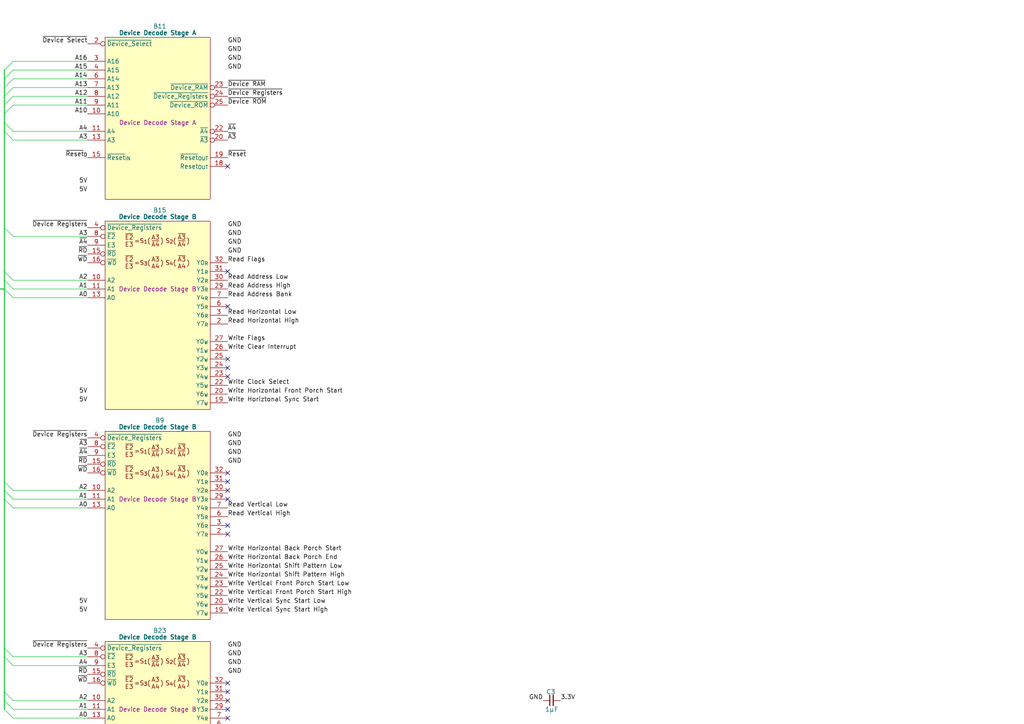
<source format=kicad_sch>
(kicad_sch (version 20231120) (generator "eeschema") (generator_version "8.0")
  (paper "A4")
  (lib_symbols
    (symbol "Connector:Conn_01x08_Pin" (pin_names (offset 1.016) hide)
      (property "Reference" "J" (at 0 10.16 0))
      (property "Value" "Conn_01x08_Pin" (at 0 -12.7 0))
      (symbol "Conn_01x08_Pin_1_1"
        (pin passive line (at 5.08 7.62 180) (length 3.81) (name "Pin_1") (number "1"))
        (pin passive line (at 5.08 5.08 180) (length 3.81) (name "Pin_2") (number "2"))
        (pin passive line (at 5.08 2.54 180) (length 3.81) (name "Pin_3") (number "3"))
        (pin passive line (at 5.08 0 180) (length 3.81) (name "Pin_4") (number "4"))
        (pin passive line (at 5.08 -2.54 180) (length 3.81) (name "Pin_5") (number "5"))
        (pin passive line (at 5.08 -5.08 180) (length 3.81) (name "Pin_6") (number "6"))
        (pin passive line (at 5.08 -7.62 180) (length 3.81) (name "Pin_7") (number "7"))
        (pin passive line (at 5.08 -10.16 180) (length 3.81) (name "Pin_8") (number "8"))
      )
    )
    (symbol "Connector:Conn_01x40_Pin" (pin_names (offset 1.016) hide)
      (property "Reference" "J" (at 0 50.8 0))
      (property "Value" "Conn_01x40_Pin" (at 0 -53.34 0))
      (symbol "Conn_01x40_Pin_1_1"
        (pin passive line (at 5.08 48.26 180) (length 3.81) (name "Pin_1") (number "1"))
        (pin passive line (at 5.08 25.4 180) (length 3.81) (name "Pin_10") (number "10"))
        (pin passive line (at 5.08 22.86 180) (length 3.81) (name "Pin_11") (number "11"))
        (pin passive line (at 5.08 20.32 180) (length 3.81) (name "Pin_12") (number "12"))
        (pin passive line (at 5.08 17.78 180) (length 3.81) (name "Pin_13") (number "13"))
        (pin passive line (at 5.08 15.24 180) (length 3.81) (name "Pin_14") (number "14"))
        (pin passive line (at 5.08 12.7 180) (length 3.81) (name "Pin_15") (number "15"))
        (pin passive line (at 5.08 10.16 180) (length 3.81) (name "Pin_16") (number "16"))
        (pin passive line (at 5.08 7.62 180) (length 3.81) (name "Pin_17") (number "17"))
        (pin passive line (at 5.08 5.08 180) (length 3.81) (name "Pin_18") (number "18"))
        (pin passive line (at 5.08 2.54 180) (length 3.81) (name "Pin_19") (number "19"))
        (pin passive line (at 5.08 45.72 180) (length 3.81) (name "Pin_2") (number "2"))
        (pin passive line (at 5.08 0 180) (length 3.81) (name "Pin_20") (number "20"))
        (pin passive line (at 5.08 -2.54 180) (length 3.81) (name "Pin_21") (number "21"))
        (pin passive line (at 5.08 -5.08 180) (length 3.81) (name "Pin_22") (number "22"))
        (pin passive line (at 5.08 -7.62 180) (length 3.81) (name "Pin_23") (number "23"))
        (pin passive line (at 5.08 -10.16 180) (length 3.81) (name "Pin_24") (number "24"))
        (pin passive line (at 5.08 -12.7 180) (length 3.81) (name "Pin_25") (number "25"))
        (pin passive line (at 5.08 -15.24 180) (length 3.81) (name "Pin_26") (number "26"))
        (pin passive line (at 5.08 -17.78 180) (length 3.81) (name "Pin_27") (number "27"))
        (pin passive line (at 5.08 -20.32 180) (length 3.81) (name "Pin_28") (number "28"))
        (pin passive line (at 5.08 -22.86 180) (length 3.81) (name "Pin_29") (number "29"))
        (pin passive line (at 5.08 43.18 180) (length 3.81) (name "Pin_3") (number "3"))
        (pin passive line (at 5.08 -25.4 180) (length 3.81) (name "Pin_30") (number "30"))
        (pin passive line (at 5.08 -27.94 180) (length 3.81) (name "Pin_31") (number "31"))
        (pin passive line (at 5.08 -30.48 180) (length 3.81) (name "Pin_32") (number "32"))
        (pin passive line (at 5.08 -33.02 180) (length 3.81) (name "Pin_33") (number "33"))
        (pin passive line (at 5.08 -35.56 180) (length 3.81) (name "Pin_34") (number "34"))
        (pin passive line (at 5.08 -38.1 180) (length 3.81) (name "Pin_35") (number "35"))
        (pin passive line (at 5.08 -40.64 180) (length 3.81) (name "Pin_36") (number "36"))
        (pin passive line (at 5.08 -43.18 180) (length 3.81) (name "Pin_37") (number "37"))
        (pin passive line (at 5.08 -45.72 180) (length 3.81) (name "Pin_38") (number "38"))
        (pin passive line (at 5.08 -48.26 180) (length 3.81) (name "Pin_39") (number "39"))
        (pin passive line (at 5.08 40.64 180) (length 3.81) (name "Pin_4") (number "4"))
        (pin passive line (at 5.08 -50.8 180) (length 3.81) (name "Pin_40") (number "40"))
        (pin passive line (at 5.08 38.1 180) (length 3.81) (name "Pin_5") (number "5"))
        (pin passive line (at 5.08 35.56 180) (length 3.81) (name "Pin_6") (number "6"))
        (pin passive line (at 5.08 33.02 180) (length 3.81) (name "Pin_7") (number "7"))
        (pin passive line (at 5.08 30.48 180) (length 3.81) (name "Pin_8") (number "8"))
        (pin passive line (at 5.08 27.94 180) (length 3.81) (name "Pin_9") (number "9"))
      )
    )
    (symbol "D_Flip_Flop_24bit_1"
      (property "Reference" "B" (at 15.875 5.08 0))
      (property "Value" "D-type Flip Flop 24bit" (at 15.24 3.175 0))
      (property "Description" "D-type Flip Flop 24bit" (at 14.605 -6.35 0))
      (symbol "D_Flip_Flop_24bit_1_1_0"
        (pin output line (at 35.56 -63.5 180) (length 5.08) (name "OUT2") (number "32"))
        (pin output line (at 35.56 -60.96 180) (length 5.08) (name "OUT3") (number "33"))
        (pin output line (at 35.56 -58.42 180) (length 5.08) (name "OUT4") (number "34"))
        (pin output line (at 35.56 -53.34 180) (length 5.08) (name "OUT6") (number "36"))
        (pin passive line (at 35.56 -7.62 180) (length 5.08) hide (name "GND") (number "37"))
        (pin output line (at 35.56 -50.8 180) (length 5.08) (name "OUT7") (number "38"))
        (pin output line (at 35.56 -48.26 180) (length 5.08) (name "OUT8") (number "39"))
        (pin output line (at 35.56 -33.02 180) (length 5.08) (name "OUT14") (number "45"))
        (pin output line (at 35.56 -12.7 180) (length 5.08) (name "OUT22") (number "54"))
        (pin input clock (at -5.08 -2.54 0) (length 5.08) (name "CLK") (number "56"))
      )
      (symbol "D_Flip_Flop_24bit_1_1_1"
        (pin input inverted (at -5.08 0 0) (length 5.08) (name "~{OE}") (number "1"))
        (pin passive line (at 35.56 0 180) (length 5.08) hide (name "GND") (number "10"))
        (pin input line (at -5.08 -27.94 0) (length 5.08) (name "IN16") (number "11"))
        (pin input line (at -5.08 -30.48 0) (length 5.08) (name "IN15") (number "12"))
        (pin input line (at -5.08 -33.02 0) (length 5.08) (name "IN14") (number "13"))
        (pin input line (at -5.08 -35.56 0) (length 5.08) (name "IN13") (number "14"))
        (pin input line (at -5.08 -38.1 0) (length 5.08) (name "IN12") (number "15"))
        (pin input line (at -5.08 -40.64 0) (length 5.08) (name "IN11") (number "16"))
        (pin input line (at -5.08 -43.18 0) (length 5.08) (name "IN10") (number "17"))
        (pin input line (at -5.08 -45.72 0) (length 5.08) (name "IN9") (number "18"))
        (pin input line (at -5.08 -48.26 0) (length 5.08) (name "IN8") (number "19"))
        (pin input line (at -5.08 -10.16 0) (length 5.08) (name "IN23") (number "2"))
        (pin passive line (at 35.56 -2.54 180) (length 5.08) hide (name "GND") (number "20"))
        (pin input line (at -5.08 -50.8 0) (length 5.08) (name "IN7") (number "21"))
        (pin input line (at -5.08 -53.34 0) (length 5.08) (name "IN6") (number "22"))
        (pin input line (at -5.08 -55.88 0) (length 5.08) (name "IN5") (number "23"))
        (pin input line (at -5.08 -58.42 0) (length 5.08) (name "IN4") (number "24"))
        (pin input line (at -5.08 -60.96 0) (length 5.08) (name "IN3") (number "25"))
        (pin input line (at -5.08 -63.5 0) (length 5.08) (name "IN2") (number "26"))
        (pin input line (at -5.08 -66.04 0) (length 5.08) (name "IN1") (number "27"))
        (pin input line (at -5.08 -68.58 0) (length 5.08) (name "IN0") (number "28"))
        (pin output line (at 35.56 -68.58 180) (length 5.08) (name "OUT0") (number "29"))
        (pin passive line (at -5.08 -71.12 0) (length 5.08) hide (name "5V") (number "3"))
        (pin output line (at 35.56 -66.04 180) (length 5.08) (name "OUT1") (number "30"))
        (pin passive line (at -5.08 -73.66 0) (length 5.08) hide (name "5V") (number "31"))
        (pin output line (at 35.56 -55.88 180) (length 5.08) (name "OUT5") (number "35"))
        (pin input line (at -5.08 -12.7 0) (length 5.08) (name "IN22") (number "4"))
        (pin output line (at 35.56 -45.72 180) (length 5.08) (name "OUT9") (number "40"))
        (pin output line (at 35.56 -43.18 180) (length 5.08) (name "OUT10") (number "41"))
        (pin output line (at 35.56 -40.64 180) (length 5.08) (name "OUT11") (number "42"))
        (pin output line (at 35.56 -38.1 180) (length 5.08) (name "OUT12") (number "43"))
        (pin output line (at 35.56 -35.56 180) (length 5.08) (name "OUT13") (number "44"))
        (pin output line (at 35.56 -30.48 180) (length 5.08) (name "OUT15") (number "46"))
        (pin passive line (at 35.56 -5.08 180) (length 5.08) hide (name "GND") (number "47"))
        (pin output line (at 35.56 -27.94 180) (length 5.08) (name "OUT16") (number "48"))
        (pin output line (at 35.56 -25.4 180) (length 5.08) (name "OUT17") (number "49"))
        (pin input line (at -5.08 -15.24 0) (length 5.08) (name "IN21") (number "5"))
        (pin output line (at 35.56 -22.86 180) (length 5.08) (name "OUT18") (number "50"))
        (pin output line (at 35.56 -20.32 180) (length 5.08) (name "OUT19") (number "51"))
        (pin output line (at 35.56 -17.78 180) (length 5.08) (name "OUT20") (number "52"))
        (pin output line (at 35.56 -15.24 180) (length 5.08) (name "OUT21") (number "53"))
        (pin output line (at 35.56 -10.16 180) (length 5.08) (name "OUT23") (number "55"))
        (pin input line (at -5.08 -17.78 0) (length 5.08) (name "IN20") (number "6"))
        (pin input line (at -5.08 -20.32 0) (length 5.08) (name "IN19") (number "7"))
        (pin input line (at -5.08 -22.86 0) (length 5.08) (name "IN18") (number "8"))
        (pin input line (at -5.08 -25.4 0) (length 5.08) (name "IN17") (number "9"))
      )
    )
    (symbol "EDAC:395-098-520-350" (pin_names (offset 0.762))
      (property "Reference" "J" (at 11.43 6.35 0))
      (property "Value" "395-098-520-350" (at 11.43 3.81 0))
      (symbol "395-098-520-350_0_0"
        (pin passive line (at 22.86 0 180) (length 5.08) (name "A1") (number "A1"))
        (pin passive line (at 22.86 -22.86 180) (length 5.08) (name "A10") (number "A10"))
        (pin passive line (at 22.86 -25.4 180) (length 5.08) (name "A11") (number "A11"))
        (pin passive line (at 22.86 -27.94 180) (length 5.08) (name "A12") (number "A12"))
        (pin passive line (at 22.86 -30.48 180) (length 5.08) (name "A13") (number "A13"))
        (pin passive line (at 22.86 -33.02 180) (length 5.08) (name "A14") (number "A14"))
        (pin passive line (at 22.86 -35.56 180) (length 5.08) (name "A15") (number "A15"))
        (pin passive line (at 22.86 -38.1 180) (length 5.08) (name "A16") (number "A16"))
        (pin passive line (at 22.86 -40.64 180) (length 5.08) (name "A17") (number "A17"))
        (pin passive line (at 22.86 -43.18 180) (length 5.08) (name "A18") (number "A18"))
        (pin passive line (at 22.86 -45.72 180) (length 5.08) (name "A19") (number "A19"))
        (pin passive line (at 22.86 -2.54 180) (length 5.08) (name "A2") (number "A2"))
        (pin passive line (at 22.86 -48.26 180) (length 5.08) (name "A20") (number "A20"))
        (pin passive line (at 22.86 -50.8 180) (length 5.08) (name "A21") (number "A21"))
        (pin passive line (at 22.86 -53.34 180) (length 5.08) (name "A22") (number "A22"))
        (pin passive line (at 22.86 -55.88 180) (length 5.08) (name "A23") (number "A23"))
        (pin passive line (at 22.86 -58.42 180) (length 5.08) (name "A24") (number "A24"))
        (pin passive line (at 22.86 -60.96 180) (length 5.08) (name "A25") (number "A25"))
        (pin passive line (at 22.86 -63.5 180) (length 5.08) (name "A26") (number "A26"))
        (pin passive line (at 22.86 -66.04 180) (length 5.08) (name "A27") (number "A27"))
        (pin passive line (at 22.86 -68.58 180) (length 5.08) (name "A28") (number "A28"))
        (pin passive line (at 22.86 -71.12 180) (length 5.08) (name "A29") (number "A29"))
        (pin passive line (at 22.86 -5.08 180) (length 5.08) (name "A3") (number "A3"))
        (pin passive line (at 22.86 -73.66 180) (length 5.08) (name "A30") (number "A30"))
        (pin passive line (at 22.86 -76.2 180) (length 5.08) (name "A31") (number "A31"))
        (pin passive line (at 22.86 -7.62 180) (length 5.08) (name "A4") (number "A4"))
        (pin passive line (at 22.86 -10.16 180) (length 5.08) (name "A5") (number "A5"))
        (pin passive line (at 22.86 -12.7 180) (length 5.08) (name "A6") (number "A6"))
        (pin passive line (at 22.86 -15.24 180) (length 5.08) (name "A7") (number "A7"))
        (pin passive line (at 22.86 -17.78 180) (length 5.08) (name "A8") (number "A8"))
        (pin passive line (at 22.86 -20.32 180) (length 5.08) (name "A9") (number "A9"))
        (pin passive line (at 0 0 0) (length 5.08) (name "B1") (number "B1"))
        (pin passive line (at 0 -22.86 0) (length 5.08) (name "B10") (number "B10"))
        (pin passive line (at 0 -25.4 0) (length 5.08) (name "B11") (number "B11"))
        (pin passive line (at 0 -27.94 0) (length 5.08) (name "B12") (number "B12"))
        (pin passive line (at 0 -30.48 0) (length 5.08) (name "B13") (number "B13"))
        (pin passive line (at 0 -33.02 0) (length 5.08) (name "B14") (number "B14"))
        (pin passive line (at 0 -35.56 0) (length 5.08) (name "B15") (number "B15"))
        (pin passive line (at 0 -38.1 0) (length 5.08) (name "B16") (number "B16"))
        (pin passive line (at 0 -40.64 0) (length 5.08) (name "B17") (number "B17"))
        (pin passive line (at 0 -43.18 0) (length 5.08) (name "B18") (number "B18"))
        (pin passive line (at 0 -45.72 0) (length 5.08) (name "B19") (number "B19"))
        (pin passive line (at 0 -2.54 0) (length 5.08) (name "B2") (number "B2"))
        (pin passive line (at 0 -48.26 0) (length 5.08) (name "B20") (number "B20"))
        (pin passive line (at 0 -50.8 0) (length 5.08) (name "B21") (number "B21"))
        (pin passive line (at 0 -53.34 0) (length 5.08) (name "B22") (number "B22"))
        (pin passive line (at 0 -55.88 0) (length 5.08) (name "B23") (number "B23"))
        (pin passive line (at 0 -58.42 0) (length 5.08) (name "B24") (number "B24"))
        (pin passive line (at 0 -60.96 0) (length 5.08) (name "B25") (number "B25"))
        (pin passive line (at 0 -63.5 0) (length 5.08) (name "B26") (number "B26"))
        (pin passive line (at 0 -66.04 0) (length 5.08) (name "B27") (number "B27"))
        (pin passive line (at 0 -68.58 0) (length 5.08) (name "B28") (number "B28"))
        (pin passive line (at 0 -71.12 0) (length 5.08) (name "B29") (number "B29"))
        (pin passive line (at 0 -5.08 0) (length 5.08) (name "B3") (number "B3"))
        (pin passive line (at 0 -73.66 0) (length 5.08) (name "B30") (number "B30"))
        (pin passive line (at 0 -76.2 0) (length 5.08) (name "B31") (number "B31"))
        (pin passive line (at 0 -7.62 0) (length 5.08) (name "B4") (number "B4"))
        (pin passive line (at 0 -10.16 0) (length 5.08) (name "B5") (number "B5"))
        (pin passive line (at 0 -12.7 0) (length 5.08) (name "B6") (number "B6"))
        (pin passive line (at 0 -15.24 0) (length 5.08) (name "B7") (number "B7"))
        (pin passive line (at 0 -17.78 0) (length 5.08) (name "B8") (number "B8"))
        (pin passive line (at 0 -20.32 0) (length 5.08) (name "B9") (number "B9"))
        (pin passive line (at 22.86 -78.74 180) (length 5.08) (name "C1") (number "C1"))
        (pin passive line (at 22.86 -101.6 180) (length 5.08) (name "C10") (number "C10"))
        (pin passive line (at 22.86 -104.14 180) (length 5.08) (name "C11") (number "C11"))
        (pin passive line (at 22.86 -106.68 180) (length 5.08) (name "C12") (number "C12"))
        (pin passive line (at 22.86 -109.22 180) (length 5.08) (name "C13") (number "C13"))
        (pin passive line (at 22.86 -111.76 180) (length 5.08) (name "C14") (number "C14"))
        (pin passive line (at 22.86 -114.3 180) (length 5.08) (name "C15") (number "C15"))
        (pin passive line (at 22.86 -116.84 180) (length 5.08) (name "C16") (number "C16"))
        (pin passive line (at 22.86 -119.38 180) (length 5.08) (name "C17") (number "C17"))
        (pin passive line (at 22.86 -121.92 180) (length 5.08) (name "C18") (number "C18"))
        (pin passive line (at 22.86 -81.28 180) (length 5.08) (name "C2") (number "C2"))
        (pin passive line (at 22.86 -83.82 180) (length 5.08) (name "C3") (number "C3"))
        (pin passive line (at 22.86 -86.36 180) (length 5.08) (name "C4") (number "C4"))
        (pin passive line (at 22.86 -88.9 180) (length 5.08) (name "C5") (number "C5"))
        (pin passive line (at 22.86 -91.44 180) (length 5.08) (name "C6") (number "C6"))
        (pin passive line (at 22.86 -93.98 180) (length 5.08) (name "C7") (number "C7"))
        (pin passive line (at 22.86 -96.52 180) (length 5.08) (name "C8") (number "C8"))
        (pin passive line (at 22.86 -99.06 180) (length 5.08) (name "C9") (number "C9"))
        (pin passive line (at 0 -78.74 0) (length 5.08) (name "D1") (number "D1"))
        (pin passive line (at 0 -101.6 0) (length 5.08) (name "D10") (number "D10"))
        (pin passive line (at 0 -104.14 0) (length 5.08) (name "D11") (number "D11"))
        (pin passive line (at 0 -106.68 0) (length 5.08) (name "D12") (number "D12"))
        (pin passive line (at 0 -109.22 0) (length 5.08) (name "D13") (number "D13"))
        (pin passive line (at 0 -111.76 0) (length 5.08) (name "D14") (number "D14"))
        (pin passive line (at 0 -114.3 0) (length 5.08) (name "D15") (number "D15"))
        (pin passive line (at 0 -116.84 0) (length 5.08) (name "D16") (number "D16"))
        (pin passive line (at 0 -119.38 0) (length 5.08) (name "D17") (number "D17"))
        (pin passive line (at 0 -121.92 0) (length 5.08) (name "D18") (number "D18"))
        (pin passive line (at 0 -81.28 0) (length 5.08) (name "D2") (number "D2"))
        (pin passive line (at 0 -83.82 0) (length 5.08) (name "D3") (number "D3"))
        (pin passive line (at 0 -86.36 0) (length 5.08) (name "D4") (number "D4"))
        (pin passive line (at 0 -88.9 0) (length 5.08) (name "D5") (number "D5"))
        (pin passive line (at 0 -91.44 0) (length 5.08) (name "D6") (number "D6"))
        (pin passive line (at 0 -93.98 0) (length 5.08) (name "D7") (number "D7"))
        (pin passive line (at 0 -96.52 0) (length 5.08) (name "D8") (number "D8"))
        (pin passive line (at 0 -99.06 0) (length 5.08) (name "D9") (number "D9"))
      )
      (symbol "395-098-520-350_1_1"
        (text "Edge connector 36pin + 60pin" (at 11.43 -125.73 0) (effects (font (size 1.27 1.27))))
      )
    )
    (symbol "HCP65:C_0805" (pin_numbers hide) (pin_names (offset 0.254) hide)
      (property "Reference" "C" (at 2.286 2.54 0))
      (property "Value" "?μF" (at 2.54 -2.54 0))
      (symbol "C_0805_1_1"
        (pin passive line (at 0 0 0) (length 2.032) (name "~") (number "1"))
        (pin passive line (at 5.08 0 180) (length 2.032) (name "~") (number "2"))
      )
    )
    (symbol "HCP65:C_Radial_D4.0mm_P2.00mm" (pin_numbers hide) (pin_names (offset 0.254))
      (property "Reference" "C" (at 0.635 2.54 0))
      (property "Value" "?μF" (at 0.635 -2.54 0))
      (symbol "C_Radial_D4.0mm_P2.00mm_1_1"
        (pin passive line (at 0 3.81 270) (length 2.794) (name "~") (number "1"))
        (pin passive line (at 0 -3.81 90) (length 2.794) (name "~") (number "2"))
      )
    )
    (symbol "HCP65:Clock_Hold_Standard"
      (property "Reference" "B" (at 15.875 5.08 0))
      (property "Value" "Clock Hold Standard" (at 15.24 3.175 0))
      (property "Description" "Clock Hold" (at 14.605 -12.7 0))
      (symbol "Clock_Hold_Standard_1_1"
        (pin passive line (at -5.08 -25.4 0) (length 5.08) hide (name "5V") (number "1"))
        (pin input inverted (at -5.08 -10.16 0) (length 5.08) (name "~{RD}") (number "10"))
        (pin input inverted (at -5.08 0 0) (length 5.08) (name "~{Device_Select}") (number "11"))
        (pin input inverted (at -5.08 -12.7 0) (length 5.08) (name "~{WD}") (number "12"))
        (pin passive line (at -5.08 -27.94 0) (length 5.08) hide (name "5V") (number "13"))
        (pin no_connect line (at -5.08 -15.24 0) (length 5.08) hide (name "N.C.") (number "14"))
        (pin no_connect line (at 35.56 -25.4 180) (length 5.08) hide (name "N.C.") (number "15"))
        (pin passive line (at 35.56 -5.08 180) (length 5.08) hide (name "GND") (number "16"))
        (pin output line (at 35.56 -22.86 180) (length 5.08) (name "H0_{OUT}") (number "17"))
        (pin output line (at 35.56 -20.32 180) (length 5.08) (name "H1_{OUT}") (number "18"))
        (pin output line (at 35.56 -17.78 180) (length 5.08) (name "H2_{OUT}") (number "19"))
        (pin input inverted (at -5.08 -7.62 0) (length 5.08) (name "~{Device_RAM}") (number "2"))
        (pin no_connect line (at 35.56 -12.7 180) (length 5.08) hide (name "N.C.") (number "20"))
        (pin passive line (at 35.56 -7.62 180) (length 5.08) hide (name "GND") (number "21"))
        (pin no_connect line (at 35.56 -10.16 180) (length 5.08) hide (name "N.C.") (number "22"))
        (pin no_connect line (at 35.56 -15.24 180) (length 5.08) hide (name "N.C.") (number "23"))
        (pin passive line (at 35.56 -27.94 180) (length 5.08) (name "3.3V") (number "24"))
        (pin input inverted (at -5.08 -5.08 0) (length 5.08) (name "~{Device_Registers}") (number "3"))
        (pin passive line (at 35.56 0 180) (length 5.08) hide (name "GND") (number "4"))
        (pin input inverted (at -5.08 -2.54 0) (length 5.08) (name "~{Device_ROM}") (number "5"))
        (pin input line (at -5.08 -17.78 0) (length 5.08) (name "H2_{REG}") (number "6"))
        (pin input line (at -5.08 -20.32 0) (length 5.08) (name "H1_{REG}") (number "7"))
        (pin input line (at -5.08 -22.86 0) (length 5.08) (name "H0_{REG}") (number "8"))
        (pin passive line (at 35.56 -2.54 180) (length 5.08) hide (name "GND") (number "9"))
      )
    )
    (symbol "HCP65:Comparator_10bit"
      (property "Reference" "B" (at 15.875 5.08 0))
      (property "Value" "Comparator 10bit" (at 15.24 3.175 0))
      (property "Description" "Comparator 10bit" (at 15.24 -15.24 0))
      (symbol "Comparator_10bit_1_0"
        (pin no_connect line (at 35.56 -30.48 180) (length 5.08) hide (name "N.C.") (number "32"))
      )
      (symbol "Comparator_10bit_1_1"
        (pin passive line (at -5.08 -30.48 0) (length 5.08) hide (name "5V") (number "1"))
        (pin input line (at -5.08 -17.78 0) (length 5.08) (name "C4") (number "10"))
        (pin input line (at -5.08 -15.24 0) (length 5.08) (name "C5") (number "11"))
        (pin passive line (at 35.56 -2.54 180) (length 5.08) hide (name "GND") (number "12"))
        (pin input line (at -5.08 -12.7 0) (length 5.08) (name "C6") (number "13"))
        (pin input line (at -5.08 -10.16 0) (length 5.08) (name "C7") (number "14"))
        (pin input line (at -5.08 -7.62 0) (length 5.08) (name "C8") (number "15"))
        (pin input line (at -5.08 -5.08 0) (length 5.08) (name "C9") (number "16"))
        (pin passive line (at -5.08 -33.02 0) (length 5.08) hide (name "5V") (number "17"))
        (pin no_connect line (at 35.56 -22.86 180) (length 5.08) hide (name "N.C.") (number "18"))
        (pin no_connect line (at 35.56 -25.4 180) (length 5.08) hide (name "N.C.") (number "19"))
        (pin no_connect line (at 35.56 -20.32 180) (length 5.08) hide (name "N.C.") (number "2"))
        (pin tri_state line (at 24.13 -40.64 90) (length 5.08) (name "D0") (number "20"))
        (pin passive line (at 35.56 -5.08 180) (length 5.08) hide (name "GND") (number "21"))
        (pin tri_state line (at 21.59 -40.64 90) (length 5.08) (name "D1") (number "22"))
        (pin tri_state line (at 19.05 -40.64 90) (length 5.08) (name "D2") (number "23"))
        (pin tri_state line (at 16.51 -40.64 90) (length 5.08) (name "D3") (number "24"))
        (pin tri_state line (at 13.97 -40.64 90) (length 5.08) (name "D4") (number "25"))
        (pin tri_state line (at 11.43 -40.64 90) (length 5.08) (name "D5") (number "26"))
        (pin tri_state line (at 8.89 -40.64 90) (length 5.08) (name "D6") (number "27"))
        (pin passive line (at 35.56 -7.62 180) (length 5.08) hide (name "GND") (number "28"))
        (pin tri_state line (at 6.35 -40.64 90) (length 5.08) (name "D7") (number "29"))
        (pin input line (at -5.08 0 0) (length 5.08) (name "Write_A_High") (number "3"))
        (pin no_connect line (at 35.56 -27.94 180) (length 5.08) hide (name "N.C.") (number "30"))
        (pin output inverted (at 35.56 -15.24 180) (length 5.08) (name "~{C=A}") (number "31"))
        (pin input line (at -5.08 -2.54 0) (length 5.08) (name "Write_A_Low") (number "4"))
        (pin passive line (at 35.56 0 180) (length 5.08) hide (name "GND") (number "5"))
        (pin input line (at -5.08 -27.94 0) (length 5.08) (name "C0") (number "6"))
        (pin input line (at -5.08 -25.4 0) (length 5.08) (name "C1") (number "7"))
        (pin input line (at -5.08 -22.86 0) (length 5.08) (name "C2") (number "8"))
        (pin input line (at -5.08 -20.32 0) (length 5.08) (name "C3") (number "9"))
      )
    )
    (symbol "HCP65:Device_Buffer"
      (property "Reference" "B" (at 15.875 5.08 0))
      (property "Value" "Device Buffer" (at 15.24 3.175 0))
      (property "Description" "Device Buffer" (at 15.24 -43.18 0))
      (symbol "Device_Buffer_1_0"
        (pin passive line (at 35.56 -5.08 180) (length 5.08) hide (name "GND") (number "42"))
        (pin output line (at 35.56 -38.1 180) (length 5.08) (name "A10") (number "53"))
        (pin output line (at 35.56 -40.64 180) (length 5.08) (name "A9") (number "54"))
      )
      (symbol "Device_Buffer_1_1"
        (pin input line (at -5.08 -63.5 0) (length 5.08) (name "A0_{IN}") (number "1"))
        (pin passive line (at 35.56 0 180) (length 5.08) hide (name "GND") (number "10"))
        (pin input line (at -5.08 -43.18 0) (length 5.08) (name "A8_{IN}") (number "11"))
        (pin input line (at -5.08 -40.64 0) (length 5.08) (name "A9_{IN}") (number "12"))
        (pin input line (at -5.08 -38.1 0) (length 5.08) (name "A10_{IN}") (number "13"))
        (pin input line (at -5.08 -35.56 0) (length 5.08) (name "A11_{IN}") (number "14"))
        (pin input line (at -5.08 -33.02 0) (length 5.08) (name "A12_{IN}") (number "15"))
        (pin input line (at -5.08 -30.48 0) (length 5.08) (name "A13_{IN}") (number "16"))
        (pin input line (at -5.08 -27.94 0) (length 5.08) (name "A14_{IN}") (number "17"))
        (pin input line (at -5.08 -25.4 0) (length 5.08) (name "A15_{IN}") (number "18"))
        (pin input line (at -5.08 -22.86 0) (length 5.08) (name "A16_{IN}") (number "19"))
        (pin input line (at -5.08 -60.96 0) (length 5.08) (name "A1_{IN}") (number "2"))
        (pin input inverted (at -5.08 -12.7 0) (length 5.08) (name "~{RD}_{IN}") (number "20"))
        (pin input inverted (at -5.08 -15.24 0) (length 5.08) (name "~{WD}_{IN}") (number "21"))
        (pin input line (at -5.08 -17.78 0) (length 5.08) (name "S_{IN}") (number "22"))
        (pin passive line (at 35.56 -2.54 180) (length 5.08) hide (name "GND") (number "23"))
        (pin tri_state line (at -5.08 -86.36 0) (length 5.08) (name "D7_{IN/OUT}") (number "24"))
        (pin tri_state line (at -5.08 -83.82 0) (length 5.08) (name "D6_{IN/OUT}") (number "25"))
        (pin tri_state line (at -5.08 -81.28 0) (length 5.08) (name "D5_{IN/OUT}") (number "26"))
        (pin tri_state line (at -5.08 -78.74 0) (length 5.08) (name "D4_{IN/OUT}") (number "27"))
        (pin tri_state line (at -5.08 -76.2 0) (length 5.08) (name "D3_{IN/OUT}") (number "28"))
        (pin tri_state line (at -5.08 -73.66 0) (length 5.08) (name "D2_{IN/OUT}") (number "29"))
        (pin passive line (at -5.08 -88.9 0) (length 5.08) hide (name "5V") (number "3"))
        (pin tri_state line (at -5.08 -71.12 0) (length 5.08) (name "D1_{IN/OUT}") (number "30"))
        (pin tri_state line (at -5.08 -68.58 0) (length 5.08) (name "D0_{IN/OUT}") (number "31"))
        (pin input inverted (at -5.08 -10.16 0) (length 5.08) (name "Deivce_~{CS}_{IN}") (number "32"))
        (pin output inverted (at 35.56 -10.16 180) (length 5.08) (name "Deivce_~{CS}") (number "33"))
        (pin tri_state line (at 35.56 -68.58 180) (length 5.08) (name "D0") (number "34"))
        (pin passive line (at -5.08 -91.44 0) (length 5.08) hide (name "5V") (number "35"))
        (pin tri_state line (at 35.56 -71.12 180) (length 5.08) (name "D1") (number "36"))
        (pin tri_state line (at 35.56 -73.66 180) (length 5.08) (name "D2") (number "37"))
        (pin tri_state line (at 35.56 -76.2 180) (length 5.08) (name "D3") (number "38"))
        (pin tri_state line (at 35.56 -78.74 180) (length 5.08) (name "D4") (number "39"))
        (pin input line (at -5.08 -58.42 0) (length 5.08) (name "A2_{IN}") (number "4"))
        (pin tri_state line (at 35.56 -81.28 180) (length 5.08) (name "D5") (number "40"))
        (pin tri_state line (at 35.56 -83.82 180) (length 5.08) (name "D6") (number "41"))
        (pin tri_state line (at 35.56 -86.36 180) (length 5.08) (name "D7") (number "43"))
        (pin output line (at 35.56 -17.78 180) (length 5.08) (name "S") (number "44"))
        (pin output inverted (at 35.56 -15.24 180) (length 5.08) (name "~{WD}") (number "45"))
        (pin output inverted (at 35.56 -12.7 180) (length 5.08) (name "~{RD}") (number "46"))
        (pin output line (at 35.56 -22.86 180) (length 5.08) (name "A16") (number "47"))
        (pin output line (at 35.56 -25.4 180) (length 5.08) (name "A15") (number "48"))
        (pin output line (at 35.56 -27.94 180) (length 5.08) (name "A14") (number "49"))
        (pin input line (at -5.08 -55.88 0) (length 5.08) (name "A3_{IN}") (number "5"))
        (pin output line (at 35.56 -30.48 180) (length 5.08) (name "A13") (number "50"))
        (pin output line (at 35.56 -33.02 180) (length 5.08) (name "A12") (number "51"))
        (pin output line (at 35.56 -35.56 180) (length 5.08) (name "A11") (number "52"))
        (pin passive line (at 35.56 -7.62 180) (length 5.08) hide (name "GND") (number "55"))
        (pin output line (at 35.56 -43.18 180) (length 5.08) (name "A8") (number "56"))
        (pin output line (at 35.56 -45.72 180) (length 5.08) (name "A7") (number "57"))
        (pin output line (at 35.56 -48.26 180) (length 5.08) (name "A6") (number "58"))
        (pin output line (at 35.56 -50.8 180) (length 5.08) (name "A5") (number "59"))
        (pin input line (at -5.08 -53.34 0) (length 5.08) (name "A4_{IN}") (number "6"))
        (pin output line (at 35.56 -53.34 180) (length 5.08) (name "A4") (number "60"))
        (pin output line (at 35.56 -55.88 180) (length 5.08) (name "A3") (number "61"))
        (pin output line (at 35.56 -58.42 180) (length 5.08) (name "A2") (number "62"))
        (pin output line (at 35.56 -60.96 180) (length 5.08) (name "A1") (number "63"))
        (pin output line (at 35.56 -63.5 180) (length 5.08) (name "A0") (number "64"))
        (pin input line (at -5.08 -50.8 0) (length 5.08) (name "A5_{IN}") (number "7"))
        (pin input line (at -5.08 -48.26 0) (length 5.08) (name "A6_{IN}") (number "8"))
        (pin input line (at -5.08 -45.72 0) (length 5.08) (name "A7_{IN}") (number "9"))
      )
    )
    (symbol "HCP65:Device_Decode_Stage_A"
      (property "Reference" "B" (at 15.875 5.08 0))
      (property "Value" "Device Decode Stage A" (at 15.24 3.175 0))
      (property "Description" "Device Decode Stage A" (at 15.24 -22.86 0))
      (symbol "Device_Decode_Stage_A_1_0"
        (pin output line (at 35.56 -35.56 180) (length 5.08) (name "Reset_{OUT}") (number "18"))
        (pin output line (at 35.56 -33.02 180) (length 5.08) (name "~{Reset}_{OUT}") (number "19"))
        (pin output inverted (at 35.56 -27.94 180) (length 5.08) (name "~{A3}") (number "20"))
        (pin passive line (at 35.56 -7.62 180) (length 5.08) hide (name "GND") (number "28"))
      )
      (symbol "Device_Decode_Stage_A_1_1"
        (pin passive line (at -5.08 -40.64 0) (length 5.08) hide (name "5V") (number "1"))
        (pin input line (at -5.08 -20.32 0) (length 5.08) (name "A10") (number "10"))
        (pin input line (at -5.08 -25.4 0) (length 5.08) (name "A4") (number "11"))
        (pin passive line (at 35.56 -2.54 180) (length 5.08) hide (name "GND") (number "12"))
        (pin input line (at -5.08 -27.94 0) (length 5.08) (name "A3") (number "13"))
        (pin no_connect inverted (at 35.56 -10.16 180) (length 5.08) hide (name "N.C.") (number "14"))
        (pin input line (at -5.08 -33.02 0) (length 5.08) (name "~{Reset}_{IN}") (number "15"))
        (pin no_connect inverted (at 35.56 -20.32 180) (length 5.08) hide (name "N.C.") (number "16"))
        (pin passive line (at -5.08 -43.18 0) (length 5.08) hide (name "5V") (number "17"))
        (pin input inverted (at -5.08 0 0) (length 5.08) (name "~{Device_Select}") (number "2"))
        (pin passive line (at 35.56 -5.08 180) (length 5.08) hide (name "GND") (number "21"))
        (pin output inverted (at 35.56 -25.4 180) (length 5.08) (name "~{A4}") (number "22"))
        (pin output inverted (at 35.56 -12.7 180) (length 5.08) (name "~{Device_RAM}") (number "23"))
        (pin output inverted (at 35.56 -15.24 180) (length 5.08) (name "~{Device_Registers}") (number "24"))
        (pin output inverted (at 35.56 -17.78 180) (length 5.08) (name "~{Device_ROM}") (number "25"))
        (pin no_connect inverted (at -5.08 -30.48 0) (length 5.08) hide (name "N.C.") (number "26"))
        (pin no_connect inverted (at 35.56 -30.48 180) (length 5.08) hide (name "N.C.") (number "27"))
        (pin no_connect inverted (at -5.08 -35.56 0) (length 5.08) hide (name "N.C.") (number "29"))
        (pin input line (at -5.08 -5.08 0) (length 5.08) (name "A16") (number "3"))
        (pin no_connect inverted (at 35.56 -40.64 180) (length 5.08) hide (name "N.C.") (number "30"))
        (pin no_connect inverted (at 35.56 -38.1 180) (length 5.08) hide (name "N.C.") (number "31"))
        (pin no_connect inverted (at 35.56 -43.18 180) (length 5.08) hide (name "N.C.") (number "32"))
        (pin input line (at -5.08 -7.62 0) (length 5.08) (name "A15") (number "4"))
        (pin passive line (at 35.56 0 180) (length 5.08) hide (name "GND") (number "5"))
        (pin input line (at -5.08 -10.16 0) (length 5.08) (name "A14") (number "6"))
        (pin input line (at -5.08 -12.7 0) (length 5.08) (name "A13") (number "7"))
        (pin input line (at -5.08 -15.24 0) (length 5.08) (name "A12") (number "8"))
        (pin input line (at -5.08 -17.78 0) (length 5.08) (name "A11") (number "9"))
      )
    )
    (symbol "HCP65:Device_Decode_Stage_B"
      (property "Reference" "B" (at 15.875 5.08 0))
      (property "Value" "Device Decode Stage B" (at 15.24 3.175 0))
      (property "Description" "Device Decode Stage B" (at 15.24 -17.78 0))
      (symbol "Device_Decode_Stage_B_1_1"
        (text ")" (at 16.51 -10.16 0) (effects (font (size 1.27 1.27))))
        (text ")" (at 16.51 -3.81 0) (effects (font (size 1.27 1.27))))
        (text ")" (at 24.13 -10.16 0) (effects (font (size 1.27 1.27))))
        (text ")" (at 24.13 -3.81 0) (effects (font (size 1.27 1.27))))
        (text "=S_{1}(" (at 10.795 -3.81 0) (effects (font (size 1.27 1.27))))
        (text "=S_{3}(" (at 10.795 -10.16 0) (effects (font (size 1.27 1.27))))
        (text "A3\nA4" (at 14.605 -10.16 0) (effects (font (size 1.27 1.27))))
        (text "A3\n~{A4}" (at 14.605 -3.81 0) (effects (font (size 1.27 1.27))))
        (text "S_{2}(" (at 19.05 -3.81 0) (effects (font (size 1.27 1.27))))
        (text "S_{4}(" (at 19.05 -10.16 0) (effects (font (size 1.27 1.27))))
        (text "~{A3}\nA4" (at 22.225 -10.16 0) (effects (font (size 1.27 1.27))))
        (text "~{A3}\n~{A4}" (at 22.225 -3.81 0) (effects (font (size 1.27 1.27))))
        (text "~{E2}\nE3" (at 6.985 -10.16 0) (effects (font (size 1.27 1.27))))
        (text "~{E2}\nE3" (at 6.985 -3.81 0) (effects (font (size 1.27 1.27))))
        (pin passive line (at -5.08 -48.26 0) (length 5.08) hide (name "5V") (number "1"))
        (pin input line (at -5.08 -15.24 0) (length 5.08) (name "A2") (number "10"))
        (pin input line (at -5.08 -17.78 0) (length 5.08) (name "A1") (number "11"))
        (pin passive line (at 35.56 -2.54 180) (length 5.08) hide (name "GND") (number "12"))
        (pin input line (at -5.08 -20.32 0) (length 5.08) (name "A0") (number "13"))
        (pin no_connect line (at -5.08 -43.18 0) (length 5.08) hide (name "N.C.") (number "14"))
        (pin input inverted (at -5.08 -7.62 0) (length 5.08) (name "~{RD}") (number "15"))
        (pin input inverted (at -5.08 -10.16 0) (length 5.08) (name "~{WD}") (number "16"))
        (pin passive line (at -5.08 -50.8 0) (length 5.08) hide (name "5V") (number "17"))
        (pin no_connect line (at -5.08 -45.72 0) (length 5.08) hide (name "N.C.") (number "18"))
        (pin output line (at 35.56 -50.8 180) (length 5.08) (name "Y7_{W}") (number "19"))
        (pin output line (at 35.56 -27.94 180) (length 5.08) (name "Y7_{R}") (number "2"))
        (pin output line (at 35.56 -48.26 180) (length 5.08) (name "Y6_{W}") (number "20"))
        (pin passive line (at 35.56 -5.08 180) (length 5.08) hide (name "GND") (number "21"))
        (pin output line (at 35.56 -45.72 180) (length 5.08) (name "Y5_{W}") (number "22"))
        (pin output line (at 35.56 -43.18 180) (length 5.08) (name "Y4_{W}") (number "23"))
        (pin output line (at 35.56 -40.64 180) (length 5.08) (name "Y3_{W}") (number "24"))
        (pin output line (at 35.56 -38.1 180) (length 5.08) (name "Y2_{W}") (number "25"))
        (pin output line (at 35.56 -35.56 180) (length 5.08) (name "Y1_{W}") (number "26"))
        (pin output line (at 35.56 -33.02 180) (length 5.08) (name "Y0_{W}") (number "27"))
        (pin passive line (at 35.56 -7.62 180) (length 5.08) hide (name "GND") (number "28"))
        (pin output line (at 35.56 -17.78 180) (length 5.08) (name "Y3_{R}") (number "29"))
        (pin output line (at 35.56 -25.4 180) (length 5.08) (name "Y6_{R}") (number "3"))
        (pin output line (at 35.56 -15.24 180) (length 5.08) (name "Y2_{R}") (number "30"))
        (pin output line (at 35.56 -12.7 180) (length 5.08) (name "Y1_{R}") (number "31"))
        (pin output line (at 35.56 -10.16 180) (length 5.08) (name "Y0_{R}") (number "32"))
        (pin input inverted (at -5.08 0 0) (length 5.08) (name "~{Device_Registers}") (number "4"))
        (pin passive line (at 35.56 0 180) (length 5.08) hide (name "GND") (number "5"))
        (pin output line (at 35.56 -22.86 180) (length 5.08) (name "Y5_{R}") (number "6"))
        (pin output line (at 35.56 -20.32 180) (length 5.08) (name "Y4_{R}") (number "7"))
        (pin input inverted (at -5.08 -2.54 0) (length 5.08) (name "~{E2}") (number "8"))
        (pin input line (at -5.08 -5.08 0) (length 5.08) (name "E3") (number "9"))
      )
    )
    (symbol "HCP65:Dual_Comparator_8bit"
      (property "Reference" "B" (at 15.875 5.08 0))
      (property "Value" "Dual Comparator 8bit" (at 15.24 3.175 0))
      (property "Description" "Dual Comparator 8bit" (at 14.605 -17.78 0))
      (symbol "Dual_Comparator_8bit_1_0"
        (pin no_connect line (at 35.56 -33.02 180) (length 5.08) hide (name "N.C.") (number "32"))
        (pin input line (at -5.08 -5.08 0) (length 5.08) (name "Write_B") (number "33"))
        (pin passive line (at 35.56 -7.62 180) (length 5.08) hide (name "GND") (number "34"))
        (pin input line (at -5.08 -17.78 0) (length 5.08) (name "C4") (number "35"))
        (pin input line (at -5.08 -15.24 0) (length 5.08) (name "C5") (number "36"))
        (pin input line (at -5.08 -12.7 0) (length 5.08) (name "C6") (number "37"))
        (pin input line (at -5.08 -10.16 0) (length 5.08) (name "C7") (number "38"))
        (pin output inverted (at 35.56 -20.32 180) (length 5.08) (name "~{B=C}") (number "39"))
      )
      (symbol "Dual_Comparator_8bit_1_1"
        (pin no_connect line (at -5.08 -30.48 0) (length 5.08) hide (name "N.C.") (number "1"))
        (pin tri_state line (at 13.97 -48.26 90) (length 5.08) (name "D4") (number "10"))
        (pin tri_state line (at 16.51 -48.26 90) (length 5.08) (name "D3") (number "11"))
        (pin tri_state line (at 19.05 -48.26 90) (length 5.08) (name "D2") (number "12"))
        (pin tri_state line (at 21.59 -48.26 90) (length 5.08) (name "D1") (number "13"))
        (pin passive line (at 35.56 -2.54 180) (length 5.08) hide (name "GND") (number "14"))
        (pin tri_state line (at 24.13 -48.26 90) (length 5.08) (name "D0") (number "15"))
        (pin input inverted (at -5.08 0 0) (length 5.08) (name "~{OE}") (number "16"))
        (pin no_connect line (at 35.56 -10.16 180) (length 5.08) hide (name "N.C.") (number "17"))
        (pin no_connect line (at 35.56 -12.7 180) (length 5.08) hide (name "N.C.") (number "18"))
        (pin no_connect line (at 35.56 -15.24 180) (length 5.08) hide (name "N.C.") (number "19"))
        (pin no_connect line (at -5.08 -33.02 0) (length 5.08) hide (name "N.C.") (number "2"))
        (pin no_connect line (at 35.56 -22.86 180) (length 5.08) hide (name "N.C.") (number "20"))
        (pin input line (at -5.08 -27.94 0) (length 5.08) (name "C0") (number "21"))
        (pin input line (at -5.08 -25.4 0) (length 5.08) (name "C1") (number "22"))
        (pin passive line (at -5.08 -40.64 0) (length 5.08) hide (name "5V") (number "23"))
        (pin input line (at -5.08 -22.86 0) (length 5.08) (name "C2") (number "24"))
        (pin input line (at -5.08 -20.32 0) (length 5.08) (name "C3") (number "25"))
        (pin input line (at -5.08 -2.54 0) (length 5.08) (name "Write_A") (number "26"))
        (pin passive line (at 35.56 -5.08 180) (length 5.08) hide (name "GND") (number "27"))
        (pin output inverted (at 35.56 -17.78 180) (length 5.08) (name "~{A=C}") (number "28"))
        (pin no_connect line (at 35.56 -25.4 180) (length 5.08) hide (name "N.C.") (number "29"))
        (pin passive line (at -5.08 -38.1 0) (length 5.08) hide (name "5V") (number "3"))
        (pin no_connect line (at 35.56 -27.94 180) (length 5.08) hide (name "N.C.") (number "30"))
        (pin no_connect line (at 35.56 -30.48 180) (length 5.08) hide (name "N.C.") (number "31"))
        (pin no_connect line (at -5.08 -35.56 0) (length 5.08) hide (name "N.C.") (number "4"))
        (pin no_connect line (at 35.56 -35.56 180) (length 5.08) hide (name "N.C.") (number "40"))
        (pin no_connect line (at 35.56 -38.1 180) (length 5.08) hide (name "N.C.") (number "5"))
        (pin tri_state line (at 6.35 -48.26 90) (length 5.08) (name "D7") (number "6"))
        (pin passive line (at 35.56 0 180) (length 5.08) hide (name "GND") (number "7"))
        (pin tri_state line (at 8.89 -48.26 90) (length 5.08) (name "D6") (number "8"))
        (pin tri_state line (at 11.43 -48.26 90) (length 5.08) (name "D5") (number "9"))
      )
    )
    (symbol "HCP65:Flags_Interrupt"
      (property "Reference" "B" (at 15.875 5.08 0))
      (property "Value" "Flags & Interrupt" (at 15.24 3.175 0))
      (property "Description" "Flags & Interrupt" (at 15.24 -20.32 0))
      (symbol "Flags_Interrupt_1_1"
        (pin passive line (at -5.08 -38.1 0) (length 5.08) hide (name "5V") (number "1"))
        (pin input line (at 8.89 -48.26 90) (length 5.08) (name "D5") (number "10"))
        (pin input line (at 11.43 -48.26 90) (length 5.08) (name "D4") (number "11"))
        (pin passive line (at 35.56 -2.54 180) (length 5.08) hide (name "GND") (number "12"))
        (pin input line (at 13.97 -48.26 90) (length 5.08) (name "D3") (number "13"))
        (pin input line (at 16.51 -48.26 90) (length 5.08) (name "D2") (number "14"))
        (pin input line (at 19.05 -48.26 90) (length 5.08) (name "D1") (number "15"))
        (pin input line (at 21.59 -48.26 90) (length 5.08) (name "D0") (number "16"))
        (pin passive line (at -5.08 -40.64 0) (length 5.08) hide (name "5V") (number "17"))
        (pin output line (at 35.56 -20.32 180) (length 5.08) (name "F0") (number "18"))
        (pin output line (at 35.56 -22.86 180) (length 5.08) (name "F1") (number "19"))
        (pin input clock (at -5.08 -2.54 0) (length 5.08) (name "Interrupt_CLK") (number "2"))
        (pin output line (at 35.56 -25.4 180) (length 5.08) (name "F2") (number "20"))
        (pin passive line (at 35.56 -5.08 180) (length 5.08) hide (name "GND") (number "21"))
        (pin output line (at 35.56 -27.94 180) (length 5.08) (name "F3") (number "22"))
        (pin output line (at 35.56 -30.48 180) (length 5.08) (name "F4") (number "23"))
        (pin output line (at 35.56 -33.02 180) (length 5.08) (name "F5") (number "24"))
        (pin no_connect line (at 35.56 -35.56 180) (length 5.08) hide (name "N.C.") (number "25"))
        (pin output inverted (at 35.56 -12.7 180) (length 5.08) (name "~{Enable}") (number "26"))
        (pin output line (at 35.56 -10.16 180) (length 5.08) (name "Enable") (number "27"))
        (pin passive line (at 35.56 -7.62 180) (length 5.08) hide (name "GND") (number "28"))
        (pin output inverted (at 35.56 -15.24 180) (length 5.08) (name "~{INT}") (number "29"))
        (pin input line (at -5.08 0 0) (length 5.08) (name "Write_Clear_Interrupt") (number "3"))
        (pin output line (at 35.56 -38.1 180) (length 5.08) (name "INT") (number "30"))
        (pin no_connect line (at 35.56 -40.64 180) (length 5.08) hide (name "N.C.") (number "31"))
        (pin no_connect line (at 35.56 -17.78 180) (length 5.08) hide (name "N.C.") (number "32"))
        (pin input inverted (at -5.08 -5.08 0) (length 5.08) (name "~{Set_Interrupt_on_CLK}") (number "4"))
        (pin passive line (at 35.56 0 180) (length 5.08) hide (name "GND") (number "5"))
        (pin input line (at -5.08 -7.62 0) (length 5.08) (name "Read_Flags") (number "6"))
        (pin input line (at -5.08 -10.16 0) (length 5.08) (name "Write_Flags") (number "7"))
        (pin input line (at 3.81 -48.26 90) (length 5.08) (name "D7") (number "8"))
        (pin input line (at 6.35 -48.26 90) (length 5.08) (name "D6") (number "9"))
      )
    )
    (symbol "HCP65:LED" (pin_numbers hide) (pin_names (offset 0.254) hide)
      (property "Reference" "LED" (at 0 3.175 0))
      (property "Value" "Colour" (at 0 -2.54 0))
      (symbol "LED_1_1"
        (pin passive line (at -2.54 0 0) (length 1.778) (name "K") (number "1"))
        (pin passive line (at 2.54 0 180) (length 1.778) (name "A") (number "2"))
      )
    )
    (symbol "HCP65:MountingHole_Pad" (pin_numbers hide) (pin_names (offset 1.016) hide)
      (property "Reference" "H" (at 0 4.445 0))
      (symbol "MountingHole_Pad_1_1"
        (pin passive line (at 0 -2.54 90) (length 2.54) (name "GND") (number "1"))
      )
    )
    (symbol "HCP65:R_0805" (pin_numbers hide) (pin_names hide)
      (property "Reference" "R" (at 2.54 1.778 0))
      (property "Value" "?Ω" (at 2.54 -1.905 0))
      (symbol "R_0805_1_1"
        (pin passive line (at 0 0 0) (length 0.72) (name "~") (number "1"))
        (pin passive line (at 5.08 0 180) (length 0.72) (name "~") (number "2"))
      )
    )
    (symbol "HCP65:Selector_1_of_4_4bit_with_Input"
      (property "Reference" "B" (at 15.875 5.08 0))
      (property "Value" "Selector 1-of-4 4bit with Input" (at 15.24 3.175 0))
      (property "Description" "Selector 1-of-4 4bit" (at 14.605 -12.7 0))
      (symbol "Selector_1_of_4_4bit_with_Input_1_0"
        (pin output line (at 35.56 -22.86 180) (length 5.08) (name "Y0") (number "32"))
        (pin no_connect line (at 35.56 -48.26 180) (length 5.08) hide (name "N.C.") (number "33"))
        (pin passive line (at 35.56 -7.62 180) (length 5.08) hide (name "GND") (number "34"))
        (pin no_connect line (at 35.56 -50.8 180) (length 5.08) hide (name "N.C.") (number "35"))
        (pin input line (at -5.08 -22.86 0) (length 5.08) (name "B3") (number "36"))
        (pin input line (at -5.08 -17.78 0) (length 5.08) (name "B1") (number "37"))
        (pin no_connect line (at 35.56 -53.34 180) (length 5.08) hide (name "N.C.") (number "38"))
        (pin input line (at -5.08 -10.16 0) (length 5.08) (name "A3") (number "39"))
      )
      (symbol "Selector_1_of_4_4bit_with_Input_1_1"
        (pin input line (at -5.08 -2.54 0) (length 5.08) (name "A0") (number "1"))
        (pin tri_state line (at 16.51 -60.96 90) (length 5.08) (name "D3") (number "10"))
        (pin tri_state line (at 13.97 -60.96 90) (length 5.08) (name "D4") (number "11"))
        (pin tri_state line (at 11.43 -60.96 90) (length 5.08) (name "D5") (number "12"))
        (pin tri_state line (at 8.89 -60.96 90) (length 5.08) (name "D6") (number "13"))
        (pin passive line (at 35.56 -2.54 180) (length 5.08) hide (name "GND") (number "14"))
        (pin tri_state line (at 6.35 -60.96 90) (length 5.08) (name "D7") (number "15"))
        (pin input line (at -5.08 -27.94 0) (length 5.08) (name "C0") (number "16"))
        (pin input line (at -5.08 -33.02 0) (length 5.08) (name "C2") (number "17"))
        (pin input line (at -5.08 0 0) (length 5.08) (name "Write_Select") (number "18"))
        (pin input line (at -5.08 -40.64 0) (length 5.08) (name "E0") (number "19"))
        (pin input line (at -5.08 -7.62 0) (length 5.08) (name "A2") (number "2"))
        (pin input line (at -5.08 -45.72 0) (length 5.08) (name "E2") (number "20"))
        (pin input line (at -5.08 -48.26 0) (length 5.08) (name "E3") (number "21"))
        (pin input line (at -5.08 -43.18 0) (length 5.08) (name "E1") (number "22"))
        (pin passive line (at -5.08 -53.34 0) (length 5.08) hide (name "5V") (number "23"))
        (pin input line (at -5.08 -35.56 0) (length 5.08) (name "C3") (number "24"))
        (pin input line (at -5.08 -30.48 0) (length 5.08) (name "C1") (number "25"))
        (pin no_connect line (at 35.56 -43.18 180) (length 5.08) hide (name "N.C.") (number "26"))
        (pin passive line (at 35.56 -5.08 180) (length 5.08) hide (name "GND") (number "27"))
        (pin no_connect line (at 35.56 -45.72 180) (length 5.08) hide (name "N.C.") (number "28"))
        (pin output line (at 35.56 -15.24 180) (length 5.08) (name "Y3") (number "29"))
        (pin passive line (at -5.08 -50.8 0) (length 5.08) hide (name "5V") (number "3"))
        (pin output line (at 35.56 -17.78 180) (length 5.08) (name "Y2") (number "30"))
        (pin output line (at 35.56 -20.32 180) (length 5.08) (name "Y1") (number "31"))
        (pin input line (at -5.08 -15.24 0) (length 5.08) (name "B0") (number "4"))
        (pin input line (at -5.08 -5.08 0) (length 5.08) (name "A1") (number "40"))
        (pin input line (at -5.08 -20.32 0) (length 5.08) (name "B2") (number "5"))
        (pin tri_state line (at 24.13 -60.96 90) (length 5.08) (name "D0") (number "6"))
        (pin passive line (at 35.56 0 180) (length 5.08) hide (name "GND") (number "7"))
        (pin tri_state line (at 21.59 -60.96 90) (length 5.08) (name "D1") (number "8"))
        (pin tri_state line (at 19.05 -60.96 90) (length 5.08) (name "D2") (number "9"))
      )
    )
    (symbol "HCP65:Video_Blank_and_Sync"
      (property "Reference" "B" (at 15.875 5.08 0))
      (property "Value" "Video Blank and Sync" (at 15.24 3.175 0))
      (property "Description" "Video Blank and Sync" (at 15.24 -15.24 0))
      (symbol "Video_Blank_and_Sync_1_0"
        (pin no_connect line (at 35.56 -40.64 180) (length 5.08) hide (name "N.C.") (number "32"))
      )
      (symbol "Video_Blank_and_Sync_1_1"
        (pin passive line (at -5.08 -38.1 0) (length 5.08) hide (name "5V") (number "1"))
        (pin no_connect line (at -5.08 -27.94 0) (length 5.08) hide (name "N.C.") (number "10"))
        (pin input inverted (at -5.08 -5.08 0) (length 5.08) (name "~{Back_Porch_Start}") (number "11"))
        (pin passive line (at 35.56 -2.54 180) (length 5.08) hide (name "GND") (number "12"))
        (pin input inverted (at -5.08 -7.62 0) (length 5.08) (name "~{Back_Porch_End}") (number "13"))
        (pin no_connect line (at -5.08 -30.48 0) (length 5.08) hide (name "N.C.") (number "14"))
        (pin no_connect line (at -5.08 -33.02 0) (length 5.08) hide (name "N.C.") (number "15"))
        (pin no_connect line (at -5.08 -35.56 0) (length 5.08) hide (name "N.C.") (number "16"))
        (pin passive line (at -5.08 -40.64 0) (length 5.08) hide (name "5V") (number "17"))
        (pin output inverted (at 35.56 -35.56 180) (length 5.08) (name "~{Back_Porch_End}") (number "18"))
        (pin no_connect line (at 35.56 -22.86 180) (length 5.08) hide (name "N.C.") (number "19"))
        (pin no_connect line (at -5.08 -17.78 0) (length 5.08) hide (name "N.C.") (number "2"))
        (pin output inverted (at 35.56 -12.7 180) (length 5.08) (name "~{Sync}") (number "20"))
        (pin passive line (at 35.56 -5.08 180) (length 5.08) hide (name "GND") (number "21"))
        (pin output line (at 35.56 -10.16 180) (length 5.08) (name "Sync") (number "22"))
        (pin no_connect line (at 35.56 -30.48 180) (length 5.08) hide (name "N.C.") (number "23"))
        (pin output line (at 35.56 -27.94 180) (length 5.08) (name "Last+1") (number "24"))
        (pin output line (at 35.56 -25.4 180) (length 5.08) (name "First") (number "25"))
        (pin no_connect line (at -5.08 -15.24 0) (length 5.08) hide (name "N.C.") (number "26"))
        (pin output inverted (at 35.56 -20.32 180) (length 5.08) (name "~{Blank}") (number "27"))
        (pin passive line (at 35.56 -7.62 180) (length 5.08) hide (name "GND") (number "28"))
        (pin output line (at 35.56 -17.78 180) (length 5.08) (name "Blank") (number "29"))
        (pin no_connect line (at -5.08 -20.32 0) (length 5.08) hide (name "N.C.") (number "3"))
        (pin no_connect line (at 35.56 -38.1 180) (length 5.08) hide (name "N.C.") (number "30"))
        (pin output inverted (at 35.56 -33.02 180) (length 5.08) (name "~{Front_Porch_Start}") (number "31"))
        (pin input inverted (at -5.08 0 0) (length 5.08) (name "~{Front_Porch_Start}") (number "4"))
        (pin passive line (at 35.56 0 180) (length 5.08) hide (name "GND") (number "5"))
        (pin input inverted (at -5.08 -2.54 0) (length 5.08) (name "~{Sync_Start}") (number "6"))
        (pin no_connect line (at -5.08 -22.86 0) (length 5.08) hide (name "N.C.") (number "7"))
        (pin input inverted_clock (at -5.08 -12.7 0) (length 5.08) (name "~{CLK}") (number "8"))
        (pin no_connect line (at -5.08 -25.4 0) (length 5.08) hide (name "N.C.") (number "9"))
      )
    )
    (symbol "HCP65:Video_Clock"
      (property "Reference" "B" (at 15.875 5.08 0))
      (property "Value" "Video Clock" (at 15.24 3.175 0))
      (property "Description" "Video Clock" (at 15.24 -15.24 0))
      (symbol "Video_Clock_1_0"
        (pin output inverted_clock (at 35.56 -20.32 180) (length 5.08) (name "~{Pixel_CLK}_{1}") (number "32"))
        (pin output clock (at 35.56 -17.78 180) (length 5.08) (name "Pixel_CLK_{1}") (number "33"))
        (pin passive line (at 35.56 -7.62 180) (length 5.08) hide (name "GND") (number "34"))
        (pin output inverted_clock (at 35.56 -12.7 180) (length 5.08) (name "~{Pixel_CLK}_{0}") (number "35"))
        (pin output clock (at 35.56 -10.16 180) (length 5.08) (name "Pixel_CLK_{0}") (number "36"))
        (pin no_connect line (at -5.08 -35.56 0) (length 5.08) hide (name "N.C.") (number "37"))
        (pin no_connect line (at 35.56 -15.24 180) (length 5.08) hide (name "N.C.") (number "38"))
        (pin no_connect line (at 35.56 -22.86 180) (length 5.08) hide (name "N.C.") (number "39"))
      )
      (symbol "Video_Clock_1_1"
        (pin no_connect line (at -5.08 -5.08 0) (length 5.08) hide (name "N.C.") (number "1"))
        (pin tri_state line (at 13.97 -46.99 90) (length 5.08) (name "D4") (number "10"))
        (pin tri_state line (at 16.51 -46.99 90) (length 5.08) (name "D3") (number "11"))
        (pin tri_state line (at 19.05 -46.99 90) (length 5.08) (name "D2") (number "12"))
        (pin tri_state line (at 21.59 -46.99 90) (length 5.08) (name "D1") (number "13"))
        (pin passive line (at 35.56 -2.54 180) (length 5.08) hide (name "GND") (number "14"))
        (pin tri_state line (at 24.13 -46.99 90) (length 5.08) (name "D0") (number "15"))
        (pin no_connect line (at -5.08 -12.7 0) (length 5.08) hide (name "N.C.") (number "16"))
        (pin input line (at -5.08 -2.54 0) (length 5.08) (name "Write_Clock_Select") (number "17"))
        (pin no_connect line (at -5.08 -15.24 0) (length 5.08) hide (name "N.C.") (number "18"))
        (pin no_connect line (at -5.08 -17.78 0) (length 5.08) hide (name "N.C.") (number "19"))
        (pin no_connect line (at -5.08 -7.62 0) (length 5.08) hide (name "N.C.") (number "2"))
        (pin no_connect line (at -5.08 -20.32 0) (length 5.08) hide (name "N.C.") (number "20"))
        (pin no_connect line (at -5.08 -22.86 0) (length 5.08) hide (name "N.C.") (number "21"))
        (pin no_connect line (at -5.08 -25.4 0) (length 5.08) hide (name "N.C.") (number "22"))
        (pin passive line (at -5.08 -40.64 0) (length 5.08) hide (name "5V") (number "23"))
        (pin no_connect line (at -5.08 -27.94 0) (length 5.08) hide (name "N.C.") (number "24"))
        (pin output inverted_clock (at 35.56 -35.56 180) (length 5.08) (name "~{Pixel_CLK}_{3}") (number "25"))
        (pin output clock (at 35.56 -33.02 180) (length 5.08) (name "Pixel_CLK_{3}") (number "26"))
        (pin passive line (at 35.56 -5.08 180) (length 5.08) hide (name "GND") (number "27"))
        (pin output inverted_clock (at 35.56 -27.94 180) (length 5.08) (name "~{Pixel_CLK}_{2}") (number "28"))
        (pin output clock (at 35.56 -25.4 180) (length 5.08) (name "Pixel_CLK_{2}") (number "29"))
        (pin passive line (at -5.08 -38.1 0) (length 5.08) hide (name "5V") (number "3"))
        (pin no_connect line (at -5.08 -30.48 0) (length 5.08) hide (name "N.C.") (number "30"))
        (pin no_connect line (at -5.08 -33.02 0) (length 5.08) hide (name "N.C.") (number "31"))
        (pin input inverted (at -5.08 0 0) (length 5.08) (name "~{Reset}") (number "4"))
        (pin no_connect line (at 35.56 -30.48 180) (length 5.08) hide (name "N.C.") (number "40"))
        (pin no_connect line (at -5.08 -10.16 0) (length 5.08) hide (name "N.C.") (number "5"))
        (pin tri_state line (at 6.35 -46.99 90) (length 5.08) (name "D7") (number "6"))
        (pin passive line (at 35.56 0 180) (length 5.08) hide (name "GND") (number "7"))
        (pin tri_state line (at 8.89 -46.99 90) (length 5.08) (name "D6") (number "8"))
        (pin tri_state line (at 11.43 -46.99 90) (length 5.08) (name "D5") (number "9"))
      )
    )
    (symbol "HCP65:Video_Counter_12bit"
      (property "Reference" "B" (at 15.875 5.08 0))
      (property "Value" "Video Counter 12bit" (at 15.24 3.175 0))
      (property "Description" "Video Counter 12bit" (at 15.24 -20.32 0))
      (symbol "Video_Counter_12bit_1_0"
        (pin output line (at 35.56 -22.86 180) (length 5.08) (name "R6") (number "32"))
        (pin output line (at 35.56 -20.32 180) (length 5.08) (name "R7") (number "33"))
        (pin passive line (at 35.56 -7.62 180) (length 5.08) hide (name "GND") (number "34"))
        (pin output line (at 35.56 -17.78 180) (length 5.08) (name "R8") (number "35"))
        (pin output line (at 35.56 -15.24 180) (length 5.08) (name "R9") (number "36"))
        (pin output line (at 35.56 -12.7 180) (length 5.08) (name "R10") (number "37"))
        (pin output line (at 35.56 -10.16 180) (length 5.08) (name "R11") (number "38"))
        (pin no_connect line (at -5.08 -38.1 0) (length 5.08) hide (name "N.C.") (number "39"))
      )
      (symbol "Video_Counter_12bit_1_1"
        (pin input inverted (at -5.08 0 0) (length 5.08) (name "~{Reset}") (number "1"))
        (pin tri_state line (at 13.97 -53.34 90) (length 5.08) (name "D4") (number "10"))
        (pin tri_state line (at 16.51 -53.34 90) (length 5.08) (name "D3") (number "11"))
        (pin tri_state line (at 19.05 -53.34 90) (length 5.08) (name "D2") (number "12"))
        (pin tri_state line (at 21.59 -53.34 90) (length 5.08) (name "D1") (number "13"))
        (pin passive line (at 35.56 -2.54 180) (length 5.08) hide (name "GND") (number "14"))
        (pin tri_state line (at 24.13 -53.34 90) (length 5.08) (name "D0") (number "15"))
        (pin no_connect line (at -5.08 -35.56 0) (length 5.08) hide (name "N.C.") (number "16"))
        (pin input clock (at -5.08 -12.7 0) (length 5.08) (name "CLK") (number "17"))
        (pin no_connect line (at -5.08 -33.02 0) (length 5.08) hide (name "N.C.") (number "18"))
        (pin input line (at -5.08 -20.32 0) (length 5.08) (name "IR0") (number "19"))
        (pin input inverted (at -5.08 -2.54 0) (length 5.08) (name "~{Load}") (number "2"))
        (pin input line (at -5.08 -22.86 0) (length 5.08) (name "IR1") (number "20"))
        (pin output line (at 35.56 -40.64 180) (length 5.08) (name "TC_{8..11}") (number "21"))
        (pin output line (at 35.56 -43.18 180) (length 5.08) (name "TC_{4..7}") (number "22"))
        (pin passive line (at -5.08 -45.72 0) (length 5.08) hide (name "5V") (number "23"))
        (pin output line (at 35.56 -45.72 180) (length 5.08) (name "TC_{0..3}") (number "24"))
        (pin output line (at 35.56 -38.1 180) (length 5.08) (name "R0") (number "25"))
        (pin output line (at 35.56 -35.56 180) (length 5.08) (name "R1") (number "26"))
        (pin passive line (at 35.56 -5.08 180) (length 5.08) hide (name "GND") (number "27"))
        (pin output line (at 35.56 -33.02 180) (length 5.08) (name "R2") (number "28"))
        (pin output line (at 35.56 -30.48 180) (length 5.08) (name "R3") (number "29"))
        (pin passive line (at -5.08 -43.18 0) (length 5.08) hide (name "5V") (number "3"))
        (pin output line (at 35.56 -27.94 180) (length 5.08) (name "R4") (number "30"))
        (pin output line (at 35.56 -25.4 180) (length 5.08) (name "R5") (number "31"))
        (pin input line (at -5.08 -5.08 0) (length 5.08) (name "Read_Count_High") (number "4"))
        (pin input inverted_clock (at -5.08 -15.24 0) (length 5.08) (name "~{CLK}") (number "40"))
        (pin input line (at -5.08 -7.62 0) (length 5.08) (name "Read_Count_Low") (number "5"))
        (pin tri_state line (at 6.35 -53.34 90) (length 5.08) (name "D7") (number "6"))
        (pin passive line (at 35.56 0 180) (length 5.08) hide (name "GND") (number "7"))
        (pin tri_state line (at 8.89 -53.34 90) (length 5.08) (name "D6") (number "8"))
        (pin tri_state line (at 11.43 -53.34 90) (length 5.08) (name "D5") (number "9"))
      )
    )
    (symbol "HCP65:Video_DAC"
      (property "Reference" "B" (at 15.875 5.08 0))
      (property "Value" "Video DAC" (at 15.24 3.175 0))
      (property "Description" "Video DAC" (at 15.24 -38.1 0))
      (symbol "Video_DAC_1_0"
        (pin input line (at -5.08 -58.42 0) (length 5.08) (name "Green0") (number "32"))
        (pin input line (at -5.08 -55.88 0) (length 5.08) (name "Green1") (number "33"))
        (pin passive line (at 35.56 -7.62 180) (length 5.08) (name "GND") (number "34"))
        (pin input line (at -5.08 -53.34 0) (length 5.08) (name "Green2") (number "35"))
        (pin input line (at -5.08 -50.8 0) (length 5.08) (name "Green3") (number "36"))
        (pin input line (at -5.08 -48.26 0) (length 5.08) (name "Green4") (number "37"))
        (pin input line (at -5.08 -45.72 0) (length 5.08) (name "Green5") (number "38"))
        (pin input line (at -5.08 -43.18 0) (length 5.08) (name "Green6") (number "39"))
      )
      (symbol "Video_DAC_1_1"
        (pin no_connect line (at 35.56 -10.16 180) (length 5.08) hide (name "N.C.") (number "1"))
        (pin input line (at -5.08 -10.16 0) (length 5.08) (name "Vertical_Blank") (number "10"))
        (pin input line (at -5.08 -12.7 0) (length 5.08) (name "Vertical_Sync") (number "11"))
        (pin input line (at -5.08 -63.5 0) (length 5.08) (name "Blue7") (number "12"))
        (pin input line (at -5.08 -66.04 0) (length 5.08) (name "Blue6") (number "13"))
        (pin passive line (at 35.56 -2.54 180) (length 5.08) (name "GND") (number "14"))
        (pin input line (at -5.08 -68.58 0) (length 5.08) (name "Blue5") (number "15"))
        (pin input line (at -5.08 -71.12 0) (length 5.08) (name "Blue4") (number "16"))
        (pin input line (at -5.08 -73.66 0) (length 5.08) (name "Blue3") (number "17"))
        (pin input line (at -5.08 -76.2 0) (length 5.08) (name "Blue2") (number "18"))
        (pin input line (at -5.08 -78.74 0) (length 5.08) (name "Blue1") (number "19"))
        (pin input line (at -5.08 -5.08 0) (length 5.08) (name "Horizontal_Blank") (number "2"))
        (pin input line (at -5.08 -81.28 0) (length 5.08) (name "Blue0") (number "20"))
        (pin input line (at -5.08 -35.56 0) (length 5.08) (name "Red0") (number "21"))
        (pin input line (at -5.08 -33.02 0) (length 5.08) (name "Red1") (number "22"))
        (pin passive line (at -5.08 -86.36 0) (length 5.08) (name "5V") (number "23"))
        (pin input line (at -5.08 -30.48 0) (length 5.08) (name "Red2") (number "24"))
        (pin input line (at -5.08 -27.94 0) (length 5.08) (name "Red3") (number "25"))
        (pin input line (at -5.08 -25.4 0) (length 5.08) (name "Red4") (number "26"))
        (pin passive line (at 35.56 -5.08 180) (length 5.08) (name "GND") (number "27"))
        (pin input line (at -5.08 -22.86 0) (length 5.08) (name "Red5") (number "28"))
        (pin input line (at -5.08 -20.32 0) (length 5.08) (name "Red6") (number "29"))
        (pin passive line (at -5.08 -83.82 0) (length 5.08) (name "5V") (number "3"))
        (pin input line (at -5.08 -17.78 0) (length 5.08) (name "Red7") (number "30"))
        (pin no_connect line (at 35.56 -17.78 180) (length 5.08) hide (name "N.C.") (number "31"))
        (pin input line (at -5.08 -7.62 0) (length 5.08) (name "Horizontal_Sync") (number "4"))
        (pin input line (at -5.08 -40.64 0) (length 5.08) (name "Green7") (number "40"))
        (pin no_connect line (at 35.56 -12.7 180) (length 5.08) hide (name "N.C.") (number "5"))
        (pin input inverted_clock (at -5.08 -2.54 0) (length 5.08) (name "~{CLK}") (number "6"))
        (pin passive line (at 35.56 0 180) (length 5.08) (name "GND") (number "7"))
        (pin input clock (at -5.08 0 0) (length 5.08) (name "CLK") (number "8"))
        (pin no_connect line (at 35.56 -15.24 180) (length 5.08) hide (name "N.C.") (number "9"))
      )
    )
    (symbol "HCP65:Video_Pixel_Doubler"
      (property "Reference" "B" (at 15.875 5.08 0))
      (property "Value" "Video Pixel Doubler" (at 15.24 3.175 0))
      (property "Description" "Video Pixel Doubler" (at 14.605 -12.7 0))
      (symbol "Video_Pixel_Doubler_1_0"
        (pin output line (at 35.56 -30.48 180) (length 5.08) (name "CEP") (number "32"))
      )
      (symbol "Video_Pixel_Doubler_1_1"
        (pin passive line (at -5.08 -33.02 0) (length 5.08) hide (name "5V") (number "1"))
        (pin tri_state line (at 11.43 -41.91 90) (length 5.08) (name "D5") (number "10"))
        (pin tri_state line (at 13.97 -41.91 90) (length 5.08) (name "D4") (number "11"))
        (pin passive line (at 35.56 -2.54 180) (length 5.08) hide (name "GND") (number "12"))
        (pin tri_state line (at 16.51 -41.91 90) (length 5.08) (name "D3") (number "13"))
        (pin tri_state line (at 19.05 -41.91 90) (length 5.08) (name "D2") (number "14"))
        (pin tri_state line (at 21.59 -41.91 90) (length 5.08) (name "D1") (number "15"))
        (pin tri_state line (at 24.13 -41.91 90) (length 5.08) (name "D0") (number "16"))
        (pin passive line (at -5.08 -35.56 0) (length 5.08) hide (name "5V") (number "17"))
        (pin no_connect line (at -5.08 -17.78 0) (length 5.08) hide (name "N.C.") (number "18"))
        (pin no_connect line (at -5.08 -20.32 0) (length 5.08) hide (name "N.C.") (number "19"))
        (pin input inverted (at -5.08 0 0) (length 5.08) (name "~{Reset}") (number "2"))
        (pin no_connect line (at -5.08 -22.86 0) (length 5.08) hide (name "N.C.") (number "20"))
        (pin passive line (at 35.56 -5.08 180) (length 5.08) hide (name "GND") (number "21"))
        (pin no_connect line (at -5.08 -25.4 0) (length 5.08) hide (name "N.C.") (number "22"))
        (pin no_connect line (at -5.08 -27.94 0) (length 5.08) hide (name "N.C.") (number "23"))
        (pin no_connect line (at -5.08 -30.48 0) (length 5.08) hide (name "N.C.") (number "24"))
        (pin no_connect line (at 35.56 -12.7 180) (length 5.08) hide (name "N.C.") (number "25"))
        (pin no_connect line (at 35.56 -15.24 180) (length 5.08) hide (name "N.C.") (number "26"))
        (pin no_connect line (at 35.56 -17.78 180) (length 5.08) hide (name "N.C.") (number "27"))
        (pin passive line (at 35.56 -7.62 180) (length 5.08) hide (name "GND") (number "28"))
        (pin no_connect line (at 35.56 -20.32 180) (length 5.08) hide (name "N.C.") (number "29"))
        (pin input line (at -5.08 -10.16 0) (length 5.08) (name "Enable_Pattern") (number "3"))
        (pin output line (at 35.56 -25.4 180) (length 5.08) (name "TC") (number "30"))
        (pin output line (at 35.56 -27.94 180) (length 5.08) (name "Selected_Pattern") (number "31"))
        (pin input clock (at -5.08 -15.24 0) (length 5.08) (name "CLK") (number "4"))
        (pin passive line (at 35.56 0 180) (length 5.08) hide (name "GND") (number "5"))
        (pin input line (at -5.08 -5.08 0) (length 5.08) (name "Write_Pattern_Low") (number "6"))
        (pin input line (at -5.08 -2.54 0) (length 5.08) (name "Write_Pattern_High") (number "7"))
        (pin tri_state line (at 6.35 -41.91 90) (length 5.08) (name "D7") (number "8"))
        (pin tri_state line (at 8.89 -41.91 90) (length 5.08) (name "D6") (number "9"))
      )
    )
    (symbol "HCP65:Video_Signals_Output"
      (property "Reference" "B" (at 15.875 5.08 0))
      (property "Value" "Video Signals Output" (at 15.24 3.175 0))
      (property "Description" "Video Signals Output" (at 15.24 -22.86 0))
      (symbol "Video_Signals_Output_1_0"
        (pin no_connect line (at 35.56 -15.24 180) (length 5.08) hide (name "N.C.") (number "32"))
      )
      (symbol "Video_Signals_Output_1_1"
        (pin passive line (at -5.08 -48.26 0) (length 5.08) hide (name "5V") (number "1"))
        (pin input line (at -5.08 -33.02 0) (length 5.08) (name "Last_Pixel+1") (number "10"))
        (pin input line (at -5.08 -35.56 0) (length 5.08) (name "First_Row") (number "11"))
        (pin passive line (at 35.56 -2.54 180) (length 5.08) hide (name "GND") (number "12"))
        (pin input line (at -5.08 -38.1 0) (length 5.08) (name "Last_Row+1") (number "13"))
        (pin input line (at -5.08 -15.24 0) (length 5.08) (name "Vertical_Sync_Polarity") (number "14"))
        (pin input line (at -5.08 -17.78 0) (length 5.08) (name "Vertical_Sync") (number "15"))
        (pin input inverted (at -5.08 -20.32 0) (length 5.08) (name "~{Vertical_Sync}") (number "16"))
        (pin passive line (at -5.08 -50.8 0) (length 5.08) hide (name "5V") (number "17"))
        (pin no_connect line (at 35.56 -17.78 180) (length 5.08) hide (name "N.C.") (number "18"))
        (pin no_connect line (at 35.56 -20.32 180) (length 5.08) hide (name "N.C.") (number "19"))
        (pin input inverted_clock (at -5.08 0 0) (length 5.08) (name "~{Pixel_CLK}") (number "2"))
        (pin output line (at 35.56 -38.1 180) (length 5.08) (name "Last_Row+1_{OUT}") (number "20"))
        (pin passive line (at 35.56 -5.08 180) (length 5.08) hide (name "GND") (number "21"))
        (pin output line (at 35.56 -35.56 180) (length 5.08) (name "First_Row_{OUT}") (number "22"))
        (pin output line (at 35.56 -33.02 180) (length 5.08) (name "Last_Pixel+1_{OUT}") (number "23"))
        (pin output line (at 35.56 -30.48 180) (length 5.08) (name "First_Pixel_{OUT}") (number "24"))
        (pin output line (at 35.56 -50.8 180) (length 5.08) (name "Vertical_Blank_{OUT}") (number "25"))
        (pin output line (at 35.56 -48.26 180) (length 5.08) (name "Vertical_Sync_{OUT}") (number "26"))
        (pin output line (at 35.56 -45.72 180) (length 5.08) (name "Horizontal_Blank_{OUT}") (number "27"))
        (pin passive line (at 35.56 -7.62 180) (length 5.08) hide (name "GND") (number "28"))
        (pin output line (at 35.56 -43.18 180) (length 5.08) (name "Horizontal_Sync_{OUT}") (number "29"))
        (pin input line (at -5.08 -5.08 0) (length 5.08) (name "Horizontal_Sync_Polarity") (number "3"))
        (pin no_connect line (at 35.56 -10.16 180) (length 5.08) hide (name "N.C.") (number "30"))
        (pin no_connect line (at 35.56 -12.7 180) (length 5.08) hide (name "N.C.") (number "31"))
        (pin input line (at -5.08 -7.62 0) (length 5.08) (name "Horizontal_Sync") (number "4"))
        (pin passive line (at 35.56 0 180) (length 5.08) hide (name "GND") (number "5"))
        (pin input inverted (at -5.08 -10.16 0) (length 5.08) (name "~{Horizontal_Sync}") (number "6"))
        (pin input line (at -5.08 -25.4 0) (length 5.08) (name "Horizontal_Blank") (number "7"))
        (pin input line (at -5.08 -27.94 0) (length 5.08) (name "Vertical_Blank") (number "8"))
        (pin input line (at -5.08 -30.48 0) (length 5.08) (name "First_Pixel") (number "9"))
      )
    )
    (symbol "Microchip:SST39VF010-70-4I-NHE" (pin_names (offset 0.762))
      (property "Reference" "IC" (at 19.685 5.715 0))
      (property "Value" "SST39VF010-70-4I-NHE" (at 19.685 3.175 0))
      (property "Description" "32 pin PLCC socket\n(1 Mbit NOR Flash)" (at 20.32 -21.59 0))
      (symbol "SST39VF010-70-4I-NHE_1_0"
        (pin passive line (at 0 -50.8 0) (length 5.08) hide (name "GND") (number "16"))
      )
      (symbol "SST39VF010-70-4I-NHE_1_1"
        (pin no_connect line (at 40.64 -5.08 180) (length 5.08) hide (name "N.C.") (number "1"))
        (pin input line (at 0 -43.18 0) (length 5.08) (name "A2") (number "10"))
        (pin input line (at 0 -45.72 0) (length 5.08) (name "A1") (number "11"))
        (pin input line (at 0 -48.26 0) (length 5.08) (name "A0") (number "12"))
        (pin tri_state line (at 29.21 -58.42 90) (length 5.08) (name "DQ0") (number "13"))
        (pin tri_state line (at 26.67 -58.42 90) (length 5.08) (name "DQ1") (number "14"))
        (pin tri_state line (at 24.13 -58.42 90) (length 5.08) (name "DQ2") (number "15"))
        (pin tri_state line (at 21.59 -58.42 90) (length 5.08) (name "DQ3") (number "17"))
        (pin tri_state line (at 19.05 -58.42 90) (length 5.08) (name "DQ4") (number "18"))
        (pin tri_state line (at 16.51 -58.42 90) (length 5.08) (name "DQ5") (number "19"))
        (pin input line (at 0 -7.62 0) (length 5.08) (name "A16") (number "2"))
        (pin tri_state line (at 13.97 -58.42 90) (length 5.08) (name "DQ6") (number "20"))
        (pin tri_state line (at 11.43 -58.42 90) (length 5.08) (name "DQ7") (number "21"))
        (pin input inverted (at 0 -5.08 0) (length 5.08) (name "~{CE}") (number "22"))
        (pin input line (at 0 -22.86 0) (length 5.08) (name "A10") (number "23"))
        (pin input inverted (at 0 0 0) (length 5.08) (name "~{OE}") (number "24"))
        (pin input line (at 0 -20.32 0) (length 5.08) (name "A11") (number "25"))
        (pin input line (at 0 -25.4 0) (length 5.08) (name "A9") (number "26"))
        (pin input line (at 0 -27.94 0) (length 5.08) (name "A8") (number "27"))
        (pin input line (at 0 -15.24 0) (length 5.08) (name "A13") (number "28"))
        (pin input line (at 0 -12.7 0) (length 5.08) (name "A14") (number "29"))
        (pin input line (at 0 -10.16 0) (length 5.08) (name "A15") (number "3"))
        (pin no_connect line (at 40.64 -2.54 180) (length 5.08) hide (name "N.C.") (number "30"))
        (pin input inverted (at 0 -2.54 0) (length 5.08) (name "~{WE}") (number "31"))
        (pin passive line (at 40.64 0 180) (length 5.08) (name "3V") (number "32"))
        (pin input line (at 0 -17.78 0) (length 5.08) (name "A12") (number "4"))
        (pin input line (at 0 -30.48 0) (length 5.08) (name "A7") (number "5"))
        (pin input line (at 0 -33.02 0) (length 5.08) (name "A6") (number "6"))
        (pin input line (at 0 -35.56 0) (length 5.08) (name "A5") (number "7"))
        (pin input line (at 0 -38.1 0) (length 5.08) (name "A4") (number "8"))
        (pin input line (at 0 -40.64 0) (length 5.08) (name "A3") (number "9"))
      )
    )
    (symbol "Nexperia:74LVC573APW,118" (pin_names (offset 0.762))
      (property "Reference" "IC" (at 12.7 5.08 0))
      (property "Value" "74LVC573APW,118" (at 12.7 3.175 0))
      (property "Description" "8-bit D-type latch" (at 12.7 -28.575 0))
      (symbol "74LVC573APW,118_0_0"
        (pin input inverted (at 0 0 0) (length 5.08) (name "~{OE}") (number "1"))
        (pin passive line (at 0 -25.4 0) (length 5.08) hide (name "GND") (number "10"))
        (pin input line (at 0 -2.54 0) (length 5.08) (name "LE") (number "11"))
        (pin tri_state line (at 25.4 -5.08 180) (length 5.08) (name "Q7") (number "12"))
        (pin tri_state line (at 25.4 -7.62 180) (length 5.08) (name "Q6") (number "13"))
        (pin tri_state line (at 25.4 -10.16 180) (length 5.08) (name "Q5") (number "14"))
        (pin tri_state line (at 25.4 -12.7 180) (length 5.08) (name "Q4") (number "15"))
        (pin tri_state line (at 25.4 -15.24 180) (length 5.08) (name "Q3") (number "16"))
        (pin tri_state line (at 25.4 -17.78 180) (length 5.08) (name "Q2") (number "17"))
        (pin tri_state line (at 25.4 -20.32 180) (length 5.08) (name "Q1") (number "18"))
        (pin tri_state line (at 25.4 -22.86 180) (length 5.08) (name "Q0") (number "19"))
        (pin input line (at 0 -22.86 0) (length 5.08) (name "D0") (number "2"))
        (pin passive line (at 25.4 0 180) (length 5.08) hide (name "3V") (number "20"))
        (pin input line (at 0 -20.32 0) (length 5.08) (name "D1") (number "3"))
        (pin input line (at 0 -17.78 0) (length 5.08) (name "D2") (number "4"))
        (pin input line (at 0 -15.24 0) (length 5.08) (name "D3") (number "5"))
        (pin input line (at 0 -12.7 0) (length 5.08) (name "D4") (number "6"))
        (pin input line (at 0 -10.16 0) (length 5.08) (name "D5") (number "7"))
        (pin input line (at 0 -7.62 0) (length 5.08) (name "D6") (number "8"))
        (pin input line (at 0 -5.08 0) (length 5.08) (name "D7") (number "9"))
      )
    )
    (symbol "ST_Microelectronics:LD1117S50C" (pin_names (offset 0.762))
      (property "Reference" "IC" (at 7.62 5.08 0))
      (property "Value" "LD1117S50C" (at 7.62 3.175 0))
      (symbol "LD1117S50C_0_0"
        (pin passive line (at 7.62 -12.7 90) (length 5.08) (name "GND") (number "1"))
      )
      (symbol "LD1117S50C_1_0"
        (pin passive line (at 20.32 0 180) (length 5.08) (name "5.0VOut") (number "2"))
        (pin passive line (at -5.08 0 0) (length 5.08) (name "15VIn") (number "3"))
        (pin no_connect line (at 10.16 -12.7 90) (length 5.08) hide (name "N.C") (number "4"))
      )
    )
    (symbol "Video_Signal_Dragger_1"
      (property "Reference" "B" (at 15.875 5.08 0))
      (property "Value" "Video Signal Dragger" (at 15.24 3.175 0))
      (property "Description" "Video Signal Dragger" (at 15.24 -17.78 0))
      (symbol "Video_Signal_Dragger_1_1_0"
        (pin output line (at 35.56 -40.64 180) (length 5.08) (name "Horizontal_Sync__{CYCLE_3}") (number "32"))
        (pin output line (at 35.56 -38.1 180) (length 5.08) (name "Horizontal_Blank__{CYCLE_3}") (number "33"))
        (pin passive line (at 35.56 -7.62 180) (length 5.08) hide (name "GND") (number "34"))
        (pin output line (at 35.56 -33.02 180) (length 5.08) (name "Vertical_Blank__{CYCLE_3}") (number "36"))
        (pin output line (at 35.56 -27.94 180) (length 5.08) (name "Horizontal_Sync__{CYCLE_3H}") (number "37"))
        (pin output line (at 35.56 -25.4 180) (length 5.08) (name "Horizontal_Blank__{CYCLE_3H}") (number "38"))
        (pin output line (at 35.56 -22.86 180) (length 5.08) (name "Vertical_Sync__{CYCLE_3H}") (number "39"))
      )
      (symbol "Video_Signal_Dragger_1_1_1"
        (pin no_connect line (at -5.08 -22.86 0) (length 5.08) hide (name "N.C.") (number "1"))
        (pin input line (at -5.08 -10.16 0) (length 5.08) (name "Vertical_Sync__{HALF_CYCLE}") (number "10"))
        (pin input line (at -5.08 -12.7 0) (length 5.08) (name "Horizontal_Blank__{HALF_CYCLE}") (number "11"))
        (pin input line (at -5.08 -15.24 0) (length 5.08) (name "Horizontal_Sync__{HALF_CYCLE}") (number "12"))
        (pin no_connect line (at -5.08 -38.1 0) (length 5.08) hide (name "N.C.") (number "13"))
        (pin passive line (at 35.56 -2.54 180) (length 5.08) hide (name "GND") (number "14"))
        (pin input inverted_clock (at -5.08 -2.54 0) (length 5.08) (name "~{Pixel_CLK}") (number "15"))
        (pin no_connect line (at -5.08 -43.18 0) (length 5.08) hide (name "N.C.") (number "16"))
        (pin no_connect line (at -5.08 -45.72 0) (length 5.08) hide (name "N.C.") (number "17"))
        (pin no_connect line (at -5.08 -48.26 0) (length 5.08) hide (name "N.C.") (number "18"))
        (pin no_connect inverted_clock (at -5.08 -40.64 0) (length 5.08) hide (name "N.C.") (number "19"))
        (pin no_connect line (at -5.08 -25.4 0) (length 5.08) hide (name "N.C.") (number "2"))
        (pin no_connect line (at -5.08 -33.02 0) (length 5.08) hide (name "N.C.") (number "20"))
        (pin no_connect line (at -5.08 -50.8 0) (length 5.08) hide (name "N.C.") (number "21"))
        (pin output line (at 35.56 -66.04 180) (length 5.08) (name "Horizontal_Sync__{CYCLE_4}") (number "22"))
        (pin passive line (at -5.08 -63.5 0) (length 5.08) hide (name "5V") (number "23"))
        (pin output line (at 35.56 -63.5 180) (length 5.08) (name "Horizontal_Blank__{CYCLE_4}") (number "24"))
        (pin output line (at 35.56 -60.96 180) (length 5.08) (name "Vertical_Sync__{CYCLE_4}") (number "25"))
        (pin output line (at 35.56 -58.42 180) (length 5.08) (name "Vertical_Blank__{CYCLE_4}") (number "26"))
        (pin passive line (at 35.56 -5.08 180) (length 5.08) hide (name "GND") (number "27"))
        (pin output line (at 35.56 -53.34 180) (length 5.08) (name "Horizontal_Sync__{CYCLE_4H}") (number "28"))
        (pin output line (at 35.56 -50.8 180) (length 5.08) (name "Horizontal_Blank__{CYCLE_4H}") (number "29"))
        (pin passive line (at -5.08 -66.04 0) (length 5.08) hide (name "5V") (number "3"))
        (pin output line (at 35.56 -48.26 180) (length 5.08) (name "Vertical_Sync__{CYCLE_4H}") (number "30"))
        (pin output line (at 35.56 -45.72 180) (length 5.08) (name "Vertical_Blank__{CYCLE_4H}") (number "31"))
        (pin output line (at 35.56 -35.56 180) (length 5.08) (name "Vertical_Sync__{CYCLE_3}") (number "35"))
        (pin no_connect line (at -5.08 -27.94 0) (length 5.08) hide (name "N.C.") (number "4"))
        (pin output line (at 35.56 -20.32 180) (length 5.08) (name "Vertical_Blank__{CYCLE_3H}") (number "40"))
        (pin no_connect line (at -5.08 -30.48 0) (length 5.08) hide (name "N.C.") (number "5"))
        (pin input clock (at -5.08 0 0) (length 5.08) (name "Pixel_CLK") (number "6"))
        (pin passive line (at 35.56 0 180) (length 5.08) hide (name "GND") (number "7"))
        (pin no_connect line (at -5.08 -35.56 0) (length 5.08) hide (name "N.C.") (number "8"))
        (pin input line (at -5.08 -7.62 0) (length 5.08) (name "Vertical_Blank__{HALF_CYCLE}") (number "9"))
      )
    )
  )
  (junction (at -101.6 204.47) (color 36 156 255 1))
  (junction (at -247.65 58.42))
  (junction (at -101.6 80.01) (color 36 156 255 1))
  (junction (at -292.1 58.42))
  (junction (at -101.6 -1.27) (color 36 156 255 1))
  (junction (at -101.6 450.85))
  (junction (at -101.6 323.85) (color 36 156 255 1))
  (junction (at -259.08 58.42))
  (junction (at -101.6 393.7) (color 36 156 255 1))
  (no_connect (at -224.79 104.14))
  (no_connect (at -224.79 86.36))
  (no_connect (at 87.63 317.5))
  (no_connect (at -201.93 81.28))
  (no_connect (at -33.02 -26.67))
  (no_connect (at -33.02 55.88))
  (no_connect (at 66.04 215.9))
  (no_connect (at -224.79 132.08))
  (no_connect (at -115.57 271.78))
  (no_connect (at 66.04 139.7))
  (no_connect (at -330.2 271.78))
  (no_connect (at -201.93 154.94))
  (no_connect (at 66.04 208.28))
  (no_connect (at -241.3 111.76))
  (no_connect (at 66.04 213.36))
  (no_connect (at -224.79 88.9))
  (no_connect (at -330.2 297.18))
  (no_connect (at 87.63 411.48))
  (no_connect (at 66.04 48.26))
  (no_connect (at -224.79 144.78))
  (no_connect (at -241.3 114.3))
  (no_connect (at -224.79 142.24))
  (no_connect (at 66.04 152.4))
  (no_connect (at -33.02 -21.59))
  (no_connect (at 66.04 203.2))
  (no_connect (at -33.02 50.8))
  (no_connect (at -224.79 93.98))
  (no_connect (at -224.79 137.16))
  (no_connect (at -224.79 119.38))
  (no_connect (at 66.04 200.66))
  (no_connect (at -224.79 83.82))
  (no_connect (at -120.65 93.98))
  (no_connect (at -115.57 307.34))
  (no_connect (at -224.79 139.7))
  (no_connect (at -224.79 96.52))
  (no_connect (at -115.57 302.26))
  (no_connect (at -201.93 157.48))
  (no_connect (at 66.04 198.12))
  (no_connect (at 66.04 154.94))
  (no_connect (at 66.04 233.68))
  (no_connect (at 66.04 78.74))
  (no_connect (at 66.04 205.74))
  (no_connect (at -115.57 274.32))
  (no_connect (at -33.02 27.94))
  (no_connect (at 66.04 106.68))
  (no_connect (at -190.5 76.2))
  (no_connect (at -224.79 101.6))
  (no_connect (at -33.02 48.26))
  (no_connect (at 66.04 210.82))
  (no_connect (at 66.04 144.78))
  (no_connect (at 66.04 231.14))
  (no_connect (at 66.04 88.9))
  (no_connect (at 66.04 109.22))
  (no_connect (at 66.04 137.16))
  (no_connect (at -330.2 307.34))
  (no_connect (at 66.04 142.24))
  (no_connect (at 66.04 104.14))
  (no_connect (at -120.65 379.73))
  (no_connect (at -330.2 302.26))
  (no_connect (at -330.2 299.72))
  (no_connect (at 87.63 414.02))
  (no_connect (at -224.79 91.44))
  (no_connect (at -330.2 304.8))
  (no_connect (at -201.93 78.74))
  (no_connect (at -201.93 160.02))
  (no_connect (at -115.57 304.8))
  (no_connect (at -120.65 382.27))
  (no_connect (at -224.79 81.28))
  (no_connect (at -330.2 294.64))
  (bus_entry (at -234.95 -3.81) (size 2.54 2.54) (stroke (width 0) (color 36 156 255 1)))
  (bus_entry (at 1.27 142.24) (size 2.54 2.54) (stroke (width 0) (color 24 199 56 1)))
  (bus_entry (at 1.27 27.94) (size 2.54 -2.54) (stroke (width 0) (color 24 199 56 1)))
  (bus_entry (at -40.64 506.73) (size -2.54 2.54) (stroke (width 0) (color 36 156 255 1)))
  (bus_entry (at -140.97 -3.81) (size 2.54 2.54) (stroke (width 0) (color 36 156 255 1)))
  (bus_entry (at -97.79 292.1) (size 2.54 2.54) (stroke (width 0) (color 255 81 171 1)))
  (bus_entry (at -142.24 321.31) (size 2.54 2.54) (stroke (width 0) (color 36 156 255 1)))
  (bus_entry (at -245.11 391.16) (size 2.54 2.54) (stroke (width 0) (color 36 156 255 1)))
  (bus_entry (at -33.02 391.16) (size -2.54 2.54) (stroke (width 0) (color 36 156 255 1)))
  (bus_entry (at -30.48 506.73) (size -2.54 2.54) (stroke (width 0) (color 36 156 255 1)))
  (bus_entry (at -45.72 506.73) (size -2.54 2.54) (stroke (width 0) (color 36 156 255 1)))
  (bus_entry (at -312.42 279.4) (size 2.54 -2.54) (stroke (width 0) (color 255 176 47 1)))
  (bus_entry (at -92.71 408.94) (size -2.54 -2.54) (stroke (width 0) (color 255 81 171 1)))
  (bus_entry (at -43.18 391.16) (size -2.54 2.54) (stroke (width 0) (color 36 156 255 1)))
  (bus_entry (at -40.64 448.31) (size -2.54 2.54) (stroke (width 0) (color 36 156 255 1)))
  (bus_entry (at 1.27 187.96) (size 2.54 2.54) (stroke (width 0) (color 24 199 56 1)))
  (bus_entry (at -96.52 149.86) (size 2.54 2.54) (stroke (width 0) (color 24 199 56 1)))
  (bus_entry (at -40.64 391.16) (size -2.54 2.54) (stroke (width 0) (color 36 156 255 1)))
  (bus_entry (at -35.56 448.31) (size -2.54 2.54) (stroke (width 0) (color 36 156 255 1)))
  (bus_entry (at -351.79 321.31) (size 2.54 2.54) (stroke (width 0) (color 36 156 255 1)))
  (bus_entry (at -143.51 -3.81) (size 2.54 2.54) (stroke (width 0) (color 36 156 255 1)))
  (bus_entry (at -96.52 106.68) (size -2.54 2.54) (stroke (width 0) (color 24 199 56 1)))
  (bus_entry (at -139.7 321.31) (size 2.54 2.54) (stroke (width 0) (color 36 156 255 1)))
  (bus_entry (at -151.13 -3.81) (size 2.54 2.54) (stroke (width 0) (color 36 156 255 1)))
  (bus_entry (at -45.72 321.31) (size -2.54 2.54) (stroke (width 0) (color 36 156 255 1)))
  (bus_entry (at -137.16 321.31) (size 2.54 2.54) (stroke (width 0) (color 36 156 255 1)))
  (bus_entry (at -252.73 321.31) (size 2.54 2.54) (stroke (width 0) (color 36 156 255 1)))
  (bus_entry (at -242.57 321.31) (size 2.54 2.54) (stroke (width 0) (color 36 156 255 1)))
  (bus_entry (at -257.81 391.16) (size 2.54 2.54) (stroke (width 0) (color 36 156 255 1)))
  (bus_entry (at -92.71 299.72) (size -2.54 2.54) (stroke (width 0) (color 255 81 171 1)))
  (bus_entry (at -27.94 448.31) (size -2.54 2.54) (stroke (width 0) (color 36 156 255 1)))
  (bus_entry (at -96.52 104.14) (size -2.54 2.54) (stroke (width 0) (color 24 199 56 1)))
  (bus_entry (at -92.71 464.82) (size -2.54 -2.54) (stroke (width 0) (color 255 81 171 1)))
  (bus_entry (at -44.45 201.93) (size -2.54 2.54) (stroke (width 0) (color 36 156 255 1)))
  (bus_entry (at -97.79 289.56) (size 2.54 2.54) (stroke (width 0) (color 255 81 171 1)))
  (bus_entry (at -312.42 359.41) (size 2.54 2.54) (stroke (width 0) (color 255 176 47 1)))
  (bus_entry (at 1.27 66.04) (size 2.54 2.54) (stroke (width 0) (color 24 199 56 1)))
  (bus_entry (at -92.71 485.14) (size -2.54 -2.54) (stroke (width 0) (color 255 81 171 1)))
  (bus_entry (at -92.71 416.56) (size -2.54 -2.54) (stroke (width 0) (color 255 81 171 1)))
  (bus_entry (at -232.41 -3.81) (size 2.54 2.54) (stroke (width 0) (color 36 156 255 1)))
  (bus_entry (at -250.19 391.16) (size 2.54 2.54) (stroke (width 0) (color 36 156 255 1)))
  (bus_entry (at -314.96 292.1) (size 2.54 2.54) (stroke (width 0) (color 255 176 47 1)))
  (bus_entry (at -96.52 154.94) (size 2.54 2.54) (stroke (width 0) (color 24 199 56 1)))
  (bus_entry (at -38.1 448.31) (size -2.54 2.54) (stroke (width 0) (color 36 156 255 1)))
  (bus_entry (at -312.42 292.1) (size 2.54 -2.54) (stroke (width 0) (color 255 176 47 1)))
  (bus_entry (at -92.71 351.79) (size -2.54 -2.54) (stroke (width 0) (color 255 81 171 1)))
  (bus_entry (at -247.65 391.16) (size 2.54 2.54) (stroke (width 0) (color 36 156 255 1)))
  (bus_entry (at -33.02 506.73) (size -2.54 2.54) (stroke (width 0) (color 36 156 255 1)))
  (bus_entry (at -96.52 101.6) (size -2.54 2.54) (stroke (width 0) (color 24 199 56 1)))
  (bus_entry (at -314.96 281.94) (size 2.54 2.54) (stroke (width 0) (color 255 176 47 1)))
  (bus_entry (at 1.27 205.74) (size 2.54 2.54) (stroke (width 0) (color 24 199 56 1)))
  (bus_entry (at -92.71 279.4) (size -2.54 2.54) (stroke (width 0) (color 255 81 171 1)))
  (bus_entry (at -59.69 -3.81) (size -2.54 2.54) (stroke (width 0) (color 36 156 255 1)))
  (bus_entry (at 1.27 33.02) (size 2.54 -2.54) (stroke (width 0) (color 24 199 56 1)))
  (bus_entry (at -96.52 170.18) (size 2.54 2.54) (stroke (width 0) (color 24 199 56 1)))
  (bus_entry (at -35.56 391.16) (size -2.54 2.54) (stroke (width 0) (color 36 156 255 1)))
  (bus_entry (at -97.79 287.02) (size 2.54 2.54) (stroke (width 0) (color 255 81 171 1)))
  (bus_entry (at -54.61 201.93) (size -2.54 2.54) (stroke (width 0) (color 36 156 255 1)))
  (bus_entry (at -46.99 -3.81) (size -2.54 2.54) (stroke (width 0) (color 36 156 255 1)))
  (bus_entry (at -314.96 289.56) (size 2.54 2.54) (stroke (width 0) (color 255 176 47 1)))
  (bus_entry (at 1.27 139.7) (size 2.54 2.54) (stroke (width 0) (color 24 199 56 1)))
  (bus_entry (at -33.02 321.31) (size -2.54 2.54) (stroke (width 0) (color 36 156 255 1)))
  (bus_entry (at -96.52 119.38) (size -2.54 2.54) (stroke (width 0) (color 24 199 56 1)))
  (bus_entry (at -97.79 299.72) (size 2.54 2.54) (stroke (width 0) (color 255 81 171 1)))
  (bus_entry (at -247.65 321.31) (size 2.54 2.54) (stroke (width 0) (color 36 156 255 1)))
  (bus_entry (at -38.1 321.31) (size -2.54 2.54) (stroke (width 0) (color 36 156 255 1)))
  (bus_entry (at -96.52 109.22) (size -2.54 2.54) (stroke (width 0) (color 24 199 56 1)))
  (bus_entry (at -96.52 121.92) (size -2.54 2.54) (stroke (width 0) (color 24 199 56 1)))
  (bus_entry (at -43.18 506.73) (size -2.54 2.54) (stroke (width 0) (color 36 156 255 1)))
  (bus_entry (at -30.48 448.31) (size -2.54 2.54) (stroke (width 0) (color 36 156 255 1)))
  (bus_entry (at 1.27 38.1) (size 2.54 2.54) (stroke (width 0) (color 24 199 56 1)))
  (bus_entry (at -96.52 175.26) (size 2.54 2.54) (stroke (width 0) (color 24 199 56 1)))
  (bus_entry (at -129.54 321.31) (size 2.54 2.54) (stroke (width 0) (color 36 156 255 1)))
  (bus_entry (at -97.79 281.94) (size 2.54 2.54) (stroke (width 0) (color 255 81 171 1)))
  (bus_entry (at -97.79 284.48) (size 2.54 2.54) (stroke (width 0) (color 255 81 171 1)))
  (bus_entry (at -314.96 287.02) (size 2.54 2.54) (stroke (width 0) (color 255 176 47 1)))
  (bus_entry (at -92.71 421.64) (size -2.54 -2.54) (stroke (width 0) (color 255 81 171 1)))
  (bus_entry (at -245.11 -3.81) (size 2.54 2.54) (stroke (width 0) (color 36 156 255 1)))
  (bus_entry (at -96.52 114.3) (size -2.54 2.54) (stroke (width 0) (color 24 199 56 1)))
  (bus_entry (at -242.57 391.16) (size 2.54 2.54) (stroke (width 0) (color 36 156 255 1)))
  (bus_entry (at -54.61 77.47) (size -2.54 2.54) (stroke (width 0) (color 36 156 255 1)))
  (bus_entry (at -134.62 321.31) (size 2.54 2.54) (stroke (width 0) (color 36 156 255 1)))
  (bus_entry (at -314.96 276.86) (size 2.54 2.54) (stroke (width 0) (color 255 176 47 1)))
  (bus_entry (at -40.64 321.31) (size -2.54 2.54) (stroke (width 0) (color 36 156 255 1)))
  (bus_entry (at -312.42 349.25) (size 2.54 2.54) (stroke (width 0) (color 255 176 47 1)))
  (bus_entry (at -132.08 321.31) (size 2.54 2.54) (stroke (width 0) (color 36 156 255 1)))
  (bus_entry (at -257.81 321.31) (size 2.54 2.54) (stroke (width 0) (color 36 156 255 1)))
  (bus_entry (at -96.52 167.64) (size 2.54 2.54) (stroke (width 0) (color 24 199 56 1)))
  (bus_entry (at -156.21 -3.81) (size 2.54 2.54) (stroke (width 0) (color 36 156 255 1)))
  (bus_entry (at -260.35 391.16) (size 2.54 2.54) (stroke (width 0) (color 36 156 255 1)))
  (bus_entry (at -35.56 321.31) (size -2.54 2.54) (stroke (width 0) (color 36 156 255 1)))
  (bus_entry (at -92.71 480.06) (size -2.54 -2.54) (stroke (width 0) (color 255 81 171 1)))
  (bus_entry (at -153.67 -3.81) (size 2.54 2.54) (stroke (width 0) (color 36 156 255 1)))
  (bus_entry (at -96.52 129.54) (size -2.54 2.54) (stroke (width 0) (color 24 199 56 1)))
  (bus_entry (at -92.71 482.6) (size -2.54 -2.54) (stroke (width 0) (color 255 81 171 1)))
  (bus_entry (at -96.52 132.08) (size -2.54 2.54) (stroke (width 0) (color 24 199 56 1)))
  (bus_entry (at -49.53 -3.81) (size -2.54 2.54) (stroke (width 0) (color 36 156 255 1)))
  (bus_entry (at -250.19 321.31) (size 2.54 2.54) (stroke (width 0) (color 36 156 255 1)))
  (bus_entry (at -92.71 406.4) (size -2.54 -2.54) (stroke (width 0) (color 255 81 171 1)))
  (bus_entry (at -92.71 364.49) (size -2.54 -2.54) (stroke (width 0) (color 255 81 171 1)))
  (bus_entry (at -312.42 289.56) (size 2.54 -2.54) (stroke (width 0) (color 255 176 47 1)))
  (bus_entry (at -104.14 160.02) (size 2.54 -2.54) (stroke (width 0) (color 36 156 255 1)))
  (bus_entry (at -245.11 321.31) (size 2.54 2.54) (stroke (width 0) (color 36 156 255 1)))
  (bus_entry (at -92.71 359.41) (size -2.54 -2.54) (stroke (width 0) (color 255 81 171 1)))
  (bus_entry (at -27.94 321.31) (size -2.54 2.54) (stroke (width 0) (color 36 156 255 1)))
  (bus_entry (at -49.53 201.93) (size -2.54 2.54) (stroke (width 0) (color 36 156 255 1)))
  (bus_entry (at -104.14 149.86) (size 2.54 -2.54) (stroke (width 0) (color 36 156 255 1)))
  (bus_entry (at -104.14 147.32) (size 2.54 -2.54) (stroke (width 0) (color 36 156 255 1)))
  (bus_entry (at 1.27 83.82) (size 2.54 2.54) (stroke (width 0) (color 24 199 56 1)))
  (bus_entry (at -359.41 321.31) (size 2.54 2.54) (stroke (width 0) (color 36 156 255 1)))
  (bus_entry (at -96.52 116.84) (size -2.54 2.54) (stroke (width 0) (color 24 199 56 1)))
  (bus_entry (at -96.52 160.02) (size 2.54 2.54) (stroke (width 0) (color 24 199 56 1)))
  (bus_entry (at -92.71 361.95) (size -2.54 -2.54) (stroke (width 0) (color 255 81 171 1)))
  (bus_entry (at -92.71 289.56) (size -2.54 2.54) (stroke (width 0) (color 255 81 171 1)))
  (bus_entry (at -96.52 99.06) (size -2.54 2.54) (stroke (width 0) (color 24 199 56 1)))
  (bus_entry (at -314.96 279.4) (size 2.54 2.54) (stroke (width 0) (color 255 176 47 1)))
  (bus_entry (at -92.71 474.98) (size -2.54 -2.54) (stroke (width 0) (color 255 81 171 1)))
  (bus_entry (at -54.61 -3.81) (size -2.54 2.54) (stroke (width 0) (color 36 156 255 1)))
  (bus_entry (at -104.14 152.4) (size 2.54 -2.54) (stroke (width 0) (color 36 156 255 1)))
  (bus_entry (at -237.49 -3.81) (size 2.54 2.54) (stroke (width 0) (color 36 156 255 1)))
  (bus_entry (at -356.87 321.31) (size 2.54 2.54) (stroke (width 0) (color 36 156 255 1)))
  (bus_entry (at -312.42 276.86) (size 2.54 -2.54) (stroke (width 0) (color 255 176 47 1)))
  (bus_entry (at 1.27 22.86) (size 2.54 -2.54) (stroke (width 0) (color 24 199 56 1)))
  (bus_entry (at -92.71 367.03) (size -2.54 -2.54) (stroke (width 0) (color 255 81 171 1)))
  (bus_entry (at -30.48 391.16) (size -2.54 2.54) (stroke (width 0) (color 36 156 255 1)))
  (bus_entry (at -92.71 467.36) (size -2.54 -2.54) (stroke (width 0) (color 255 81 171 1)))
  (bus_entry (at -64.77 77.47) (size -2.54 2.54) (stroke (width 0) (color 36 156 255 1)))
  (bus_entry (at -92.71 346.71) (size -2.54 -2.54) (stroke (width 0) (color 255 81 171 1)))
  (bus_entry (at -46.99 201.93) (size -2.54 2.54) (stroke (width 0) (color 36 156 255 1)))
  (bus_entry (at -38.1 391.16) (size -2.54 2.54) (stroke (width 0) (color 36 156 255 1)))
  (bus_entry (at -92.71 419.1) (size -2.54 -2.54) (stroke (width 0) (color 255 81 171 1)))
  (bus_entry (at -104.14 144.78) (size 2.54 -2.54) (stroke (width 0) (color 36 156 255 1)))
  (bus_entry (at -255.27 391.16) (size 2.54 2.54) (stroke (width 0) (color 36 156 255 1)))
  (bus_entry (at -349.25 321.31) (size 2.54 2.54) (stroke (width 0) (color 36 156 255 1)))
  (bus_entry (at -96.52 177.8) (size 2.54 2.54) (stroke (width 0) (color 24 199 56 1)))
  (bus_entry (at -30.48 321.31) (size -2.54 2.54) (stroke (width 0) (color 36 156 255 1)))
  (bus_entry (at -96.52 165.1) (size 2.54 2.54) (stroke (width 0) (color 24 199 56 1)))
  (bus_entry (at -96.52 137.16) (size -2.54 2.54) (stroke (width 0) (color 24 199 56 1)))
  (bus_entry (at 1.27 25.4) (size 2.54 -2.54) (stroke (width 0) (color 24 199 56 1)))
  (bus_entry (at -43.18 448.31) (size -2.54 2.54) (stroke (width 0) (color 36 156 255 1)))
  (bus_entry (at -45.72 448.31) (size -2.54 2.54) (stroke (width 0) (color 36 156 255 1)))
  (bus_entry (at -92.71 287.02) (size -2.54 2.54) (stroke (width 0) (color 255 81 171 1)))
  (bus_entry (at -52.07 77.47) (size -2.54 2.54) (stroke (width 0) (color 36 156 255 1)))
  (bus_entry (at -92.71 424.18) (size -2.54 -2.54) (stroke (width 0) (color 255 81 171 1)))
  (bus_entry (at -96.52 162.56) (size 2.54 2.54) (stroke (width 0) (color 24 199 56 1)))
  (bus_entry (at -97.79 294.64) (size 2.54 2.54) (stroke (width 0) (color 255 81 171 1)))
  (bus_entry (at 1.27 81.28) (size 2.54 2.54) (stroke (width 0) (color 24 199 56 1)))
  (bus_entry (at -92.71 369.57) (size -2.54 -2.54) (stroke (width 0) (color 255 81 171 1)))
  (bus_entry (at -92.71 429.26) (size -2.54 -2.54) (stroke (width 0) (color 255 81 171 1)))
  (bus_entry (at -344.17 321.31) (size 2.54 2.54) (stroke (width 0) (color 36 156 255 1)))
  (bus_entry (at -46.99 77.47) (size -2.54 2.54) (stroke (width 0) (color 36 156 255 1)))
  (bus_entry (at -92.71 472.44) (size -2.54 -2.54) (stroke (width 0) (color 255 81 171 1)))
  (bus_entry (at -104.14 157.48) (size 2.54 -2.54) (stroke (width 0) (color 36 156 255 1)))
  (bus_entry (at -96.52 180.34) (size 2.54 2.54) (stroke (width 0) (color 24 199 56 1)))
  (bus_entry (at -96.52 124.46) (size -2.54 2.54) (stroke (width 0) (color 24 199 56 1)))
  (bus_entry (at -96.52 96.52) (size -2.54 2.54) (stroke (width 0) (color 24 199 56 1)))
  (bus_entry (at -92.71 297.18) (size -2.54 2.54) (stroke (width 0) (color 255 81 171 1)))
  (bus_entry (at -242.57 -3.81) (size 2.54 2.54) (stroke (width 0) (color 36 156 255 1)))
  (bus_entry (at -62.23 201.93) (size -2.54 2.54) (stroke (width 0) (color 36 156 255 1)))
  (bus_entry (at 1.27 30.48) (size 2.54 -2.54) (stroke (width 0) (color 24 199 56 1)))
  (bus_entry (at -62.23 -3.81) (size -2.54 2.54) (stroke (width 0) (color 36 156 255 1)))
  (bus_entry (at -27.94 391.16) (size -2.54 2.54) (stroke (width 0) (color 36 156 255 1)))
  (bus_entry (at -96.52 157.48) (size 2.54 2.54) (stroke (width 0) (color 24 199 56 1)))
  (bus_entry (at -92.71 414.02) (size -2.54 -2.54) (stroke (width 0) (color 255 81 171 1)))
  (bus_entry (at -92.71 411.48) (size -2.54 -2.54) (stroke (width 0) (color 255 81 171 1)))
  (bus_entry (at -96.52 152.4) (size 2.54 2.54) (stroke (width 0) (color 24 199 56 1)))
  (bus_entry (at -312.42 284.48) (size 2.54 -2.54) (stroke (width 0) (color 255 176 47 1)))
  (bus_entry (at -92.71 284.48) (size -2.54 2.54) (stroke (width 0) (color 255 81 171 1)))
  (bus_entry (at -45.72 391.16) (size -2.54 2.54) (stroke (width 0) (color 36 156 255 1)))
  (bus_entry (at -312.42 281.94) (size 2.54 -2.54) (stroke (width 0) (color 255 176 47 1)))
  (bus_entry (at -92.71 354.33) (size -2.54 -2.54) (stroke (width 0) (color 255 81 171 1)))
  (bus_entry (at -312.42 354.33) (size 2.54 2.54) (stroke (width 0) (color 255 176 47 1)))
  (bus_entry (at -314.96 284.48) (size 2.54 2.54) (stroke (width 0) (color 255 176 47 1)))
  (bus_entry (at -57.15 -3.81) (size -2.54 2.54) (stroke (width 0) (color 36 156 255 1)))
  (bus_entry (at -346.71 321.31) (size 2.54 2.54) (stroke (width 0) (color 36 156 255 1)))
  (bus_entry (at -92.71 349.25) (size -2.54 -2.54) (stroke (width 0) (color 255 81 171 1)))
  (bus_entry (at -92.71 477.52) (size -2.54 -2.54) (stroke (width 0) (color 255 81 171 1)))
  (bus_entry (at -144.78 321.31) (size 2.54 2.54) (stroke (width 0) (color 36 156 255 1)))
  (bus_entry (at 1.27 20.32) (size 2.54 -2.54) (stroke (width 0) (color 24 199 56 1)))
  (bus_entry (at -312.42 356.87) (size 2.54 2.54) (stroke (width 0) (color 255 176 47 1)))
  (bus_entry (at 1.27 35.56) (size 2.54 2.54) (stroke (width 0) (color 24 199 56 1)))
  (bus_entry (at -229.87 -3.81) (size 2.54 2.54) (stroke (width 0) (color 36 156 255 1)))
  (bus_entry (at -92.71 294.64) (size -2.54 2.54) (stroke (width 0) (color 255 81 171 1)))
  (bus_entry (at -96.52 172.72) (size 2.54 2.54) (stroke (width 0) (color 24 199 56 1)))
  (bus_entry (at -312.42 351.79) (size 2.54 2.54) (stroke (width 0) (color 255 176 47 1)))
  (bus_entry (at -312.42 287.02) (size 2.54 -2.54) (stroke (width 0) (color 255 176 47 1)))
  (bus_entry (at -97.79 279.4) (size 2.54 2.54) (stroke (width 0) (color 255 81 171 1)))
  (bus_entry (at -252.73 391.16) (size 2.54 2.54) (stroke (width 0) (color 36 156 255 1)))
  (bus_entry (at -44.45 -3.81) (size -2.54 2.54) (stroke (width 0) (color 36 156 255 1)))
  (bus_entry (at -92.71 276.86) (size -2.54 2.54) (stroke (width 0) (color 255 81 171 1)))
  (bus_entry (at 1.27 78.74) (size 2.54 2.54) (stroke (width 0) (color 24 199 56 1)))
  (bus_entry (at -104.14 154.94) (size 2.54 -2.54) (stroke (width 0) (color 36 156 255 1)))
  (bus_entry (at -59.69 77.47) (size -2.54 2.54) (stroke (width 0) (color 36 156 255 1)))
  (bus_entry (at -96.52 134.62) (size -2.54 2.54) (stroke (width 0) (color 24 199 56 1)))
  (bus_entry (at -62.23 77.47) (size -2.54 2.54) (stroke (width 0) (color 36 156 255 1)))
  (bus_entry (at -148.59 -3.81) (size 2.54 2.54) (stroke (width 0) (color 36 156 255 1)))
  (bus_entry (at -312.42 346.71) (size 2.54 2.54) (stroke (width 0) (color 255 176 47 1)))
  (bus_entry (at -96.52 111.76) (size -2.54 2.54) (stroke (width 0) (color 24 199 56 1)))
  (bus_entry (at -146.05 -3.81) (size 2.54 2.54) (stroke (width 0) (color 36 156 255 1)))
  (bus_entry (at -97.79 276.86) (size 2.54 2.54) (stroke (width 0) (color 255 81 171 1)))
  (bus_entry (at -240.03 -3.81) (size 2.54 2.54) (stroke (width 0) (color 36 156 255 1)))
  (bus_entry (at -33.02 448.31) (size -2.54 2.54) (stroke (width 0) (color 36 156 255 1)))
  (bus_entry (at -52.07 201.93) (size -2.54 2.54) (stroke (width 0) (color 36 156 255 1)))
  (bus_entry (at -138.43 -3.81) (size 2.54 2.54) (stroke (width 0) (color 36 156 255 1)))
  (bus_entry (at -314.96 274.32) (size 2.54 2.54) (stroke (width 0) (color 255 176 47 1)))
  (bus_entry (at -97.79 297.18) (size 2.54 2.54) (stroke (width 0) (color 255 81 171 1)))
  (bus_entry (at 1.27 190.5) (size 2.54 2.54) (stroke (width 0) (color 24 199 56 1)))
  (bus_entry (at -92.71 426.72) (size -2.54 -2.54) (stroke (width 0) (color 255 81 171 1)))
  (bus_entry (at -92.71 292.1) (size -2.54 2.54) (stroke (width 0) (color 255 81 171 1)))
  (bus_entry (at -92.71 356.87) (size -2.54 -2.54) (stroke (width 0) (color 255 81 171 1)))
  (bus_entry (at -312.42 344.17) (size 2.54 2.54) (stroke (width 0) (color 255 176 47 1)))
  (bus_entry (at 1.27 200.66) (size 2.54 2.54) (stroke (width 0) (color 24 199 56 1)))
  (bus_entry (at -57.15 77.47) (size -2.54 2.54) (stroke (width 0) (color 36 156 255 1)))
  (bus_entry (at -104.14 162.56) (size 2.54 -2.54) (stroke (width 0) (color 36 156 255 1)))
  (bus_entry (at -96.52 127) (size -2.54 2.54) (stroke (width 0) (color 24 199 56 1)))
  (bus_entry (at -52.07 -3.81) (size -2.54 2.54) (stroke (width 0) (color 36 156 255 1)))
  (bus_entry (at -49.53 77.47) (size -2.54 2.54) (stroke (width 0) (color 36 156 255 1)))
  (bus_entry (at -27.94 506.73) (size -2.54 2.54) (stroke (width 0) (color 36 156 255 1)))
  (bus_entry (at -59.69 201.93) (size -2.54 2.54) (stroke (width 0) (color 36 156 255 1)))
  (bus_entry (at 1.27 144.78) (size 2.54 2.54) (stroke (width 0) (color 24 199 56 1)))
  (bus_entry (at -92.71 469.9) (size -2.54 -2.54) (stroke (width 0) (color 255 81 171 1)))
  (bus_entry (at 1.27 203.2) (size 2.54 2.54) (stroke (width 0) (color 24 199 56 1)))
  (bus_entry (at -38.1 506.73) (size -2.54 2.54) (stroke (width 0) (color 36 156 255 1)))
  (bus_entry (at -57.15 201.93) (size -2.54 2.54) (stroke (width 0) (color 36 156 255 1)))
  (bus_entry (at -127 321.31) (size 2.54 2.54) (stroke (width 0) (color 36 156 255 1)))
  (bus_entry (at -312.42 341.63) (size 2.54 2.54) (stroke (width 0) (color 255 176 47 1)))
  (bus_entry (at -96.52 101.6) (size -2.54 2.54) (stroke (width 0) (color 24 199 56 1)))
  (bus_entry (at -96.52 147.32) (size 2.54 2.54) (stroke (width 0) (color 24 199 56 1)))
  (bus_entry (at -35.56 506.73) (size -2.54 2.54) (stroke (width 0) (color 36 156 255 1)))
  (bus_entry (at -92.71 281.94) (size -2.54 2.54) (stroke (width 0) (color 255 81 171 1)))
  (bus_entry (at -354.33 321.31) (size 2.54 2.54) (stroke (width 0) (color 36 156 255 1)))
  (bus_entry (at -255.27 321.31) (size 2.54 2.54) (stroke (width 0) (color 36 156 255 1)))
  (bus_entry (at -96.52 144.78) (size 2.54 2.54) (stroke (width 0) (color 24 199 56 1)))
  (bus_entry (at -260.35 321.31) (size 2.54 2.54) (stroke (width 0) (color 36 156 255 1)))
  (bus_entry (at -43.18 321.31) (size -2.54 2.54) (stroke (width 0) (color 36 156 255 1)))
  (bus_entry (at -341.63 321.31) (size 2.54 2.54) (stroke (width 0) (color 36 156 255 1)))
  (bus_entry (at -227.33 -3.81) (size 2.54 2.54) (stroke (width 0) (color 36 156 255 1)))
  (bus_entry (at -92.71 487.68) (size -2.54 -2.54) (stroke (width 0) (color 255 81 171 1)))
  (bus_entry (at -312.42 294.64) (size 2.54 -2.54) (stroke (width 0) (color 255 176 47 1)))
  (bus (pts (xy -312.42 344.17) (xy -312.42 346.71)) (stroke (width 0) (color 255 176 47 1)))
  (bus (pts (xy -247.65 323.85) (xy -245.11 323.85)) (stroke (width 0) (color 36 156 255 1)))
  (wire (pts (xy -309.88 349.25) (xy -271.78 349.25)) (stroke (width 0) (color 255 176 47 1)))
  (wire (pts (xy -44.45 -3.81) (xy -44.45 -10.16)) (stroke (width 0) (color 36 156 255 1)))
  (wire (pts (xy -57.15 411.48) (xy -92.71 411.48)) (stroke (width 0) (color 255 81 171 1)))
  (wire (pts (xy -59.69 -3.81) (xy -59.69 -10.16)) (stroke (width 0) (color 36 156 255 1)))
  (wire (pts (xy -57.15 482.6) (xy -92.71 482.6)) (stroke (width 0) (color 255 81 171 1)))
  (bus (pts (xy -95.25 297.18) (xy -95.25 299.72)) (stroke (width 0) (color 255 81 171 1)))
  (wire (pts (xy -134.62 321.31) (xy -134.62 314.96)) (stroke (width 0) (color 36 156 255 1)))
  (wire (pts (xy -57.15 294.64) (xy -92.71 294.64)) (stroke (width 0) (color 255 81 171 1)))
  (wire (pts (xy -144.78 321.31) (xy -144.78 314.96)) (stroke (width 0) (color 36 156 255 1)))
  (bus (pts (xy -45.72 450.85) (xy -48.26 450.85)) (stroke (width 0) (color 36 156 255 1)))
  (bus (pts (xy -252.73 323.85) (xy -250.19 323.85)) (stroke (width 0) (color 36 156 255 1)))
  (wire (pts (xy -93.98 180.34) (xy -73.66 180.34)) (stroke (width 0) (color 24 199 56 1)))
  (bus (pts (xy -96.52 99.06) (xy -96.52 101.6)) (stroke (width 0) (color 24 199 56 1)))
  (wire (pts (xy -115.57 292.1) (xy -97.79 292.1)) (stroke (width 0) (color 255 81 171 1)))
  (wire (pts (xy -30.48 321.31) (xy -30.48 312.42)) (stroke (width 0) (color 36 156 255 1)))
  (bus (pts (xy 1.27 200.66) (xy 1.27 203.2)) (stroke (width 0) (color 24 199 56 1)))
  (wire (pts (xy -57.15 346.71) (xy -92.71 346.71)) (stroke (width 0) (color 255 81 171 1)))
  (wire (pts (xy -227.33 -3.81) (xy -227.33 -10.16)) (stroke (width 0) (color 36 156 255 1)))
  (bus (pts (xy -224.79 -1.27) (xy -153.67 -1.27)) (stroke (width 0) (color 36 156 255 1)))
  (wire (pts (xy -30.48 391.16) (xy -30.48 382.27)) (stroke (width 0) (color 36 156 255 1)))
  (wire (pts (xy -309.88 284.48) (xy -271.78 284.48)) (stroke (width 0) (color 255 176 47 1)))
  (bus (pts (xy -95.25 289.56) (xy -95.25 292.1)) (stroke (width 0) (color 255 81 171 1)))
  (bus (pts (xy -349.25 323.85) (xy -346.71 323.85)) (stroke (width 0) (color 36 156 255 1)))
  (wire (pts (xy -54.61 66.04) (xy -54.61 77.47)) (stroke (width 0) (color 36 156 255 1)))
  (wire (pts (xy 3.81 27.94) (xy 25.4 27.94)) (stroke (width 0) (color 24 199 56 1)))
  (wire (pts (xy -59.69 201.93) (xy -59.69 193.04)) (stroke (width 0) (color 36 156 255 1)))
  (bus (pts (xy -62.23 -1.27) (xy -64.77 -1.27)) (stroke (width 0) (color 36 156 255 1)))
  (wire (pts (xy -356.87 321.31) (xy -356.87 314.96)) (stroke (width 0) (color 36 156 255 1)))
  (bus (pts (xy -59.69 -1.27) (xy -62.23 -1.27)) (stroke (width 0) (color 36 156 255 1)))
  (wire (pts (xy -35.56 506.73) (xy -35.56 500.38)) (stroke (width 0) (color 36 156 255 1)))
  (bus (pts (xy -57.15 204.47) (xy -59.69 204.47)) (stroke (width 0) (color 36 156 255 1)))
  (wire (pts (xy -309.88 287.02) (xy -271.78 287.02)) (stroke (width 0) (color 255 176 47 1)))
  (bus (pts (xy -250.19 393.7) (xy -247.65 393.7)) (stroke (width 0) (color 36 156 255 1)))
  (wire (pts (xy -52.07 201.93) (xy -52.07 193.04)) (stroke (width 0) (color 36 156 255 1)))
  (wire (pts (xy -35.56 391.16) (xy -35.56 382.27)) (stroke (width 0) (color 36 156 255 1)))
  (wire (pts (xy -57.15 284.48) (xy -92.71 284.48)) (stroke (width 0) (color 255 81 171 1)))
  (bus (pts (xy -57.15 -1.27) (xy -59.69 -1.27)) (stroke (width 0) (color 36 156 255 1)))
  (bus (pts (xy -312.42 354.33) (xy -312.42 356.87)) (stroke (width 0) (color 255 176 47 1)))
  (bus (pts (xy -142.24 323.85) (xy -139.7 323.85)) (stroke (width 0) (color 36 156 255 1)))
  (wire (pts (xy -341.63 321.31) (xy -341.63 314.96)) (stroke (width 0) (color 36 156 255 1)))
  (bus (pts (xy -64.77 80.01) (xy -62.23 80.01)) (stroke (width 0) (color 36 156 255 1)))
  (bus (pts (xy -95.25 344.17) (xy -95.25 346.71)) (stroke (width 0) (color 255 81 171 1)))
  (wire (pts (xy -46.99 66.04) (xy -46.99 77.47)) (stroke (width 0) (color 36 156 255 1)))
  (bus (pts (xy -101.6 160.02) (xy -101.6 204.47)) (stroke (width 0) (color 36 156 255 1)))
  (wire (pts (xy -115.57 294.64) (xy -97.79 294.64)) (stroke (width 0) (color 255 81 171 1)))
  (bus (pts (xy -96.52 114.3) (xy -96.52 111.76)) (stroke (width 0) (color 24 199 56 1)))
  (bus (pts (xy -247.65 393.7) (xy -245.11 393.7)) (stroke (width 0) (color 36 156 255 1)))
  (bus (pts (xy -232.41 -1.27) (xy -229.87 -1.27)) (stroke (width 0) (color 36 156 255 1)))
  (bus (pts (xy -312.42 284.48) (xy -312.42 287.02)) (stroke (width 0) (color 255 176 47 1)))
  (bus (pts (xy -312.42 351.79) (xy -312.42 354.33)) (stroke (width 0) (color 255 176 47 1)))
  (bus (pts (xy -95.25 477.52) (xy -95.25 480.06)) (stroke (width 0) (color 255 81 171 1)))
  (wire (pts (xy -229.87 -3.81) (xy -229.87 -10.16)) (stroke (width 0) (color 36 156 255 1)))
  (wire (pts (xy -99.06 127) (xy -120.65 127)) (stroke (width 0) (color 24 199 56 1)))
  (wire (pts (xy -33.02 321.31) (xy -33.02 312.42)) (stroke (width 0) (color 36 156 255 1)))
  (wire (pts (xy -242.57 -3.81) (xy -242.57 -10.16)) (stroke (width 0) (color 36 156 255 1)))
  (wire (pts (xy -309.88 361.95) (xy -271.78 361.95)) (stroke (width 0) (color 255 176 47 1)))
  (wire (pts (xy -54.61 201.93) (xy -54.61 193.04)) (stroke (width 0) (color 36 156 255 1)))
  (wire (pts (xy -93.98 160.02) (xy -73.66 160.02)) (stroke (width 0) (color 24 199 56 1)))
  (wire (pts (xy -241.3 114.3) (xy -224.79 114.3)))
  (wire (pts (xy 3.81 38.1) (xy 25.4 38.1)) (stroke (width 0) (color 24 199 56 1)))
  (bus (pts (xy -96.52 175.26) (xy -96.52 177.8)) (stroke (width 0) (color 24 199 56 1)))
  (bus (pts (xy -140.97 -1.27) (xy -138.43 -1.27)) (stroke (width 0) (color 36 156 255 1)))
  (bus (pts (xy -257.81 323.85) (xy -255.27 323.85)) (stroke (width 0) (color 36 156 255 1)))
  (bus (pts (xy -33.02 323.85) (xy -35.56 323.85)) (stroke (width 0) (color 36 156 255 1)))
  (bus (pts (xy -96.52 162.56) (xy -96.52 165.1)) (stroke (width 0) (color 24 199 56 1)))
  (wire (pts (xy -252.73 321.31) (xy -252.73 312.42)) (stroke (width 0) (color 36 156 255 1)))
  (bus (pts (xy -59.69 80.01) (xy -62.23 80.01)) (stroke (width 0) (color 36 156 255 1)))
  (wire (pts (xy -309.88 351.79) (xy -271.78 351.79)) (stroke (width 0) (color 255 176 47 1)))
  (bus (pts (xy -250.19 323.85) (xy -247.65 323.85)) (stroke (width 0) (color 36 156 255 1)))
  (wire (pts (xy -57.15 467.36) (xy -92.71 467.36)) (stroke (width 0) (color 255 81 171 1)))
  (bus (pts (xy -242.57 -1.27) (xy -240.03 -1.27)) (stroke (width 0) (color 36 156 255 1)))
  (wire (pts (xy -99.06 129.54) (xy -120.65 129.54)) (stroke (width 0) (color 24 199 56 1)))
  (wire (pts (xy -57.15 297.18) (xy -92.71 297.18)) (stroke (width 0) (color 255 81 171 1)))
  (bus (pts (xy 1.27 25.4) (xy 1.27 27.94)) (stroke (width 0) (color 24 199 56 1)))
  (wire (pts (xy -33.02 448.31) (xy -33.02 441.96)) (stroke (width 0) (color 36 156 255 1)))
  (wire (pts (xy -57.15 289.56) (xy -92.71 289.56)) (stroke (width 0) (color 255 81 171 1)))
  (wire (pts (xy -255.27 321.31) (xy -255.27 312.42)) (stroke (width 0) (color 36 156 255 1)))
  (wire (pts (xy -30.48 448.31) (xy -30.48 441.96)) (stroke (width 0) (color 36 156 255 1)))
  (wire (pts (xy -57.15 356.87) (xy -92.71 356.87)) (stroke (width 0) (color 255 81 171 1)))
  (bus (pts (xy -59.69 204.47) (xy -62.23 204.47)) (stroke (width 0) (color 36 156 255 1)))
  (wire (pts (xy 3.81 205.74) (xy 25.4 205.74)) (stroke (width 0) (color 24 199 56 1)))
  (wire (pts (xy -35.56 321.31) (xy -35.56 312.42)) (stroke (width 0) (color 36 156 255 1)))
  (wire (pts (xy -330.2 284.48) (xy -314.96 284.48)) (stroke (width 0) (color 255 176 47 1)))
  (wire (pts (xy -40.64 321.31) (xy -40.64 312.42)) (stroke (width 0) (color 36 156 255 1)))
  (bus (pts (xy -52.07 -1.27) (xy -54.61 -1.27)) (stroke (width 0) (color 36 156 255 1)))
  (bus (pts (xy -96.52 160.02) (xy -96.52 162.56)) (stroke (width 0) (color 24 199 56 1)))
  (wire (pts (xy -351.79 321.31) (xy -351.79 314.96)) (stroke (width 0) (color 36 156 255 1)))
  (wire (pts (xy -99.06 111.76) (xy -120.65 111.76)) (stroke (width 0) (color 24 199 56 1)))
  (wire (pts (xy -57.15 414.02) (xy -92.71 414.02)) (stroke (width 0) (color 255 81 171 1)))
  (bus (pts (xy -95.25 482.6) (xy -95.25 485.14)) (stroke (width 0) (color 255 81 171 1)))
  (bus (pts (xy -96.52 172.72) (xy -96.52 175.26)) (stroke (width 0) (color 24 199 56 1)))
  (wire (pts (xy -93.98 149.86) (xy -73.66 149.86)) (stroke (width 0) (color 24 199 56 1)))
  (wire (pts (xy -156.21 -3.81) (xy -156.21 -10.16)) (stroke (width 0) (color 36 156 255 1)))
  (wire (pts (xy -354.33 321.31) (xy -354.33 314.96)) (stroke (width 0) (color 36 156 255 1)))
  (bus (pts (xy -96.52 157.48) (xy -96.52 154.94)) (stroke (width 0) (color 24 199 56 1)))
  (bus (pts (xy -101.6 147.32) (xy -101.6 144.78)) (stroke (width 0) (color 36 156 255 1)))
  (wire (pts (xy -33.02 391.16) (xy -33.02 382.27)) (stroke (width 0) (color 36 156 255 1)))
  (bus (pts (xy -101.6 -1.27) (xy -64.77 -1.27)) (stroke (width 0) (color 36 156 255 1)))
  (bus (pts (xy -95.25 411.48) (xy -95.25 414.02)) (stroke (width 0) (color 255 81 171 1)))
  (wire (pts (xy -57.15 426.72) (xy -92.71 426.72)) (stroke (width 0) (color 255 81 171 1)))
  (wire (pts (xy -256.54 -40.64) (xy -298.45 -40.64)))
  (bus (pts (xy -35.56 393.7) (xy -38.1 393.7)) (stroke (width 0) (color 36 156 255 1)))
  (bus (pts (xy -312.42 346.71) (xy -312.42 349.25)) (stroke (width 0) (color 255 176 47 1)))
  (bus (pts (xy -101.6 450.85) (xy -101.6 393.7)) (stroke (width 0) (color 36 156 255 1)))
  (wire (pts (xy -57.15 480.06) (xy -92.71 480.06)) (stroke (width 0) (color 255 81 171 1)))
  (wire (pts (xy -256.54 -63.5) (xy -298.45 -63.5)))
  (wire (pts (xy -57.15 464.82) (xy -92.71 464.82)) (stroke (width 0) (color 255 81 171 1)))
  (bus (pts (xy -40.64 323.85) (xy -43.18 323.85)) (stroke (width 0) (color 36 156 255 1)))
  (bus (pts (xy -96.52 121.92) (xy -96.52 124.46)) (stroke (width 0) (color 24 199 56 1)))
  (bus (pts (xy -96.52 144.78) (xy -96.52 147.32)) (stroke (width 0) (color 24 199 56 1)))
  (bus (pts (xy -95.25 354.33) (xy -95.25 356.87)) (stroke (width 0) (color 255 81 171 1)))
  (wire (pts (xy -52.07 -3.81) (xy -52.07 -10.16)) (stroke (width 0) (color 36 156 255 1)))
  (wire (pts (xy -309.88 281.94) (xy -271.78 281.94)) (stroke (width 0) (color 255 176 47 1)))
  (bus (pts (xy -101.6 323.85) (xy -48.26 323.85)) (stroke (width 0) (color 36 156 255 1)))
  (wire (pts (xy -27.94 391.16) (xy -27.94 382.27)) (stroke (width 0) (color 36 156 255 1)))
  (wire (pts (xy -46.99 -3.81) (xy -46.99 -10.16)) (stroke (width 0) (color 36 156 255 1)))
  (bus (pts (xy -54.61 204.47) (xy -57.15 204.47)) (stroke (width 0) (color 36 156 255 1)))
  (bus (pts (xy -257.81 393.7) (xy -255.27 393.7)) (stroke (width 0) (color 36 156 255 1)))
  (bus (pts (xy -95.25 480.06) (xy -95.25 482.6)) (stroke (width 0) (color 255 81 171 1)))
  (wire (pts (xy -330.2 292.1) (xy -314.96 292.1)) (stroke (width 0) (color 255 176 47 1)))
  (bus (pts (xy -255.27 393.7) (xy -252.73 393.7)) (stroke (width 0) (color 36 156 255 1)))
  (bus (pts (xy -30.48 450.85) (xy -33.02 450.85)) (stroke (width 0) (color 36 156 255 1)))
  (wire (pts (xy -344.17 321.31) (xy -344.17 314.96)) (stroke (width 0) (color 36 156 255 1)))
  (bus (pts (xy -96.52 132.08) (xy -96.52 134.62)) (stroke (width 0) (color 24 199 56 1)))
  (bus (pts (xy -95.25 421.64) (xy -95.25 424.18)) (stroke (width 0) (color 255 81 171 1)))
  (wire (pts (xy -57.15 287.02) (xy -92.71 287.02)) (stroke (width 0) (color 255 81 171 1)))
  (bus (pts (xy -101.6 -1.27) (xy -101.6 80.01)) (stroke (width 0) (color 36 156 255 1)))
  (wire (pts (xy -330.2 274.32) (xy -314.96 274.32)) (stroke (width 0) (color 255 176 47 1)))
  (wire (pts (xy -57.15 276.86) (xy -92.71 276.86)) (stroke (width 0) (color 255 81 171 1)))
  (wire (pts (xy -57.15 351.79) (xy -92.71 351.79)) (stroke (width 0) (color 255 81 171 1)))
  (bus (pts (xy -101.6 80.01) (xy -67.31 80.01)) (stroke (width 0) (color 36 156 255 1)))
  (bus (pts (xy -30.48 509.27) (xy -33.02 509.27)) (stroke (width 0) (color 36 156 255 1)))
  (bus (pts (xy -95.25 367.03) (xy -95.25 403.86)) (stroke (width 0) (color 255 81 171 1)))
  (wire (pts (xy -99.06 106.68) (xy -120.65 106.68)) (stroke (width 0) (color 24 199 56 1)))
  (bus (pts (xy -62.23 204.47) (xy -64.77 204.47)) (stroke (width 0) (color 36 156 255 1)))
  (bus (pts (xy -64.77 80.01) (xy -67.31 80.01)) (stroke (width 0) (color 36 156 255 1)))
  (wire (pts (xy -140.97 -3.81) (xy -140.97 -10.16)) (stroke (width 0) (color 36 156 255 1)))
  (bus (pts (xy 1.27 83.82) (xy 1.27 139.7)) (stroke (width 0) (color 24 199 56 1)))
  (bus (pts (xy -45.72 509.27) (xy -48.26 509.27)) (stroke (width 0) (color 36 156 255 1)))
  (bus (pts (xy 1.27 203.2) (xy 1.27 205.74)) (stroke (width 0) (color 24 199 56 1)))
  (bus (pts (xy -30.48 393.7) (xy -33.02 393.7)) (stroke (width 0) (color 36 156 255 1)))
  (bus (pts (xy -95.25 464.82) (xy -95.25 467.36)) (stroke (width 0) (color 255 81 171 1)))
  (wire (pts (xy -104.14 144.78) (xy -120.65 144.78)) (stroke (width 0) (color 36 156 255 1)))
  (wire (pts (xy -257.81 321.31) (xy -257.81 312.42)) (stroke (width 0) (color 36 156 255 1)))
  (wire (pts (xy -115.57 279.4) (xy -97.79 279.4)) (stroke (width 0) (color 255 81 171 1)))
  (wire (pts (xy -93.98 167.64) (xy -73.66 167.64)) (stroke (width 0) (color 24 199 56 1)))
  (wire (pts (xy -256.54 -30.48) (xy -298.45 -30.48)))
  (wire (pts (xy -93.98 182.88) (xy -73.66 182.88)) (stroke (width 0) (color 24 199 56 1)))
  (wire (pts (xy -35.56 448.31) (xy -35.56 441.96)) (stroke (width 0) (color 36 156 255 1)))
  (bus (pts (xy 1.27 22.86) (xy 1.27 25.4)) (stroke (width 0) (color 24 199 56 1)))
  (bus (pts (xy -101.6 144.78) (xy -101.6 142.24)) (stroke (width 0) (color 36 156 255 1)))
  (wire (pts (xy -330.2 276.86) (xy -314.96 276.86)) (stroke (width 0) (color 255 176 47 1)))
  (bus (pts (xy -242.57 323.85) (xy -240.03 323.85)) (stroke (width 0) (color 36 156 255 1)))
  (wire (pts (xy -49.53 -3.81) (xy -49.53 -10.16)) (stroke (width 0) (color 36 156 255 1)))
  (wire (pts (xy -45.72 321.31) (xy -45.72 312.42)) (stroke (width 0) (color 36 156 255 1)))
  (wire (pts (xy -45.72 506.73) (xy -45.72 500.38)) (stroke (width 0) (color 36 156 255 1)))
  (wire (pts (xy -57.15 299.72) (xy -92.71 299.72)) (stroke (width 0) (color 255 81 171 1)))
  (wire (pts (xy -115.57 281.94) (xy -97.79 281.94)) (stroke (width 0) (color 255 81 171 1)))
  (bus (pts (xy -148.59 -1.27) (xy -146.05 -1.27)) (stroke (width 0) (color 36 156 255 1)))
  (wire (pts (xy 3.81 203.2) (xy 25.4 203.2)) (stroke (width 0) (color 24 199 56 1)))
  (bus (pts (xy -312.42 292.1) (xy -312.42 294.64)) (stroke (width 0) (color 255 176 47 1)))
  (bus (pts (xy -48.26 393.7) (xy -45.72 393.7)) (stroke (width 0) (color 36 156 255 1)))
  (bus (pts (xy -96.52 83.82) (xy 1.27 83.82)) (stroke (width 0) (color 24 199 56 1)))
  (wire (pts (xy -57.15 201.93) (xy -57.15 193.04)) (stroke (width 0) (color 36 156 255 1)))
  (wire (pts (xy -62.23 -3.81) (xy -62.23 -10.16)) (stroke (width 0) (color 36 156 255 1)))
  (bus (pts (xy -242.57 393.7) (xy -240.03 393.7)) (stroke (width 0) (color 36 156 255 1)))
  (wire (pts (xy -292.1 71.12) (xy -292.1 66.04)))
  (wire (pts (xy -57.15 354.33) (xy -92.71 354.33)) (stroke (width 0) (color 255 81 171 1)))
  (wire (pts (xy -46.99 201.93) (xy -46.99 193.04)) (stroke (width 0) (color 36 156 255 1)))
  (bus (pts (xy -35.56 509.27) (xy -38.1 509.27)) (stroke (width 0) (color 36 156 255 1)))
  (wire (pts (xy -256.54 -43.18) (xy -298.45 -43.18)))
  (wire (pts (xy -57.15 421.64) (xy -92.71 421.64)) (stroke (width 0) (color 255 81 171 1)))
  (bus (pts (xy -234.95 -1.27) (xy -232.41 -1.27)) (stroke (width 0) (color 36 156 255 1)))
  (wire (pts (xy -49.53 201.93) (xy -49.53 193.04)) (stroke (width 0) (color 36 156 255 1)))
  (wire (pts (xy -40.64 506.73) (xy -40.64 500.38)) (stroke (width 0) (color 36 156 255 1)))
  (wire (pts (xy -93.98 175.26) (xy -73.66 175.26)) (stroke (width 0) (color 24 199 56 1)))
  (wire (pts (xy -93.98 172.72) (xy -73.66 172.72)) (stroke (width 0) (color 24 199 56 1)))
  (bus (pts (xy 1.27 190.5) (xy 1.27 200.66)) (stroke (width 0) (color 24 199 56 1)))
  (bus (pts (xy -143.51 -1.27) (xy -140.97 -1.27)) (stroke (width 0) (color 36 156 255 1)))
  (wire (pts (xy -93.98 147.32) (xy -73.66 147.32)) (stroke (width 0) (color 24 199 56 1)))
  (bus (pts (xy -95.25 364.49) (xy -95.25 367.03)) (stroke (width 0) (color 255 81 171 1)))
  (wire (pts (xy -256.54 -35.56) (xy -298.45 -35.56)))
  (bus (pts (xy -153.67 -1.27) (xy -151.13 -1.27)) (stroke (width 0) (color 36 156 255 1)))
  (wire (pts (xy -52.07 66.04) (xy -52.07 77.47)) (stroke (width 0) (color 36 156 255 1)))
  (bus (pts (xy -57.15 80.01) (xy -59.69 80.01)) (stroke (width 0) (color 36 156 255 1)))
  (wire (pts (xy -247.65 58.42) (xy -243.84 58.42)))
  (bus (pts (xy -101.6 509.27) (xy -101.6 450.85)) (stroke (width 0) (color 36 156 255 1)))
  (bus (pts (xy -95.25 414.02) (xy -95.25 416.56)) (stroke (width 0) (color 255 81 171 1)))
  (wire (pts (xy -93.98 154.94) (xy -73.66 154.94)) (stroke (width 0) (color 24 199 56 1)))
  (wire (pts (xy -99.06 121.92) (xy -120.65 121.92)) (stroke (width 0) (color 24 199 56 1)))
  (wire (pts (xy -57.15 474.98) (xy -92.71 474.98)) (stroke (width 0) (color 255 81 171 1)))
  (wire (pts (xy -295.91 58.42) (xy -292.1 58.42)))
  (bus (pts (xy -95.25 284.48) (xy -95.25 287.02)) (stroke (width 0) (color 255 81 171 1)))
  (bus (pts (xy -95.25 462.28) (xy -95.25 464.82)) (stroke (width 0) (color 255 81 171 1)))
  (bus (pts (xy -95.25 416.56) (xy -95.25 419.1)) (stroke (width 0) (color 255 81 171 1)))
  (bus (pts (xy -245.11 323.85) (xy -242.57 323.85)) (stroke (width 0) (color 36 156 255 1)))
  (wire (pts (xy -99.06 114.3) (xy -120.65 114.3)) (stroke (width 0) (color 24 199 56 1)))
  (wire (pts (xy -241.3 111.76) (xy -224.79 111.76)))
  (wire (pts (xy -115.57 299.72) (xy -97.79 299.72)) (stroke (width 0) (color 255 81 171 1)))
  (bus (pts (xy -312.42 289.56) (xy -312.42 292.1)) (stroke (width 0) (color 255 176 47 1)))
  (wire (pts (xy -104.14 157.48) (xy -120.65 157.48)) (stroke (width 0) (color 36 156 255 1)))
  (bus (pts (xy -95.25 302.26) (xy -95.25 344.17)) (stroke (width 0) (color 255 81 171 1)))
  (bus (pts (xy 1.27 35.56) (xy 1.27 38.1)) (stroke (width 0) (color 24 199 56 1)))
  (wire (pts (xy -93.98 165.1) (xy -73.66 165.1)) (stroke (width 0) (color 24 199 56 1)))
  (wire (pts (xy -146.05 -3.81) (xy -146.05 -10.16)) (stroke (width 0) (color 36 156 255 1)))
  (wire (pts (xy -44.45 201.93) (xy -44.45 193.04)) (stroke (width 0) (color 36 156 255 1)))
  (wire (pts (xy -27.94 506.73) (xy -27.94 500.38)) (stroke (width 0) (color 36 156 255 1)))
  (wire (pts (xy -256.54 -53.34) (xy -298.45 -53.34)))
  (wire (pts (xy -57.15 359.41) (xy -92.71 359.41)) (stroke (width 0) (color 255 81 171 1)))
  (bus (pts (xy -95.25 467.36) (xy -95.25 469.9)) (stroke (width 0) (color 255 81 171 1)))
  (bus (pts (xy -96.52 127) (xy -96.52 129.54)) (stroke (width 0) (color 24 199 56 1)))
  (bus (pts (xy -95.25 356.87) (xy -95.25 359.41)) (stroke (width 0) (color 255 81 171 1)))
  (wire (pts (xy 3.81 40.64) (xy 25.4 40.64)) (stroke (width 0) (color 24 199 56 1)))
  (wire (pts (xy -242.57 321.31) (xy -242.57 312.42)) (stroke (width 0) (color 36 156 255 1)))
  (wire (pts (xy -256.54 -50.8) (xy -298.45 -50.8)))
  (wire (pts (xy -115.57 297.18) (xy -97.79 297.18)) (stroke (width 0) (color 255 81 171 1)))
  (bus (pts (xy -35.56 450.85) (xy -38.1 450.85)) (stroke (width 0) (color 36 156 255 1)))
  (bus (pts (xy -135.89 -1.27) (xy -101.6 -1.27)) (stroke (width 0) (color 36 156 255 1)))
  (bus (pts (xy -40.64 509.27) (xy -43.18 509.27)) (stroke (width 0) (color 36 156 255 1)))
  (bus (pts (xy -312.42 341.63) (xy -312.42 344.17)) (stroke (width 0) (color 255 176 47 1)))
  (bus (pts (xy -54.61 80.01) (xy -57.15 80.01)) (stroke (width 0) (color 36 156 255 1)))
  (wire (pts (xy -43.18 391.16) (xy -43.18 382.27)) (stroke (width 0) (color 36 156 255 1)))
  (wire (pts (xy -64.77 66.04) (xy -64.77 77.47)) (stroke (width 0) (color 36 156 255 1)))
  (bus (pts (xy -95.25 349.25) (xy -95.25 351.79)) (stroke (width 0) (color 255 81 171 1)))
  (bus (pts (xy -312.42 356.87) (xy -312.42 359.41)) (stroke (width 0) (color 255 176 47 1)))
  (bus (pts (xy -101.6 154.94) (xy -101.6 152.4)) (stroke (width 0) (color 36 156 255 1)))
  (wire (pts (xy -99.06 134.62) (xy -120.65 134.62)) (stroke (width 0) (color 24 199 56 1)))
  (bus (pts (xy 1.27 81.28) (xy 1.27 83.82)) (stroke (width 0) (color 24 199 56 1)))
  (bus (pts (xy -43.18 450.85) (xy -45.72 450.85)) (stroke (width 0) (color 36 156 255 1)))
  (wire (pts (xy -93.98 170.18) (xy -73.66 170.18)) (stroke (width 0) (color 24 199 56 1)))
  (bus (pts (xy -344.17 323.85) (xy -341.63 323.85)) (stroke (width 0) (color 36 156 255 1)))
  (bus (pts (xy 1.27 38.1) (xy 1.27 66.04)) (stroke (width 0) (color 24 199 56 1)))
  (wire (pts (xy -99.06 132.08) (xy -120.65 132.08)) (stroke (width 0) (color 24 199 56 1)))
  (bus (pts (xy 1.27 142.24) (xy 1.27 144.78)) (stroke (width 0) (color 24 199 56 1)))
  (wire (pts (xy -232.41 -3.81) (xy -232.41 -10.16)) (stroke (width 0) (color 36 156 255 1)))
  (bus (pts (xy -33.02 509.27) (xy -35.56 509.27)) (stroke (width 0) (color 36 156 255 1)))
  (wire (pts (xy -250.19 321.31) (xy -250.19 312.42)) (stroke (width 0) (color 36 156 255 1)))
  (bus (pts (xy -339.09 323.85) (xy -257.81 323.85)) (stroke (width 0) (color 36 156 255 1)))
  (wire (pts (xy -40.64 448.31) (xy -40.64 441.96)) (stroke (width 0) (color 36 156 255 1)))
  (wire (pts (xy -104.14 149.86) (xy -120.65 149.86)) (stroke (width 0) (color 36 156 255 1)))
  (bus (pts (xy 1.27 139.7) (xy 1.27 142.24)) (stroke (width 0) (color 24 199 56 1)))
  (wire (pts (xy -59.69 66.04) (xy -59.69 77.47)) (stroke (width 0) (color 36 156 255 1)))
  (wire (pts (xy -57.15 419.1) (xy -92.71 419.1)) (stroke (width 0) (color 255 81 171 1)))
  (wire (pts (xy -262.89 58.42) (xy -259.08 58.42)))
  (bus (pts (xy -96.52 96.52) (xy -96.52 83.82)) (stroke (width 0) (color 24 199 56 1)))
  (bus (pts (xy -96.52 129.54) (xy -96.52 132.08)) (stroke (width 0) (color 24 199 56 1)))
  (wire (pts (xy -245.11 -3.81) (xy -245.11 -10.16)) (stroke (width 0) (color 36 156 255 1)))
  (bus (pts (xy -52.07 204.47) (xy -54.61 204.47)) (stroke (width 0) (color 36 156 255 1)))
  (bus (pts (xy -96.52 137.16) (xy -96.52 144.78)) (stroke (width 0) (color 24 199 56 1)))
  (wire (pts (xy -38.1 448.31) (xy -38.1 441.96)) (stroke (width 0) (color 36 156 255 1)))
  (wire (pts (xy -256.54 -68.58) (xy -298.45 -68.58)))
  (bus (pts (xy -95.25 361.95) (xy -95.25 364.49)) (stroke (width 0) (color 255 81 171 1)))
  (bus (pts (xy -95.25 472.44) (xy -95.25 474.98)) (stroke (width 0) (color 255 81 171 1)))
  (bus (pts (xy -312.42 281.94) (xy -312.42 284.48)) (stroke (width 0) (color 255 176 47 1)))
  (wire (pts (xy -57.15 416.56) (xy -92.71 416.56)) (stroke (width 0) (color 255 81 171 1)))
  (wire (pts (xy -292.1 58.42) (xy -288.29 58.42)))
  (wire (pts (xy -346.71 321.31) (xy -346.71 314.96)) (stroke (width 0) (color 36 156 255 1)))
  (wire (pts (xy -309.88 359.41) (xy -271.78 359.41)) (stroke (width 0) (color 255 176 47 1)))
  (wire (pts (xy -54.61 -3.81) (xy -54.61 -10.16)) (stroke (width 0) (color 36 156 255 1)))
  (wire (pts (xy -309.88 289.56) (xy -271.78 289.56)) (stroke (width 0) (color 255 176 47 1)))
  (bus (pts (xy -96.52 149.86) (xy -96.52 152.4)) (stroke (width 0) (color 24 199 56 1)))
  (bus (pts (xy -95.25 406.4) (xy -95.25 408.94)) (stroke (width 0) (color 255 81 171 1)))
  (wire (pts (xy -93.98 162.56) (xy -73.66 162.56)) (stroke (width 0) (color 24 199 56 1)))
  (wire (pts (xy 3.81 25.4) (xy 25.4 25.4)) (stroke (width 0) (color 24 199 56 1)))
  (wire (pts (xy -57.15 406.4) (xy -92.71 406.4)) (stroke (width 0) (color 255 81 171 1)))
  (bus (pts (xy -101.6 80.01) (xy -101.6 142.24)) (stroke (width 0) (color 36 156 255 1)))
  (bus (pts (xy -134.62 323.85) (xy -132.08 323.85)) (stroke (width 0) (color 36 156 255 1)))
  (bus (pts (xy -40.64 450.85) (xy -43.18 450.85)) (stroke (width 0) (color 36 156 255 1)))
  (bus (pts (xy -96.52 165.1) (xy -96.52 167.64)) (stroke (width 0) (color 24 199 56 1)))
  (bus (pts (xy 1.27 30.48) (xy 1.27 33.02)) (stroke (width 0) (color 24 199 56 1)))
  (wire (pts (xy -359.41 321.31) (xy -359.41 314.96)) (stroke (width 0) (color 36 156 255 1)))
  (wire (pts (xy -256.54 -38.1) (xy -298.45 -38.1)))
  (bus (pts (xy -240.03 393.7) (xy -101.6 393.7)) (stroke (width 0) (color 36 156 255 1)))
  (wire (pts (xy -309.88 356.87) (xy -271.78 356.87)) (stroke (width 0) (color 255 176 47 1)))
  (wire (pts (xy -137.16 321.31) (xy -137.16 314.96)) (stroke (width 0) (color 36 156 255 1)))
  (wire (pts (xy -260.35 321.31) (xy -260.35 312.42)) (stroke (width 0) (color 36 156 255 1)))
  (wire (pts (xy -104.14 160.02) (xy -120.65 160.02)) (stroke (width 0) (color 36 156 255 1)))
  (wire (pts (xy -93.98 157.48) (xy -73.66 157.48)) (stroke (width 0) (color 24 199 56 1)))
  (bus (pts (xy -95.25 292.1) (xy -95.25 294.64)) (stroke (width 0) (color 255 81 171 1)))
  (bus (pts (xy -33.02 393.7) (xy -35.56 393.7)) (stroke (width 0) (color 36 156 255 1)))
  (wire (pts (xy 3.81 17.78) (xy 25.4 17.78)) (stroke (width 0) (color 24 199 56 1)))
  (bus (pts (xy -101.6 152.4) (xy -101.6 149.86)) (stroke (width 0) (color 36 156 255 1)))
  (wire (pts (xy -99.06 137.16) (xy -120.65 137.16)) (stroke (width 0) (color 24 199 56 1)))
  (bus (pts (xy -96.52 106.68) (xy -96.52 109.22)) (stroke (width 0) (color 24 199 56 1)))
  (bus (pts (xy -95.25 359.41) (xy -95.25 361.95)) (stroke (width 0) (color 255 81 171 1)))
  (wire (pts (xy -330.2 289.56) (xy -314.96 289.56)) (stroke (width 0) (color 255 176 47 1)))
  (wire (pts (xy 3.81 208.28) (xy 25.4 208.28)) (stroke (width 0) (color 24 199 56 1)))
  (bus (pts (xy -33.02 450.85) (xy -35.56 450.85)) (stroke (width 0) (color 36 156 255 1)))
  (wire (pts (xy -99.06 139.7) (xy -120.65 139.7)) (stroke (width 0) (color 24 199 56 1)))
  (wire (pts (xy -57.15 364.49) (xy -92.71 364.49)) (stroke (width 0) (color 255 81 171 1)))
  (wire (pts (xy -57.15 66.04) (xy -57.15 77.47)) (stroke (width 0) (color 36 156 255 1)))
  (wire (pts (xy -129.54 321.31) (xy -129.54 314.96)) (stroke (width 0) (color 36 156 255 1)))
  (bus (pts (xy -95.25 287.02) (xy -95.25 289.56)) (stroke (width 0) (color 255 81 171 1)))
  (bus (pts (xy -96.52 96.52) (xy -96.52 99.06)) (stroke (width 0) (color 24 199 56 1)))
  (bus (pts (xy -38.1 323.85) (xy -40.64 323.85)) (stroke (width 0) (color 36 156 255 1)))
  (bus (pts (xy -38.1 393.7) (xy -40.64 393.7)) (stroke (width 0) (color 36 156 255 1)))
  (wire (pts (xy -93.98 152.4) (xy -73.66 152.4)) (stroke (width 0) (color 24 199 56 1)))
  (wire (pts (xy 3.81 193.04) (xy 25.4 193.04)) (stroke (width 0) (color 24 199 56 1)))
  (bus (pts (xy -229.87 -1.27) (xy -227.33 -1.27)) (stroke (width 0) (color 36 156 255 1)))
  (bus (pts (xy -95.25 424.18) (xy -95.25 426.72)) (stroke (width 0) (color 255 81 171 1)))
  (bus (pts (xy -38.1 509.27) (xy -40.64 509.27)) (stroke (width 0) (color 36 156 255 1)))
  (bus (pts (xy -46.99 -1.27) (xy -49.53 -1.27)) (stroke (width 0) (color 36 156 255 1)))
  (bus (pts (xy -312.42 294.64) (xy -312.42 341.63)) (stroke (width 0) (color 255 176 47 1)))
  (wire (pts (xy -349.25 321.31) (xy -349.25 314.96)) (stroke (width 0) (color 36 156 255 1)))
  (wire (pts (xy -27.94 321.31) (xy -27.94 312.42)) (stroke (width 0) (color 36 156 255 1)))
  (wire (pts (xy -57.15 469.9) (xy -92.71 469.9)) (stroke (width 0) (color 255 81 171 1)))
  (wire (pts (xy -255.27 391.16) (xy -255.27 382.27)) (stroke (width 0) (color 36 156 255 1)))
  (wire (pts (xy 3.81 147.32) (xy 25.4 147.32)) (stroke (width 0) (color 24 199 56 1)))
  (bus (pts (xy -95.25 281.94) (xy -95.25 284.48)) (stroke (width 0) (color 255 81 171 1)))
  (wire (pts (xy -57.15 -3.81) (xy -57.15 -10.16)) (stroke (width 0) (color 36 156 255 1)))
  (bus (pts (xy -252.73 393.7) (xy -250.19 393.7)) (stroke (width 0) (color 36 156 255 1)))
  (bus (pts (xy -54.61 -1.27) (xy -57.15 -1.27)) (stroke (width 0) (color 36 156 255 1)))
  (wire (pts (xy -104.14 162.56) (xy -120.65 162.56)) (stroke (width 0) (color 36 156 255 1)))
  (wire (pts (xy -43.18 321.31) (xy -43.18 312.42)) (stroke (width 0) (color 36 156 255 1)))
  (bus (pts (xy -96.52 152.4) (xy -96.52 154.94)) (stroke (width 0) (color 24 199 56 1)))
  (wire (pts (xy -247.65 58.42) (xy -247.65 59.69)))
  (bus (pts (xy -96.52 134.62) (xy -96.52 137.16)) (stroke (width 0) (color 24 199 56 1)))
  (wire (pts (xy -57.15 361.95) (xy -92.71 361.95)) (stroke (width 0) (color 255 81 171 1)))
  (bus (pts (xy -96.52 109.22) (xy -96.52 111.76)) (stroke (width 0) (color 24 199 56 1)))
  (wire (pts (xy -201.93 76.2) (xy -190.5 76.2)))
  (wire (pts (xy -242.57 391.16) (xy -242.57 382.27)) (stroke (width 0) (color 36 156 255 1)))
  (wire (pts (xy 3.81 190.5) (xy 25.4 190.5)) (stroke (width 0) (color 24 199 56 1)))
  (wire (pts (xy -38.1 391.16) (xy -38.1 382.27)) (stroke (width 0) (color 36 156 255 1)))
  (bus (pts (xy -95.25 419.1) (xy -95.25 421.64)) (stroke (width 0) (color 255 81 171 1)))
  (wire (pts (xy -104.14 147.32) (xy -120.65 147.32)) (stroke (width 0) (color 36 156 255 1)))
  (wire (pts (xy -57.15 485.14) (xy -92.71 485.14)) (stroke (width 0) (color 255 81 171 1)))
  (wire (pts (xy -247.65 391.16) (xy -247.65 382.27)) (stroke (width 0) (color 36 156 255 1)))
  (bus (pts (xy -101.6 204.47) (xy -101.6 323.85)) (stroke (width 0) (color 36 156 255 1)))
  (bus (pts (xy -312.42 279.4) (xy -312.42 281.94)) (stroke (width 0) (color 255 176 47 1)))
  (wire (pts (xy 3.81 30.48) (xy 25.4 30.48)) (stroke (width 0) (color 24 199 56 1)))
  (wire (pts (xy -309.88 354.33) (xy -271.78 354.33)) (stroke (width 0) (color 255 176 47 1)))
  (wire (pts (xy -27.94 448.31) (xy -27.94 441.96)) (stroke (width 0) (color 36 156 255 1)))
  (wire (pts (xy -57.15 369.57) (xy -92.71 369.57)) (stroke (width 0) (color 255 81 171 1)))
  (bus (pts (xy -95.25 426.72) (xy -95.25 462.28)) (stroke (width 0) (color 255 81 171 1)))
  (wire (pts (xy -43.18 448.31) (xy -43.18 441.96)) (stroke (width 0) (color 36 156 255 1)))
  (bus (pts (xy -351.79 323.85) (xy -349.25 323.85)) (stroke (width 0) (color 36 156 255 1)))
  (bus (pts (xy -96.52 119.38) (xy -96.52 121.92)) (stroke (width 0) (color 24 199 56 1)))
  (wire (pts (xy -234.95 -3.81) (xy -234.95 -10.16)) (stroke (width 0) (color 36 156 255 1)))
  (wire (pts (xy -45.72 391.16) (xy -45.72 382.27)) (stroke (width 0) (color 36 156 255 1)))
  (wire (pts (xy -45.72 448.31) (xy -45.72 441.96)) (stroke (width 0) (color 36 156 255 1)))
  (wire (pts (xy -30.48 506.73) (xy -30.48 500.38)) (stroke (width 0) (color 36 156 255 1)))
  (bus (pts (xy -96.52 101.6) (xy -96.52 104.14)) (stroke (width 0) (color 24 199 56 1)))
  (bus (pts (xy -48.26 509.27) (xy -101.6 509.27)) (stroke (width 0) (color 36 156 255 1)))
  (bus (pts (xy -96.52 116.84) (xy -96.52 119.38)) (stroke (width 0) (color 24 199 56 1)))
  (wire (pts (xy -43.18 506.73) (xy -43.18 500.38)) (stroke (width 0) (color 36 156 255 1)))
  (wire (pts (xy 3.81 22.86) (xy 25.4 22.86)) (stroke (width 0) (color 24 199 56 1)))
  (wire (pts (xy 3.81 144.78) (xy 25.4 144.78)) (stroke (width 0) (color 24 199 56 1)))
  (wire (pts (xy -245.11 321.31) (xy -245.11 312.42)) (stroke (width 0) (color 36 156 255 1)))
  (wire (pts (xy -115.57 289.56) (xy -97.79 289.56)) (stroke (width 0) (color 255 81 171 1)))
  (bus (pts (xy -52.07 80.01) (xy -54.61 80.01)) (stroke (width 0) (color 36 156 255 1)))
  (bus (pts (xy -49.53 -1.27) (xy -52.07 -1.27)) (stroke (width 0) (color 36 156 255 1)))
  (wire (pts (xy -309.88 276.86) (xy -271.78 276.86)) (stroke (width 0) (color 255 176 47 1)))
  (bus (pts (xy -40.64 393.7) (xy -43.18 393.7)) (stroke (width 0) (color 36 156 255 1)))
  (bus (pts (xy -146.05 -1.27) (xy -143.51 -1.27)) (stroke (width 0) (color 36 156 255 1)))
  (bus (pts (xy -95.25 279.4) (xy -95.25 281.94)) (stroke (width 0) (color 255 81 171 1)))
  (bus (pts (xy -138.43 -1.27) (xy -135.89 -1.27)) (stroke (width 0) (color 36 156 255 1)))
  (wire (pts (xy -250.19 391.16) (xy -250.19 382.27)) (stroke (width 0) (color 36 156 255 1)))
  (wire (pts (xy -93.98 177.8) (xy -73.66 177.8)) (stroke (width 0) (color 24 199 56 1)))
  (bus (pts (xy 1.27 27.94) (xy 1.27 30.48)) (stroke (width 0) (color 24 199 56 1)))
  (wire (pts (xy -153.67 -3.81) (xy -153.67 -10.16)) (stroke (width 0) (color 36 156 255 1)))
  (bus (pts (xy 1.27 187.96) (xy 1.27 190.5)) (stroke (width 0) (color 24 199 56 1)))
  (wire (pts (xy -143.51 -3.81) (xy -143.51 -10.16)) (stroke (width 0) (color 36 156 255 1)))
  (bus (pts (xy -95.25 351.79) (xy -95.25 354.33)) (stroke (width 0) (color 255 81 171 1)))
  (wire (pts (xy -99.06 124.46) (xy -120.65 124.46)) (stroke (width 0) (color 24 199 56 1)))
  (bus (pts (xy -255.27 323.85) (xy -252.73 323.85)) (stroke (width 0) (color 36 156 255 1)))
  (wire (pts (xy -99.06 99.06) (xy -120.65 99.06)) (stroke (width 0) (color 24 199 56 1)))
  (wire (pts (xy -257.81 391.16) (xy -257.81 382.27)) (stroke (width 0) (color 36 156 255 1)))
  (wire (pts (xy -245.11 391.16) (xy -245.11 382.27)) (stroke (width 0) (color 36 156 255 1)))
  (wire (pts (xy -256.54 -48.26) (xy -298.45 -48.26)))
  (wire (pts (xy -115.57 284.48) (xy -97.79 284.48)) (stroke (width 0) (color 255 81 171 1)))
  (wire (pts (xy -99.06 119.38) (xy -120.65 119.38)) (stroke (width 0) (color 24 199 56 1)))
  (bus (pts (xy -312.42 276.86) (xy -312.42 279.4)) (stroke (width 0) (color 255 176 47 1)))
  (wire (pts (xy -49.53 66.04) (xy -49.53 77.47)) (stroke (width 0) (color 36 156 255 1)))
  (wire (pts (xy -256.54 -55.88) (xy -298.45 -55.88)))
  (bus (pts (xy -101.6 450.85) (xy -48.26 450.85)) (stroke (width 0) (color 36 156 255 1)))
  (bus (pts (xy -30.48 323.85) (xy -33.02 323.85)) (stroke (width 0) (color 36 156 255 1)))
  (bus (pts (xy -96.52 177.8) (xy -96.52 180.34)) (stroke (width 0) (color 24 199 56 1)))
  (bus (pts (xy -312.42 287.02) (xy -312.42 289.56)) (stroke (width 0) (color 255 176 47 1)))
  (wire (pts (xy -127 321.31) (xy -127 314.96)) (stroke (width 0) (color 36 156 255 1)))
  (bus (pts (xy -35.56 323.85) (xy -38.1 323.85)) (stroke (width 0) (color 36 156 255 1)))
  (wire (pts (xy -99.06 109.22) (xy -120.65 109.22)) (stroke (width 0) (color 24 199 56 1)))
  (wire (pts (xy -256.54 -25.4) (xy -298.45 -25.4)))
  (wire (pts (xy -148.59 -3.81) (xy -148.59 -10.16)) (stroke (width 0) (color 36 156 255 1)))
  (wire (pts (xy -309.88 344.17) (xy -271.78 344.17)) (stroke (width 0) (color 255 176 47 1)))
  (wire (pts (xy -115.57 287.02) (xy -97.79 287.02)) (stroke (width 0) (color 255 81 171 1)))
  (bus (pts (xy 1.27 33.02) (xy 1.27 35.56)) (stroke (width 0) (color 24 199 56 1)))
  (wire (pts (xy 3.81 81.28) (xy 25.4 81.28)) (stroke (width 0) (color 24 199 56 1)))
  (wire (pts (xy -330.2 281.94) (xy -314.96 281.94)) (stroke (width 0) (color 255 176 47 1)))
  (wire (pts (xy -57.15 408.94) (xy -92.71 408.94)) (stroke (width 0) (color 255 81 171 1)))
  (bus (pts (xy -356.87 323.85) (xy -354.33 323.85)) (stroke (width 0) (color 36 156 255 1)))
  (wire (pts (xy -115.57 276.86) (xy -97.79 276.86)) (stroke (width 0) (color 255 81 171 1)))
  (bus (pts (xy -101.6 323.85) (xy -101.6 393.7)) (stroke (width 0) (color 36 156 255 1)))
  (bus (pts (xy -101.6 157.48) (xy -101.6 154.94)) (stroke (width 0) (color 36 156 255 1)))
  (wire (pts (xy -138.43 -3.81) (xy -138.43 -10.16)) (stroke (width 0) (color 36 156 255 1)))
  (bus (pts (xy -341.63 323.85) (xy -339.09 323.85)) (stroke (width 0) (color 36 156 255 1)))
  (wire (pts (xy -57.15 367.03) (xy -92.71 367.03)) (stroke (width 0) (color 255 81 171 1)))
  (wire (pts (xy -104.14 154.94) (xy -120.65 154.94)) (stroke (width 0) (color 36 156 255 1)))
  (bus (pts (xy -96.52 104.14) (xy -96.52 106.68)) (stroke (width 0) (color 24 199 56 1)))
  (bus (pts (xy -45.72 323.85) (xy -48.26 323.85)) (stroke (width 0) (color 36 156 255 1)))
  (bus (pts (xy -95.25 408.94) (xy -95.25 411.48)) (stroke (width 0) (color 255 81 171 1)))
  (bus (pts (xy -95.25 346.71) (xy -95.25 349.25)) (stroke (width 0) (color 255 81 171 1)))
  (wire (pts (xy -57.15 279.4) (xy -92.71 279.4)) (stroke (width 0) (color 255 81 171 1)))
  (bus (pts (xy -245.11 393.7) (xy -242.57 393.7)) (stroke (width 0) (color 36 156 255 1)))
  (wire (pts (xy -309.88 274.32) (xy -271.78 274.32)) (stroke (width 0) (color 255 176 47 1)))
  (bus (pts (xy -240.03 323.85) (xy -142.24 323.85)) (stroke (width 0) (color 36 156 255 1)))
  (wire (pts (xy -62.23 66.04) (xy -62.23 77.47)) (stroke (width 0) (color 36 156 255 1)))
  (wire (pts (xy -57.15 472.44) (xy -92.71 472.44)) (stroke (width 0) (color 255 81 171 1)))
  (wire (pts (xy -38.1 506.73) (xy -38.1 500.38)) (stroke (width 0) (color 36 156 255 1)))
  (bus (pts (xy -101.6 204.47) (xy -64.77 204.47)) (stroke (width 0) (color 36 156 255 1)))
  (wire (pts (xy -57.15 487.68) (xy -92.71 487.68)) (stroke (width 0) (color 255 81 171 1)))
  (wire (pts (xy 3.81 20.32) (xy 25.4 20.32)) (stroke (width 0) (color 24 199 56 1)))
  (bus (pts (xy -227.33 -1.27) (xy -224.79 -1.27)) (stroke (width 0) (color 36 156 255 1)))
  (bus (pts (xy -96.52 147.32) (xy -96.52 149.86)) (stroke (width 0) (color 24 199 56 1)))
  (bus (pts (xy -95.25 474.98) (xy -95.25 477.52)) (stroke (width 0) (color 255 81 171 1)))
  (bus (pts (xy 1.27 78.74) (xy 1.27 81.28)) (stroke (width 0) (color 24 199 56 1)))
  (wire (pts (xy -57.15 281.94) (xy -92.71 281.94)) (stroke (width 0) (color 255 81 171 1)))
  (wire (pts (xy -247.65 64.77) (xy -247.65 66.04)))
  (wire (pts (xy -99.06 101.6) (xy -120.65 101.6)) (stroke (width 0) (color 24 199 56 1)))
  (wire (pts (xy -132.08 321.31) (xy -132.08 314.96)) (stroke (width 0) (color 36 156 255 1)))
  (bus (pts (xy -46.99 204.47) (xy -49.53 204.47)) (stroke (width 0) (color 36 156 255 1)))
  (bus (pts (xy -96.52 114.3) (xy -96.52 116.84)) (stroke (width 0) (color 24 199 56 1)))
  (bus (pts (xy -151.13 -1.27) (xy -148.59 -1.27)) (stroke (width 0) (color 36 156 255 1)))
  (wire (pts (xy -252.73 391.16) (xy -252.73 382.27)) (stroke (width 0) (color 36 156 255 1)))
  (bus (pts (xy -346.71 323.85) (xy -344.17 323.85)) (stroke (width 0) (color 36 156 255 1)))
  (wire (pts (xy -240.03 -3.81) (xy -240.03 -10.16)) (stroke (width 0) (color 36 156 255 1)))
  (bus (pts (xy -124.46 323.85) (xy -101.6 323.85)) (stroke (width 0) (color 36 156 255 1)))
  (wire (pts (xy -40.64 391.16) (xy -40.64 382.27)) (stroke (width 0) (color 36 156 255 1)))
  (wire (pts (xy -57.15 292.1) (xy -92.71 292.1)) (stroke (width 0) (color 255 81 171 1)))
  (wire (pts (xy -237.49 -3.81) (xy -237.49 -10.16)) (stroke (width 0) (color 36 156 255 1)))
  (bus (pts (xy -95.25 469.9) (xy -95.25 472.44)) (stroke (width 0) (color 255 81 171 1)))
  (bus (pts (xy -43.18 393.7) (xy -45.72 393.7)) (stroke (width 0) (color 36 156 255 1)))
  (wire (pts (xy -309.88 346.71) (xy -271.78 346.71)) (stroke (width 0) (color 255 176 47 1)))
  (wire (pts (xy -57.15 424.18) (xy -92.71 424.18)) (stroke (width 0) (color 255 81 171 1)))
  (bus (pts (xy 1.27 20.32) (xy 1.27 22.86)) (stroke (width 0) (color 24 199 56 1)))
  (wire (pts (xy -151.13 -3.81) (xy -151.13 -10.16)) (stroke (width 0) (color 36 156 255 1)))
  (bus (pts (xy -237.49 -1.27) (xy -234.95 -1.27)) (stroke (width 0) (color 36 156 255 1)))
  (bus (pts (xy -127 323.85) (xy -124.46 323.85)) (stroke (width 0) (color 36 156 255 1)))
  (wire (pts (xy 3.81 142.24) (xy 25.4 142.24)) (stroke (width 0) (color 24 199 56 1)))
  (bus (pts (xy -49.53 204.47) (xy -52.07 204.47)) (stroke (width 0) (color 36 156 255 1)))
  (bus (pts (xy -132.08 323.85) (xy -129.54 323.85)) (stroke (width 0) (color 36 156 255 1)))
  (wire (pts (xy -57.15 429.26) (xy -92.71 429.26)) (stroke (width 0) (color 255 81 171 1)))
  (bus (pts (xy -96.52 167.64) (xy -96.52 170.18)) (stroke (width 0) (color 24 199 56 1)))
  (bus (pts (xy -139.7 323.85) (xy -137.16 323.85)) (stroke (width 0) (color 36 156 255 1)))
  (wire (pts (xy -309.88 279.4) (xy -271.78 279.4)) (stroke (width 0) (color 255 176 47 1)))
  (wire (pts (xy -256.54 -60.96) (xy -298.45 -60.96)))
  (wire (pts (xy 3.81 83.82) (xy 25.4 83.82)) (stroke (width 0) (color 24 199 56 1)))
  (wire (pts (xy -259.08 66.04) (xy -259.08 71.12)))
  (wire (pts (xy 3.81 68.58) (xy 25.4 68.58)) (stroke (width 0) (color 24 199 56 1)))
  (wire (pts (xy -247.65 321.31) (xy -247.65 312.42)) (stroke (width 0) (color 36 156 255 1)))
  (bus (pts (xy -101.6 149.86) (xy -101.6 147.32)) (stroke (width 0) (color 36 156 255 1)))
  (wire (pts (xy -309.88 292.1) (xy -271.78 292.1)) (stroke (width 0) (color 255 176 47 1)))
  (bus (pts (xy -354.33 323.85) (xy -351.79 323.85)) (stroke (width 0) (color 36 156 255 1)))
  (bus (pts (xy -96.52 170.18) (xy -96.52 172.72)) (stroke (width 0) (color 24 199 56 1)))
  (bus (pts (xy -43.18 509.27) (xy -45.72 509.27)) (stroke (width 0) (color 36 156 255 1)))
  (wire (pts (xy -104.14 152.4) (xy -120.65 152.4)) (stroke (width 0) (color 36 156 255 1)))
  (bus (pts (xy -96.52 124.46) (xy -96.52 127)) (stroke (width 0) (color 24 199 56 1)))
  (wire (pts (xy -256.54 -66.04) (xy -298.45 -66.04)))
  (wire (pts (xy -139.7 321.31) (xy -139.7 314.96)) (stroke (width 0) (color 36 156 255 1)))
  (bus (pts (xy -312.42 349.25) (xy -312.42 351.79)) (stroke (width 0) (color 255 176 47 1)))
  (wire (pts (xy -259.08 58.42) (xy -247.65 58.42)))
  (wire (pts (xy -256.54 -27.94) (xy -298.45 -27.94)))
  (bus (pts (xy -38.1 450.85) (xy -40.64 450.85)) (stroke (width 0) (color 36 156 255 1)))
  (bus (pts (xy -49.53 80.01) (xy -52.07 80.01)) (stroke (width 0) (color 36 156 255 1)))
  (wire (pts (xy -33.02 506.73) (xy -33.02 500.38)) (stroke (width 0) (color 36 156 255 1)))
  (wire (pts (xy -256.54 -22.86) (xy -298.45 -22.86)))
  (bus (pts (xy -95.25 294.64) (xy -95.25 297.18)) (stroke (width 0) (color 255 81 171 1)))
  (wire (pts (xy -142.24 321.31) (xy -142.24 314.96)) (stroke (width 0) (color 36 156 255 1)))
  (bus (pts (xy -96.52 157.48) (xy -96.52 160.02)) (stroke (width 0) (color 24 199 56 1)))
  (bus (pts (xy -101.6 393.7) (xy -48.26 393.7)) (stroke (width 0) (color 36 156 255 1)))
  (wire (pts (xy -57.15 477.52) (xy -92.71 477.52)) (stroke (width 0) (color 255 81 171 1)))
  (bus (pts (xy -129.54 323.85) (xy -127 323.85)) (stroke (width 0) (color 36 156 255 1)))
  (bus (pts (xy -240.03 -1.27) (xy -237.49 -1.27)) (stroke (width 0) (color 36 156 255 1)))
  (wire (pts (xy -260.35 391.16) (xy -260.35 382.27)) (stroke (width 0) (color 36 156 255 1)))
  (wire (pts (xy -99.06 116.84) (xy -120.65 116.84)) (stroke (width 0) (color 24 199 56 1)))
  (bus (pts (xy -137.16 323.85) (xy -134.62 323.85)) (stroke (width 0) (color 36 156 255 1)))
  (bus (pts (xy -101.6 157.48) (xy -101.6 160.02)) (stroke (width 0) (color 36 156 255 1)))
  (wire (pts (xy 3.81 86.36) (xy 25.4 86.36)) (stroke (width 0) (color 24 199 56 1)))
  (bus (pts (xy -45.72 323.85) (xy -43.18 323.85)) (stroke (width 0) (color 36 156 255 1)))
  (bus (pts (xy 1.27 144.78) (xy 1.27 187.96)) (stroke (width 0) (color 24 199 56 1)))
  (bus (pts (xy -95.25 403.86) (xy -95.25 406.4)) (stroke (width 0) (color 255 81 171 1)))
  (bus (pts (xy 1.27 66.04) (xy 1.27 78.74)) (stroke (width 0) (color 24 199 56 1)))
  (wire (pts (xy -57.15 349.25) (xy -92.71 349.25)) (stroke (width 0) (color 255 81 171 1)))
  (wire (pts (xy -99.06 104.14) (xy -120.65 104.14)) (stroke (width 0) (color 24 199 56 1)))
  (wire (pts (xy -330.2 279.4) (xy -314.96 279.4)) (stroke (width 0) (color 255 176 47 1)))
  (wire (pts (xy -38.1 321.31) (xy -38.1 312.42)) (stroke (width 0) (color 36 156 255 1)))
  (wire (pts (xy -330.2 287.02) (xy -314.96 287.02)) (stroke (width 0) (color 255 176 47 1)))
  (wire (pts (xy -62.23 201.93) (xy -62.23 193.04)) (stroke (width 0) (color 36 156 255 1)))
  (bus (pts (xy -95.25 299.72) (xy -95.25 302.26)) (stroke (width 0) (color 255 81 171 1)))
  (label "~{Device Select}" (at -161.29 177.8 180))
  (label "H8" (at -271.78 349.25 180))
  (label "GND" (at 66.04 12.7 0))
  (label "~{RD}" (at -73.66 134.62 180))
  (label "A3_{D}" (at -201.93 91.44 0))
  (label "Blue6" (at 25.4 -48.26 180))
  (label "PL1" (at -368.3 146.05 0))
  (label "D6" (at -120.65 147.32 0))
  (label "Red4 _{HALF CYCLE}" (at 66.04 -83.82 0))
  (label "Row4" (at -57.15 419.1 180))
  (label "Green4" (at 25.4 -63.5 180))
  (label "~{Pixel CLK}_{0}" (at -127 -44.45 0))
  (label "~{WD}" (at 25.4 198.12 180))
  (label "H[3..10]" (at -312.42 318.77 0))
  (label "GND" (at -161.29 93.98 180))
  (label "GND" (at -215.9 -71.12 0))
  (label "Read Horizontal Low" (at 66.04 91.44 0))
  (label "~{Horizontal Blank}" (at -73.66 -41.91 180))
  (label "Vertical Blank _{HALF CYCLE}" (at 87.63 426.72 0))
  (label "~{WD}" (at -120.65 91.44 0))
  (label "D0" (at -46.99 66.04 270))
  (label "D6" (at -43.18 382.27 270))
  (label "D2" (at -232.41 -10.16 270))
  (label "~{Pixel CLK}_{0}" (at -161.29 359.41 180))
  (label "GND" (at -73.66 144.78 180))
  (label "GND" (at -127 -52.07 0))
  (label "D3" (at -146.05 -10.16 270))
  (label "D2" (at -132.08 314.96 270))
  (label "Row0" (at -57.15 429.26 180))
  (label "Red5" (at 25.4 -86.36 180))
  (label "Blue4" (at -298.45 135.89 0))
  (label "D1" (at -30.48 441.96 270))
  (label "GND" (at -271.78 264.16 180))
  (label "D3" (at -35.56 500.38 270))
  (label "3.3V" (at -120.65 205.74 0))
  (label "Horizontal Sync _{HALF CYCLE}" (at -339.09 -73.66 180))
  (label "D1_{D}" (at -161.29 147.32 180))
  (label "5V" (at 25.4 116.84 180))
  (label "GND" (at -16.51 464.82 0))
  (label "5V" (at -73.66 58.42 180))
  (label "D0" (at -27.94 500.38 270))
  (label "Vertical Sync Polarity" (at 46.99 391.16 180))
  (label "A13_{M}" (at -332.74 123.19 0))
  (label "A15_{D}" (at -161.29 99.06 180))
  (label "Write Video Signal Delay" (at 66.04 238.76 0))
  (label "H7" (at -271.78 281.94 180))
  (label "~{Horizontal Sync}" (at -120.65 359.41 0))
  (label "Green3 _{HALF CYCLE}" (at 66.04 -60.96 0))
  (label "GND" (at 66.04 66.04 0))
  (label "D7_{D}" (at -161.29 162.56 180))
  (label "Row9" (at -298.45 113.03 0))
  (label "D3_{M}" (at -332.74 156.21 0))
  (label "PL0" (at -368.3 148.59 0))
  (label "GND" (at -16.51 408.94 0))
  (label "A11" (at -73.66 154.94 180))
  (label "A9" (at -264.16 143.51 0))
  (label "GND" (at -33.02 17.78 0))
  (label "~{Reset}" (at 66.04 45.72 0))
  (label "A10" (at -120.65 114.3 0))
  (label "Write Vertical Sync Start Low" (at 66.04 175.26 0))
  (label "D2" (at -49.53 193.04 270))
  (label "Red2" (at 25.4 -78.74 180))
  (label "Pixel CLK_{1}" (at -339.09 -88.9 180))
  (label "H6" (at -271.78 354.33 180))
  (label "5V" (at -156.21 307.34 180))
  (label "PL7" (at -368.3 130.81 0))
  (label "D6" (at -142.24 314.96 270))
  (label "A8" (at -73.66 162.56 180))
  (label "A15" (at -264.16 128.27 0))
  (label "5V" (at -161.29 384.81 180))
  (label "Green7 _{HALF CYCLE}" (at 66.04 -71.12 0))
  (label "GND" (at -224.79 134.62 180))
  (label "GND" (at -115.57 261.62 0))
  (label "GND" (at -33.02 20.32 0))
  (label "Pixel CLK_{3}" (at -264.16 186.69 0))
  (label "~{Pixel CLK}_{1}" (at -127 -36.83 0))
  (label "A17_{M}" (at -201.93 170.18 0))
  (label "~{RD}" (at -120.65 88.9 0))
  (label "GND" (at -231.14 339.09 0))
  (label "Green3" (at 25.4 -60.96 180))
  (label "Green7" (at 25.4 -71.12 180))
  (label "A12" (at -264.16 135.89 0))
  (label "A3" (at -73.66 175.26 180))
  (label "~{Reset}" (at -332.74 173.99 0))
  (label "D6" (at 132.08 226.06 180))
  (label "First Pixel" (at -156.21 274.32 180))
  (label "Red6" (at -298.45 181.61 0))
  (label "~{Vertical Sync}" (at 87.63 297.18 0))
  (label "Read Address High" (at -332.74 186.69 0))
  (label "~{WD}" (at -264.16 115.57 0))
  (label "Last Pixel+1 _{HALF CYCLE}" (at 87.63 408.94 0))
  (label "A11_{M}" (at -201.93 185.42 0))
  (label "GND" (at -73.66 185.42 180))
  (label "GND" (at -16.51 279.4 0))
  (label "D4" (at -351.79 314.96 270))
  (label "5V" (at 25.4 175.26 180))
  (label "A10" (at -73.66 157.48 180))
  (label "Row9" (at -57.15 276.86 180))
  (label "A2" (at -264.16 161.29 0))
  (label "D1" (at -264.16 105.41 0))
  (label "GND" (at 66.04 20.32 0))
  (label "Read Vertical High" (at 66.04 149.86 0))
  (label "First Pixel" (at 46.99 406.4 180))
  (label "Palette Write" (at -298.45 189.23 0))
  (label "Blue5" (at 25.4 -45.72 180))
  (label "Write Horizontal Shift Pattern Low" (at -73.66 -46.99 180))
  (label "Blue0" (at 25.4 -33.02 180))
  (label "A3" (at 25.4 40.64 180))
  (label "Red0 _{HALF CYCLE}" (at 66.04 -73.66 0))
  (label "~{Reset}_{System}" (at -201.93 76.2 0))
  (label "GND" (at 66.04 193.04 0))
  (label "Row1" (at -57.15 367.03 180))
  (label "GND" (at -330.2 264.16 0))
  (label "Write Vertical Back Porch End Low" (at 66.04 226.06 0))
  (label "D7" (at 132.08 223.52 180))
  (label "Row1" (at -57.15 297.18 180))
  (label "D1" (at -30.48 382.27 270))
  (label "Horizontal Sync" (at -120.65 356.87 0))
  (label "D4" (at -120.65 152.4 0))
  (label "D2_{D}" (at -161.29 149.86 180))
  (label "5V" (at -161.29 387.35 180))
  (label "~{A3}" (at 25.4 129.54 180))
  (label "~{Device Registers}" (at 25.4 187.96 180))
  (label "~{Vertical Sync Start} _{CMP}" (at 46.99 287.02 180))
  (label "A5_{M}" (at -332.74 102.87 0))
  (label "~{Horizontal Sync Start} _{CMP}" (at -161.29 349.25 180))
  (label "Row3" (at -57.15 480.06 180))
  (label "A8_{D}" (at -201.93 104.14 0))
  (label "Row7" (at -57.15 351.79 180))
  (label "D4" (at -38.1 382.27 270))
  (label "A3_{M}" (at -332.74 97.79 0))
  (label "Green6" (at -298.45 161.29 0))
  (label "Row4" (at -298.45 100.33 0))
  (label "A0" (at -120.65 139.7 0))
  (label "5V" (at 46.99 325.12 180))
  (label "Row9" (at -115.57 276.86 0))
  (label "D4" (at -137.16 314.96 270))
  (label "D0" (at -242.57 312.42 270))
  (label "Green1" (at -298.45 148.59 0))
  (label "Row3" (at -57.15 292.1 180))
  (label "Last Pixel+1 _{HALF CYCLE}" (at -298.45 118.11 0))
  (label "Write Vertical Front Porch Start High" (at 66.04 172.72 0))
  (label "A20_{M}" (at -201.93 162.56 0))
  (label "Row6" (at -57.15 284.48 180))
  (label "A6" (at -120.65 124.46 0))
  (label "First Pixel" (at -120.65 372.11 0))
  (label "GND" (at -120.65 185.42 0))
  (label "D5" (at -40.64 441.96 270))
  (label "5V" (at 25.4 236.22 180))
  (label "A14_{M}" (at -201.93 177.8 0))
  (label "GND" (at -16.51 467.36 0))
  (label "D4_{M}" (at -332.74 158.75 0))
  (label "~{Reset}_{D}" (at -224.79 124.46 180))
  (label "Blue4" (at 25.4 -43.18 180))
  (label "Read Flags" (at -73.66 25.4 180))
  (label "Row4" (at -57.15 289.56 180))
  (label "~{Horizontal Back Porch End} _{CMP}" (at -231.14 354.33 0))
  (label "GND" (at -16.51 344.17 0))
  (label "D3" (at -120.65 154.94 0))
  (label "A15_{M}" (at -332.74 128.27 0))
  (label "Vertical Blank" (at 46.99 403.86 180))
  (label "Blue1 _{HALF CYCLE}" (at 113.03 -22.86 180))
  (label "H2_{D}" (at -201.93 147.32 0))
  (label "D4" (at -38.1 312.42 270))
  (label "GND" (at -368.3 161.29 0))
  (label "Horizontal Sync" (at 46.99 383.54 180))
  (label "A12_{M}" (at -332.74 120.65 0))
  (label "~{RD}_{M}" (at -332.74 146.05 0))
  (label "A10_{M}" (at -201.93 187.96 0))
  (label "A16_{D}" (at -161.29 101.6 180))
  (label "5V" (at -57.15 374.65 180))
  (label "H3" (at -330.2 292.1 0))
  (label "GND" (at -334.01 64.77 270))
  (label "D0_{D}" (at -201.93 144.78 0))
  (label "Write Clock Select" (at 66.04 111.76 0))
  (label "D[0..7]" (at -101.6 80.01 0))
  (label "D5_{M}" (at -332.74 161.29 0))
  (label "D5_{D}" (at -161.29 157.48 180))
  (label "Vertical Sync _{CYCLE 3H}" (at -298.45 -66.04 0))
  (label "Write Vertical Back Porch End Low" (at -57.15 462.28 180))
  (label "A13" (at 25.4 25.4 180))
  (label "Write Palette Byte" (at 66.04 236.22 0))
  (label "~{Pixel CLK}_{1}" (at -339.09 -86.36 180))
  (label "D3" (at -52.07 193.04 270))
  (label "D6_{M}" (at -224.79 157.48 180))
  (label "5V" (at -271.78 304.8 180))
  (label "Red0 _{HALF CYCLE}" (at 113.03 -66.04 180))
  (label "D6" (at -153.67 -10.16 270))
  (label "Row9" (at -57.15 346.71 180))
  (label "A9" (at -73.66 160.02 180))
  (label "A10_{D}" (at -201.93 109.22 0))
  (label "A7_{D}" (at -161.29 121.92 180))
  (label "D0" (at -227.33 -10.16 270))
  (label "D0" (at -44.45 -10.16 270))
  (label "5V" (at -161.29 167.64 180))
  (label "A0" (at -264.16 166.37 0))
  (label "GND" (at 87.63 383.54 0))
  (label "3.3V" (at 162.56 203.2 0))
  (label "D7" (at -45.72 382.27 270))
  (label "Row7" (at -57.15 411.48 180))
  (label "Horizontal Sync Polarity" (at -33.02 40.64 0))
  (label "Row6" (at -298.45 105.41 0))
  (label "D6" (at -257.81 312.42 270))
  (label "A1_{M}" (at -224.79 193.04 180))
  (label "GND" (at 66.04 15.24 0))
  (label "D7" (at -62.23 -10.16 270))
  (label "Red7" (at -298.45 184.15 0))
  (label "Row5" (at -57.15 474.98 180))
  (label "H4" (at -330.2 289.56 0))
  (label "GND" (at -332.74 168.91 0))
  (label "D1" (at -129.54 314.96 270))
  (label "A13" (at -264.16 133.35 0))
  (label "Write Clear Interrupt" (at -73.66 17.78 180))
  (label "Write Vertical Back Porch End High" (at 66.04 228.6 0))
  (label "Row0" (at -57.15 299.72 180))
  (label "H4" (at -271.78 359.41 180))
  (label "Horizontal Sync _{CYCLE 4}" (at -298.45 -22.86 0))
  (label "D0" (at -27.94 382.27 270))
  (label "Write Flags" (at -73.66 27.94 180))
  (label "~{WD}_{M}" (at -224.79 180.34 180))
  (label "Row9" (at -57.15 464.82 180))
  (label "Blue3 _{HALF CYCLE}" (at 113.03 -27.94 180))
  (label "GND" (at 153.67 -96.52 0))
  (label "Horizontal Blank _{CYCLE 3}" (at -298.45 -50.8 0))
  (label "GND" (at -368.3 176.53 0))
  (label "D1" (at -229.87 -10.16 270))
  (label "H9" (at -330.2 276.86 0))
  (label "Row2" (at -57.15 424.18 180))
  (label "A1" (at 25.4 83.82 180))
  (label "~{Vertical Back Porch Start} _{CMP}" (at -16.51 416.56 0))
  (label "D7" (at -264.16 90.17 0))
  (label "5V" (at -57.15 304.8 180))
  (label "D1" (at -46.99 193.04 270))
  (label "A10_{D}" (at -161.29 114.3 180))
  (label "5V" (at -370.84 307.34 180))
  (label "Row4" (at -57.15 359.41 180))
  (label "A9_{D}" (at -201.93 106.68 0))
  (label "D4" (at -264.16 97.79 0))
  (label "5V" (at -57.15 372.11 180))
  (label "Write Vertical Sync Start Low" (at -57.15 344.17 180))
  (label "D7" (at -120.65 144.78 0))
  (label "D7" (at -156.21 -10.16 270))
  (label "Pixel CLK_{2}" (at -127 -31.75 0))
  (label "GND" (at 66.04 195.58 0))
  (label "GND" (at -298.45 -81.28 0))
  (label "D1_{M}" (at -224.79 170.18 180))
  (label "~{Vertical Back Porch End}" (at 87.63 320.04 0))
  (label "Write Vertical Front Porch Start Low" (at 66.04 170.18 0))
  (label "Vertical Sync" (at 46.99 393.7 180))
  (label "D2" (at -33.02 312.42 270))
  (label "5V" (at 25.4 177.8 180))
  (label "GND" (at -368.3 171.45 0))
  (label "Row6" (at -57.15 414.02 180))
  (label "Write Palette Byte" (at 132.08 220.98 180))
  (label "D5" (at -40.64 500.38 270))
  (label "Red1" (at -298.45 168.91 0))
  (label "Green5 _{HALF CYCLE}" (at 66.04 -66.04 0))
  (label "Pixel CLK_{3}" (at -127 -24.13 0))
  (label "D0" (at -27.94 312.42 270))
  (label "Green6" (at 25.4 -68.58 180))
  (label "5V" (at -339.09 -22.86 180))
  (label "5V" (at 25.4 -27.94 180))
  (label "Row3" (at -57.15 361.95 180))
  (label "Last Pixel+1" (at -120.65 374.65 0))
  (label "Horizontal Blank _{CYCLE 4}" (at -298.45 -25.4 0))
  (label "Blue1" (at 25.4 -35.56 180))
  (label "D7_{M}" (at -224.79 154.94 180))
  (label "GND" (at -332.74 171.45 0))
  (label "~{Vertical Sync}" (at 46.99 396.24 180))
  (label "Green1 _{HALF CYCLE}" (at 113.03 -45.72 180))
  (label "A15_{D}" (at -201.93 121.92 0))
  (label "D1" (at -30.48 500.38 270))
  (label "Red3" (at -298.45 173.99 0))
  (label "~{Select}_{D}" (at -224.79 127 180))
  (label "D3" (at -250.19 312.42 270))
  (label "Row9" (at -57.15 406.4 180))
  (label "A3" (at -264.16 158.75 0))
  (label "Write Video Signal Delay" (at -256.54 -71.12 180))
  (label "5V" (at 25.4 238.76 180))
  (label "A12" (at -73.66 152.4 180))
  (label "A16" (at -120.65 99.06 0))
  (label "PL3" (at 157.48 233.68 0))
  (label "D2" (at -132.08 314.96 270))
  (label "PL5" (at -368.3 135.89 0))
  (label "Write Flags" (at 66.04 99.06 0))
  (label "Last Row+1" (at 87.63 312.42 0))
  (label "A6_{D}" (at -201.93 99.06 0))
  (label "Vertical Blank _{FINAL}" (at -215.9 -55.88 0))
  (label "GND" (at -33.02 -52.07 0))
  (label "D3" (at -35.56 382.27 270))
  (label "GND" (at -115.57 264.16 0))
  (label "~{Memory A}" (at -332.74 179.07 0))
  (label "Read Horizontal High" (at 66.04 93.98 0))
  (label "H7" (at -271.78 351.79 180))
  (label "A16_{M}" (at -201.93 172.72 0))
  (label "D0" (at -44.45 193.04 270))
  (label "D4" (at -237.49 -10.16 270))
  (label "A5_{D}" (at -161.29 127 180))
  (label "Green2 _{HALF CYCLE}" (at 66.04 -58.42 0))
  (label "~{RD}" (at 25.4 195.58 180))
  (label "Read Vertical High" (at -156.21 266.7 180))
  (label "Blue0" (at -298.45 125.73 0))
  (label "5V" (at -256.54 -20.32 180))
  (label "~{WD}_{M}" (at -332.74 143.51 0))
  (label "Row8" (at -57.15 349.25 180))
  (label "A12" (at -120.65 109.22 0))
  (label "Row1" (at -57.15 426.72 180))
  (label "A1" (at -73.66 180.34 180))
  (label "A13_{D}" (at -161.29 106.68 180))
  (label "A0_{M}" (at -332.74 90.17 0))
  (label "A12_{D}" (at -201.93 114.3 0))
  (label "Pixel CLK_{0}" (at 25.4 -99.06 180))
  (label "A7_{M}" (at -201.93 195.58 0))
  (label "D7_{M}" (at -332.74 166.37 0))
  (label "A7_{D}" (at -201.93 101.6 0))
  (label "GND" (at -231.14 269.24 0))
  (label "Row5" (at -57.15 287.02 180))
  (label "Horizontal Sync _{FINAL}" (at -215.9 -48.26 0))
  (label "~{Pixel CLK}_{2}" (at -127 -29.21 0))
  (label "GND" (at -120.65 81.28 0))
  (label "GND" (at -16.51 346.71 0))
  (label "5V" (at -57.15 302.26 180))
  (label "D1" (at 132.08 238.76 180))
  (label "Row7" (at -298.45 107.95 0))
  (label "Row5" (at -115.57 287.02 0))
  (label "GND" (at -161.29 198.12 180))
  (label "Advance Pixel" (at -33.02 -24.13 0))
  (label "Write Horizontal Back Porch End" (at 66.04 162.56 0))
  (label "A1" (at 25.4 144.78 180))
  (label "H0_{D}" (at -201.93 152.4 0))
  (label "D1" (at -245.11 312.42 270))
  (label "Horizontal Blank _{CYCLE 3H}" (at -298.45 -63.5 0))
  (label "A15_{M}" (at -201.93 175.26 0))
  (label "A5" (at -120.65 127 0))
  (label "H10" (at -271.78 274.32 180))
  (label "A3" (at 25.4 190.5 180))
  (label "~{RD}_{D}" (at -161.29 88.9 180))
  (label "~{WD}" (at 25.4 76.2 180))
  (label "D0_{D}" (at -161.29 144.78 180))
  (label "5V" (at -271.78 372.11 180))
  (label "D6" (at -257.81 382.27 270))
  (label "H3" (at -271.78 292.1 180))
  (label "Vertical Sync _{CYCLE 3}" (at -298.45 -53.34 0))
  (label "~{RD}" (at 25.4 134.62 180))
  (label "A4_{D}" (at -161.29 129.54 180))
  (label "GND" (at -33.02 -46.99 0))
  (label "H0_{D}" (at -120.65 200.66 0))
  (label "A11_{D}" (at -201.93 111.76 0))
  (label "D5" (at -40.64 312.42 270))
  (label "Row4" (at -115.57 289.56 0))
  (label "~{Device Select}" (at -120.65 86.36 0))
  (label "Green3" (at -298.45 153.67 0))
  (label "D0" (at 132.08 241.3 180))
  (label "Write Horizontal Front Porch Start" (at 66.04 114.3 0))
  (label "Green2" (at 25.4 -58.42 180))
  (label "A7" (at -120.65 121.92 0))
  (label "~{RD}" (at -264.16 113.03 0))
  (label "GND" (at -231.14 264.16 0))
  (label "Row2" (at -115.57 294.64 0))
  (label "Write Vertical Sync Start High" (at 66.04 177.8 0))
  (label "Vertical Sync _{CYCLE 4H}" (at -298.45 -40.64 0))
  (label "GND" (at 66.04 73.66 0))
  (label "GND" (at -33.02 22.86 0))
  (label "A13_{D}" (at -201.93 116.84 0))
  (label "Row5" (at -57.15 356.87 180))
  (label "A11_{M}" (at -332.74 118.11 0))
  (label "Row7" (at -115.57 281.94 0))
  (label "GND" (at 25.4 -101.6 180))
  (label "Horizontal Sync _{CYCLE 3}" (at -298.45 -48.26 0))
  (label "Write Vertical Back Porch End High" (at -57.15 459.74 180))
  (label "Blue1" (at -298.45 128.27 0))
  (label "GND" (at 87.63 284.48 0))
  (label "~{Memory A}" (at -224.79 147.32 180))
  (label "Row2" (at -57.15 294.64 180))
  (label "Last Pixel+1" (at 46.99 408.94 180))
  (label "Write Clear Interrupt" (at 66.04 101.6 0))
  (label "5V" (at -73.66 -16.51 180))
  (label "A12_{M}" (at -201.93 182.88 0))
  (label "A4_{M}" (at -332.74 100.33 0))
  (label "D7" (at -45.72 441.96 270))
  (label "GND" (at 66.04 134.62 0))
  (label "D7" (at -45.72 312.42 270))
  (label "~{Horizontal Front Porch Start} _{CMP}" (at -161.29 346.71 180))
  (label "D7" (at -260.35 382.27 270))
  (label "PL4" (at 157.48 231.14 0))
  (label "H1_{D}" (at -120.65 198.12 0))
  (label "D6" (at -59.69 -10.16 270))
  (label "GND" (at 66.04 68.58 0))
  (label "~{Enable}_{D}" (at -33.02 30.48 0))
  (label "Red1 _{HALF CYCLE}" (at 66.04 -76.2 0))
  (label "Read Address High" (at 66.04 83.82 0))
  (label "D6" (at -43.18 312.42 270))
  (label "Green1" (at 25.4 -55.88 180))
  (label "Blue5 _{HALF CYCLE}" (at 66.04 -45.72 0))
  (label "Read Address Low" (at -332.74 189.23 0))
  (label "D1_{M}" (at -332.74 151.13 0))
  (label "D2" (at -264.16 102.87 0))
  (label "Row6" (at -57.15 354.33 180))
  (label "A7" (at -73.66 165.1 180))
  (label "GND" (at -127 -49.53 0))
  (label "~{Pixel CLK}_{2}" (at -264.16 184.15 0))
  (label "A1" (at -120.65 137.16 0))
  (label "D3" (at -234.95 -10.16 270))
  (label "Vertical Sync _{HALF CYCLE}" (at -339.09 -78.74 180))
  (label "PL3" (at -368.3 140.97 0))
  (label "GND" (at -115.57 269.24 0))
  (label "A8_{M}" (at -332.74 110.49 0))
  (label "Pixel CLK_{2}" (at -264.16 181.61 0))
  (label "Red7 _{HALF CYCLE}" (at 66.04 -91.44 0))
  (label "GND" (at 87.63 381 0))
  (label "A3_{M}" (at -224.79 187.96 180))
  (label "Blue7 _{HALF CYCLE}" (at 66.04 -50.8 0))
  (label "A5_{D}" (at -201.93 96.52 0))
  (label "D4" (at -54.61 193.04 270))
  (label "3.3V" (at -370.84 281.94 180))
  (label "GND" (at -16.51 403.86 0))
  (label "H5" (at -330.2 287.02 0))
  (label "Green7" (at -298.45 163.83 0))
  (label "A2" (at -73.66 177.8 180))
  (label "GND" (at -292.1 71.12 270))
  (label "A17_{M}" (at -332.74 133.35 0))
  (label "Blue6 _{HALF CYCLE}" (at 113.03 -35.56 180))
  (label "Pixel CLK_{0}" (at -73.66 -36.83 180))
  (label "~{Vertical Back Porch End}" (at -156.21 264.16 180))
  (label "A6" (at -73.66 167.64 180))
  (label "A8_{D}" (at -161.29 119.38 180))
  (label "GND" (at 157.48 203.2 180))
  (label "Horizontal Blank" (at -120.65 364.49 0))
  (label "A14_{M}" (at -332.74 125.73 0))
  (label "Read Address Bank" (at -332.74 184.15 0))
  (label "D2" (at -33.02 382.27 270))
  (label "GND" (at -264.16 118.11 0))
  (label "D2" (at 132.08 236.22 180))
  (label "GND" (at -33.02 25.4 0))
  (label "A11" (at -120.65 111.76 0))
  (label "Horizontal Blank _{CYCLE 4H}" (at -298.45 -38.1 0))
  (label "A10" (at -264.16 140.97 0))
  (label "GND" (at -368.3 163.83 0))
  (label "~{RD}_{M}" (at -224.79 177.8 180))
  (label "D7" (at -62.23 193.04 270))
  (label "Read Horizontal High" (at -370.84 266.7 180))
  (label "Row0" (at -298.45 90.17 0))
  (label "D1" (at -46.99 -10.16 270))
  (label "D3" (at -134.62 314.96 270))
  (label "Write Vertical Back Porch Start Low" (at 66.04 220.98 0))
  (label "5V" (at 25.4 55.88 180))
  (label "GND" (at 87.63 289.56 0))
  (label "A8_{M}" (at -201.93 193.04 0))
  (label "A3" (at -120.65 132.08 0))
  (label "D1" (at -129.54 314.96 270))
  (label "Pixel CLK_{0}" (at 113.03 -99.06 180))
  (label "GND" (at -127 -54.61 0))
  (label "GND" (at -313.69 64.77 270))
  (label "GND" (at -215.9 -63.5 0))
  (label "12V" (at -264.16 168.91 0))
  (label "GND" (at -298.45 -86.36 0))
  (label "Green5" (at -298.45 158.75 0))
  (label "PL7" (at 157.48 223.52 0))
  (label "Blue3" (at -298.45 133.35 0))
  (label "Green2 _{HALF CYCLE}" (at 113.03 -48.26 180))
  (label "Vertical Blank _{CYCLE 4}" (at -298.45 -30.48 0))
  (label "A13" (at -120.65 106.68 0))
  (label "A14" (at 25.4 22.86 180))
  (label "A2_{M}" (at -332.74 95.25 0))
  (label "GND" (at -247.65 71.12 270))
  (label "D5" (at -59.69 66.04 270))
  (label "Write Vertical Back Porch Start High" (at -57.15 401.32 180))
  (label "D2" (at -33.02 500.38 270))
  (label "Blue6" (at -298.45 140.97 0))
  (label "~{A4}" (at 25.4 71.12 180))
  (label "D0" (at -242.57 382.27 270))
  (label "5V" (at -256.54 -17.78 180))
  (label "A4" (at 25.4 193.04 180))
  (label "GND" (at -298.45 -88.9 0))
  (label "First Pixel _{HALF CYCLE}" (at 87.63 406.4 0))
  (label "D1_{D}" (at -201.93 142.24 0))
  (label "D3" (at 132.08 233.68 180))
  (label "D7" (at -64.77 66.04 270))
  (label "~{Device ROM}" (at -161.29 180.34 180))
  (label "Blue5" (at -298.45 138.43 0))
  (label "Write Horizontal Shift Pattern High" (at 66.04 167.64 0))
  (label "PL0" (at 157.48 241.3 0))
  (label "Green6 _{HALF CYCLE}" (at 113.03 -58.42 180))
  (label "H7" (at -330.2 281.94 0))
  (label "Row2" (at -57.15 482.6 180))
  (label "D2" (at -247.65 382.27 270))
  (label "Write Horizontal Shift Pattern Low" (at 66.04 165.1 0))
  (label "A3_{D}" (at -161.29 132.08 180))
  (label "GND" (at 87.63 287.02 0))
  (label "GND" (at -120.65 180.34 0))
  (label "Red1 _{HALF CYCLE}" (at 113.03 -68.58 180))
  (label "D0" (at -138.43 -10.16 270))
  (label "~{A4}" (at 25.4 132.08 180))
  (label "Row8" (at -57.15 279.4 180))
  (label "A0_{M}" (at -224.79 195.58 180))
  (label "D7" (at -260.35 312.42 270))
  (label "A2" (at -120.65 134.62 0))
  (label "A6_{M}" (at -332.74 105.41 0))
  (label "A5_{M}" (at -224.79 182.88 180))
  (label "GND" (at -120.65 83.82 0))
  (label "Row[0..9]" (at -95.25 318.77 0))
  (label "Red4" (at 25.4 -83.82 180))
  (label "Horizontal Sync _{CYCLE 3H}" (at -298.45 -60.96 0))
  (label "Red4" (at -298.45 176.53 0))
  (label "GND" (at -231.14 266.7 0))
  (label "A0" (at 25.4 208.28 180))
  (label "A9_{M}" (at -332.74 113.03 0))
  (label "Write Horiztonal Sync Start" (at 66.04 116.84 0))
  (label "5V" (at -73.66 55.88 180))
  (label "3.3V" (at -156.21 281.94 180))
  (label "D0" (at -127 314.96 270))
  (label "A7" (at -264.16 148.59 0))
  (label "5V" (at -271.78 374.65 180))
  (label "D4" (at -252.73 312.42 270))
  (label "A14_{D}" (at -201.93 119.38 0))
  (label "Green3 _{HALF CYCLE}" (at 113.03 -50.8 180))
  (label "A19_{M}" (at -332.74 138.43 0))
  (label "Pixel CLK_{0}" (at -127 -46.99 0))
  (label "5V" (at -57.15 434.34 180))
  (label "GND" (at -264.16 123.19 0))
  (label "GND" (at -298.45 123.19 0))
  (label "Read Vertical Low" (at -156.21 269.24 180))
  (label "Write Horizontal Front Porch Start" (at -271.78 266.7 180))
  (label "Row1" (at -298.45 92.71 0))
  (label "GND" (at -259.08 71.12 270))
  (label "D2" (at -346.71 314.96 270))
  (label "GND" (at -16.51 271.78 0))
  (label "Row6" (at -57.15 472.44 180))
  (label "Row4" (at -57.15 477.52 180))
  (label "Red7 _{HALF CYCLE}" (at 113.03 -83.82 180))
  (label "Green6 _{HALF CYCLE}" (at 66.04 -68.58 0))
  (label "A11_{D}" (at -161.29 111.76 180))
  (label "Pixel CLK_{0}" (at -264.16 171.45 0))
  (label "GND" (at -330.2 261.62 0))
  (label "~{Device Registers}" (at 66.04 27.94 0))
  (label "Row5" (at -57.15 416.56 180))
  (label "D3" (at -52.07 -10.16 270))
  (label "GND" (at 66.04 71.12 0))
  (label "A14" (at -120.65 104.14 0))
  (label "D7" (at -45.72 500.38 270))
  (label "Read Vertical Low" (at 66.04 147.32 0))
  (label "12V" (at -295.91 58.42 180))
  (label "A1_{D}" (at -201.93 86.36 0))
  (label "5V" (at 113.03 -15.24 180))
  (label "GND" (at 132.08 218.44 180))
  (label "GND" (at -120.65 78.74 0))
  (label "A9_{M}" (at -201.93 190.5 0))
  (label "GND" (at -231.14 334.01 0))
  (label "Red5 _{HALF CYCLE}" (at 66.04 -86.36 0))
  (label "D7_{D}" (at -201.93 127 0))
  (label "Row1" (at -115.57 297.18 0))
  (label "A20_{M}" (at -332.74 140.97 0))
  (label "~{WD}" (at -73.66 137.16 180))
  (label "~{Pixel CLK}_{1}" (at -264.16 179.07 0))
  (label "Blue6 _{HALF CYCLE}" (at 66.04 -48.26 0))
  (label "Blue2 _{HALF CYCLE}" (at 66.04 -38.1 0))
  (label "A2" (at 25.4 203.2 180))
  (label "3.3V" (at -156.21 276.86 180))
  (label "GND" (at -120.65 177.8 0))
  (label "5V" (at 25.4 114.3 180))
  (label "D0_{M}" (at -224.79 172.72 180))
  (label "Horizontal Sync _{HALF CYCLE}" (at 87.63 419.1 0))
  (label "Green4" (at -298.45 156.21 0))
  (label "Green0 _{HALF CYCLE}" (at 113.03 -43.18 180))
  (label "Write Horizontal Shift Pattern High" (at -73.66 -49.53 180))
  (label "Vertical Blank _{HALF CYCLE}" (at -339.09 -81.28 180))
  (label "D3_{D}" (at -201.93 137.16 0))
  (label "D4" (at -38.1 441.96 270))
  (label "GND" (at -368.3 166.37 0))
  (label "A19_{M}" (at -201.93 165.1 0))
  (label "~{Memory B}" (at -224.79 149.86 180))
  (label "A5" (at -73.66 170.18 180))
  (label "Write Vertical Sync Start High" (at -57.15 341.63 180))
  (label "D0" (at -27.94 441.96 270))
  (label "D5" (at -139.7 314.96 270))
  (label "~{Device Select}" (at 25.4 12.7 180))
  (label "D7" (at -144.78 314.96 270))
  (label "Last Row+1" (at 46.99 414.02 180))
  (label "H9" (at -271.78 276.86 180))
  (label "Row8" (at -57.15 408.94 180))
  (label "D0" (at -341.63 314.96 270))
  (label "Pixel CLK_{0}" (at 46.99 375.92 180))
  (label "A16_{D}" (at -201.93 124.46 0))
  (label "D4_{D}" (at -201.93 134.62 0))
  (label "A4" (at 25.4 38.1 180))
  (label "D0" (at -127 314.96 270))
  (label "Row7" (at -57.15 469.9 180))
  (label "D5_{D}" (at -201.93 132.08 0))
  (label "Red0" (at -298.45 166.37 0))
  (label "D2_{M}" (at -332.74 153.67 0))
  (label "D3" (at -250.19 382.27 270))
  (label "~{RD}" (at 25.4 73.66 180))
  (label "5V" (at -57.15 431.8 180))
  (label "A14" (at -73.66 147.32 180))
  (label "~{Horizontal Back Porch End} _{CMP}" (at -161.29 354.33 180))
  (label "Row3" (at -298.45 97.79 0))
  (label "D5" (at -57.15 -10.16 270))
  (label "A10" (at 25.4 33.02 180))
  (label "Pixel CLK_{1}" (at -264.16 176.53 0))
  (label "~{Reset}_{D}" (at 25.4 45.72 180))
  (label "GND" (at 66.04 -96.52 0))
  (label "~{Vertical Back Porch End} _{CMP}" (at 46.99 292.1 180))
  (label "Memory Frame" (at -33.02 43.18 0))
  (label "First Row" (at 46.99 411.48 180))
  (label "GND" (at 87.63 292.1 0))
  (label "~{Pixel CLK}_{1}" (at -370.84 276.86 180))
  (label "H10" (at -271.78 344.17 180))
  (label "Blue2" (at -298.45 130.81 0))
  (label "H5" (at -271.78 356.87 180))
  (label "A4" (at -264.16 156.21 0))
  (label "GND" (at -231.14 341.63 0))
  (label "D3" (at -349.25 314.96 270))
  (label "Row0" (at -115.57 299.72 0))
  (label "Horizontal Blank" (at 46.99 401.32 180))
  (label "GND" (at -231.14 271.78 0))
  (label "~{Pixel CLK}_{3}" (at -127 -21.59 0))
  (label "5V" (at -57.15 490.22 180))
  (label "~{Device RAM}" (at 66.04 25.4 0))
  (label "D1" (at -344.17 314.96 270))
  (label "~{Pixel CLK}_{3}" (at -264.16 189.23 0))
  (label "~{Enable}_{D}" (at -224.79 129.54 180))
  (label "Write Clock Select" (at -167.64 -54.61 180))
  (label "Red1" (at 25.4 -76.2 180))
  (label "Red6 _{HALF CYCLE}" (at 66.04 -88.9 0))
  (label "D4" (at -57.15 66.04 270))
  (label "GND" (at -231.14 336.55 0))
  (label "GND" (at -215.9 -66.04 0))
  (label "GND" (at -16.51 349.25 0))
  (label "Row0" (at -57.15 369.57 180))
  (label "Green1 _{HALF CYCLE}" (at 66.04 -55.88 0))
  (label "Red2 _{HALF CYCLE}" (at 113.03 -71.12 180))
  (label "D5" (at -120.65 149.86 0))
  (label "A2_{M}" (at -224.79 190.5 180))
  (label "H1_{D}" (at -201.93 149.86 0))
  (label "D2" (at -52.07 66.04 270))
  (label "Red3 _{HALF CYCLE}" (at 66.04 -81.28 0))
  (label "GND" (at -115.57 266.7 0))
  (label "5V" (at 25.4 53.34 180))
  (label "Vertical Sync" (at 87.63 294.64 0))
  (label "GND" (at -271.78 334.01 180))
  (label "First Row" (at 87.63 309.88 0))
  (label "Green0" (at 25.4 -53.34 180))
  (label "D1" (at -120.65 160.02 0))
  (label "~{Horizontal Sync Start} _{CMP}" (at -231.14 284.48 0))
  (label "Write Horizontal Back Porch End" (at -271.78 339.09 180))
  (label "~{Device Registers}" (at -161.29 182.88 180))
  (label "A5" (at -264.16 153.67 0))
  (label "D4" (at -38.1 500.38 270))
  (label "Read Address Low" (at 66.04 81.28 0))
  (label "A2" (at 25.4 81.28 180))
  (label "3.3V" (at -161.29 200.66 180))
  (label "D2" (at -143.51 -10.16 270))
  (label "GND" (at -73.66 142.24 180))
  (label "GND" (at 66.04 132.08 0))
  (label "A0_{D}" (at -201.93 83.82 0))
  (label "A[0..16]" (at -96.52 83.82 0))
  (label "GND" (at 153.67 -99.06 0))
  (label "Red3 _{HALF CYCLE}" (at 113.03 -73.66 180))
  (label "~{WD}" (at 25.4 137.16 180))
  (label "GND" (at -120.65 354.33 0))
  (label "Blue2 _{HALF CYCLE}" (at 113.03 -25.4 180))
  (label "Red2 _{HALF CYCLE}" (at 66.04 -78.74 0))
  (label "Green0" (at -298.45 146.05 0))
  (label "~{Vertical Back Porch End} _{CMP}" (at -16.51 474.98 0))
  (label "5V" (at -339.09 -25.4 180))
  (label "A18_{M}" (at -332.74 135.89 0))
  (label "Row0" (at -57.15 487.68 180))
  (label "~{WD}" (at -161.29 190.5 180))
  (label "~{Vertical Sync Start} _{CMP}" (at -16.51 356.87 0))
  (label "5V" (at -271.78 302.26 180))
  (label "First Pixel _{HALF CYCLE}" (at 46.99 297.18 180))
  (label "H8" (at -330.2 279.4 0))
  (label "GND" (at -156.21 284.48 180))
  (label "Green5" (at 25.4 -66.04 180))
  (label "Vertical Sync Polarity" (at -33.02 38.1 0))
  (label "A4_{M}" (at -224.79 185.42 180))
  (label "~{Vertical Blank}" (at 87.63 304.8 0))
  (label "PL6" (at -368.3 133.35 0))
  (label "GND" (at -33.02 -44.45 0))
  (label "GND" (at -298.45 186.69 0))
  (label "5V" (at -73.66 -19.05 180))
  (label "A9" (at -120.65 116.84 0))
  (label "5V" (at -161.29 165.1 180))
  (label "GND" (at -127 -57.15 0))
  (label "A1_{M}" (at -332.74 92.71 0))
  (label "5V" (at -161.29 205.74 180))
  (label "A4" (at -73.66 172.72 180))
  (label "Pixel CLK_{1}" (at -370.84 274.32 180))
  (label "Blue7" (at -298.45 143.51 0))
  (label "GND" (at 66.04 129.54 0))
  (label "Write Horiztonal Sync Start" (at -271.78 269.24 180))
  (label "Green2" (at -298.45 151.13 0))
  (label "GND" (at -368.3 168.91 0))
  (label "Memory Frame" (at -332.74 176.53 0))
  (label "A12_{D}" (at -161.29 109.22 180))
  (label "Palette Write" (at -33.02 45.72 0))
  (label "Blue4 _{HALF CYCLE}" (at 66.04 -43.18 0))
  (label "GND" (at 66.04 -101.6 0))
  (label "GND" (at 66.04 187.96 0))
  (label "3.3V" (at 157.48 218.44 0))
  (label "Write Vertical Back Porch Start High" (at 66.04 223.52 0))
  (label "D3" (at -54.61 66.04 270))
  (label "D6" (at -356.87 314.96 270))
  (label "A10_{M}" (at -332.74 115.57 0))
  (label "PL2" (at 157.48 236.22 0))
  (label "A16" (at -264.16 125.73 0))
  (label "GND" (at -264.16 120.65 0))
  (label "Write Horizontal Back Porch Start" (at 66.04 160.02 0))
  (label "5V" (at -167.64 -19.05 180))
  (label "D2" (at -33.02 441.96 270))
  (label "D6_{M}" (at -332.74 163.83 0))
  (label "GND" (at 66.04 127 0))
  (label "D4" (at -54.61 -10.16 270))
  (label "A13_{M}" (at -201.93 180.34 0))
  (label "GND" (at 153.67 -93.98 0))
  (label "~{Interrupt}_{D}" (at -224.79 121.92 180))
  (label "~{CLK}_{D}" (at -224.79 114.3 180))
  (label "GND" (at -16.51 462.28 0))
  (label "Blue3" (at 25.4 -40.64 180))
  (label "D3" (at -264.16 100.33 0))
  (label "A16" (at 25.4 17.78 180))
  (label "Red3" (at 25.4 -81.28 180))
  (label "H4" (at -271.78 289.56 180))
  (label "D0_{M}" (at -332.74 148.59 0))
  (label "~{Pixel CLK}_{0}" (at -264.16 173.99 0))
  (label "GND" (at -275.59 71.12 270))
  (label "~{Horizontal Blank}" (at -120.65 367.03 0))
  (label "GND" (at -330.2 269.24 0))
  (label "Horizontal Blank _{HALF CYCLE}" (at -339.09 -76.2 180))
  (label "A13" (at -73.66 149.86 180))
  (label "3.3V" (at -33.02 134.62 0))
  (label "PL2" (at -368.3 143.51 0))
  (label "GND" (at -224.79 175.26 180))
  (label "D5" (at -255.27 382.27 270))
  (label "A0" (at 25.4 147.32 180))
  (label "GND" (at -224.79 78.74 180))
  (label "Horizontal Sync _{FINAL}" (at 113.03 -93.98 180))
  (label "GND" (at -323.85 64.77 270))
  (label "D2" (at -49.53 -10.16 270))
  (label "D6" (at -242.57 -10.16 270))
  (label "D6" (at -43.18 500.38 270))
  (label "D5" (at -151.13 -10.16 270))
  (label "5V" (at 113.03 -17.78 180))
  (label "Green0 _{HALF CYCLE}" (at 66.04 -53.34 0))
  (label "A14_{D}" (at -161.29 104.14 180))
  (label "D7" (at -359.41 314.96 270))
  (label "H2_{D}" (at -120.65 195.58 0))
  (label "D1" (at -49.53 66.04 270))
  (label "Blue2" (at 25.4 -38.1 180))
  (label "D0" (at -120.65 162.56 0))
  (label "Red0" (at 25.4 -73.66 180))
  (label "GND" (at -224.79 198.12 180))
  (label "~{Reset}" (at -73.66 -52.07 180))
  (label "D4" (at -148.59 -10.16 270))
  (label "A2_{D}" (at -201.93 88.9 0))
  (label "H5" (at -271.78 287.02 180))
  (label "Row8" (at -57.15 467.36 180))
  (label "Green7 _{HALF CYCLE}" (at 113.03 -60.96 180))
  (label "D4_{M}" (at -224.79 162.56 180))
  (label "5V" (at 25.4 -30.48 180))
  (label "GND" (at -120.65 351.79 0))
  (label "~{Device ROM}" (at -73.66 139.7 180))
  (label "Row6" (at -115.57 284.48 0))
  (label "~{Device ROM}" (at 66.04 30.48 0))
  (label "GND" (at -224.79 152.4 180))
  (label "Read Horizontal Low" (at -370.84 269.24 180))
  (label "A1" (at -264.16 163.83 0))
  (label "GND" (at -16.51 274.32 0))
  (label "Row1" (at -57.15 485.14 180))
  (label "D2_{D}" (at -201.93 139.7 0))
  (label "D4_{D}" (at -161.29 154.94 180))
  (label "Vertical Blank" (at 87.63 302.26 0))
  (label "Blue0 _{HALF CYCLE}" (at 66.04 -33.02 0))
  (label "A2_{D}" (at -161.29 134.62 180))
  (label "A15" (at 25.4 20.32 180))
  (label "GND" (at 132.08 243.84 180))
  (label "Red2" (at -298.45 171.45 0))
  (label "D5" (at -240.03 -10.16 270))
  (label "D6" (at -62.23 66.04 270))
  (label "GND" (at 87.63 378.46 0))
  (label "Red5 _{HALF CYCLE}" (at 113.03 -78.74 180))
  (label "Vertical Sync _{FINAL}" (at -215.9 -53.34 0))
  (label "Row8" (at -115.57 279.4 0))
  (label "Red5" (at -298.45 179.07 0))
  (label "GND" (at -120.65 76.2 0))
  (label "Vertical Blank _{CYCLE 3H}" (at -298.45 -68.58 0))
  (label "~{Vertical Front Porch Start} _{CMP}" (at 46.99 284.48 180))
  (label "A9_{D}" (at -161.29 116.84 180))
  (label "PL6" (at 157.48 226.06 0))
  (label "GND" (at -16.51 406.4 0))
  (label "D0" (at -264.16 107.95 0))
  (label "~{WD}_{D}" (at -161.29 91.44 180))
  (label "D2_{M}" (at -224.79 167.64 180))
  (label "D5" (at -255.27 312.42 270))
  (label "D3" (at -35.56 312.42 270))
  (label "Vertical Blank _{FINAL}" (at 113.03 -91.44 180))
  (label "Write Vertical Back Porch Start Low" (at -57.15 403.86 180))
  (label "~{Vertical Back Porch Start} _{CMP}" (at 46.99 289.56 180))
  (label "D6" (at -264.16 92.71 0))
  (label "D2" (at -120.65 157.48 0))
  (label "~{Reset}" (at -156.21 261.62 180))
  (label "GND" (at -16.51 276.86 0))
  (label "Horizontal Blank _{FINAL}" (at -215.9 -50.8 0))
  (label "D3_{M}" (at -224.79 165.1 180))
  (label "Write Horizontal Back Porch Start" (at -271.78 336.55 180))
  (label "~{Vertical Front Porch Start} _{CMP}" (at -16.51 287.02 0))
  (label "~{Device Registers}" (at 25.4 127 180))
  (label "D2" (at -247.65 312.42 270))
  (label "~{Pixel CLK}_{1}" (at -73.66 20.32 180))
  (label "GND" (at -368.3 173.99 0))
  (label "Read Flags" (at 66.04 76.2 0))
  (label "Write Vertical Front Porch Start Low" (at -57.15 274.32 180))
  (label "Blue3 _{HALF CYCLE}" (at 66.04 -40.64 0))
  (label "Row3" (at -57.15 421.64 180))
  (label "Blue0 _{HALF CYCLE}" (at 113.03 -20.32 180))
  (label "Blue1 _{HALF CYCLE}" (at 66.04 -35.56 0))
  (label "H3" (at -271.78 361.95 180))
  (label "12V" (at -224.79 76.2 180))
  (label "Row2" (at -298.45 95.25 0))
  (label "~{A3}" (at 66.04 40.64 0))
  (label "D4" (at -137.16 314.96 270))
  (label "Vertical Blank _{CYCLE 3}" (at -298.45 -55.88 0))
  (label "A6_{D}" (at -161.29 124.46 180))
  (label "~{Device RAM}" (at -161.29 185.42 180))
  (label "A0" (at 25.4 86.36 180))
  (label "~{Interrupt}_{D}" (at -33.02 33.02 0))
  (label "D1" (at -30.48 312.42 270))
  (label "Horizontal Sync Polarity" (at 46.99 381 180))
  (label "~{RD}_{D}" (at -224.79 106.68 180))
  (label "Green5 _{HALF CYCLE}" (at 113.03 -55.88 180))
  (label "~{Reset}" (at -370.84 261.62 180))
  (label "GND" (at -368.3 158.75 0))
  (label "~{Horizontal Back Porch Start} _{CMP}" (at -161.29 351.79 180))
  (label "H8" (at -271.78 279.4 180))
  (label "Horizontal Sync _{CYCLE 4H}" (at -298.45 -35.56 0))
  (label "A15" (at -120.65 101.6 0))
  (label "GND" (at -33.02 -49.53 0))
  (label "~{Horizontal Back Porch Start} _{CMP}" (at -231.14 351.79 0))
  (label "PL1" (at 157.48 238.76 0))
  (label "A12" (at 25.4 27.94 180))
  (label "~{Vertical Blank}" (at -73.66 22.86 180))
  (label "5V" (at 46.99 426.72 180))
  (label "A3" (at 25.4 68.58 180))
  (label "CLK_{D}" (at -224.79 111.76 180))
  (label "GND" (at 87.63 375.92 0))
  (label "GND" (at 66.04 190.5 0))
  (label "D6" (at -43.18 441.96 270))
  (label "GND" (at -224.79 99.06 180))
  (label "D6_{D}" (at -161.29 160.02 180))
  (label "GND" (at -215.9 -68.58 0))
  (label "A4_{D}" (at -201.93 93.98 0))
  (label "Vertical Sync _{FINAL}" (at 113.03 -88.9 180))
  (label "PL5" (at 157.48 228.6 0))
  (label "~{Reset}" (at -167.64 -57.15 180))
  (label "A16_{M}" (at -332.74 130.81 0))
  (label "~{Horizontal Front Porch Start} _{CMP}" (at -231.14 281.94 0))
  (label "GND" (at -298.45 -83.82 0))
  (label "~{Horizontal Blank}" (at -370.84 264.16 180))
  (label "Red4 _{HALF CYCLE}" (at 113.03 -76.2 180))
  (label "Vertical Sync _{CYCLE 4}" (at -298.45 -27.94 0))
  (label "5V" (at -167.64 -16.51 180))
  (label "D5" (at 132.08 228.6 180))
  (label "GND" (at 66.04 -93.98 0))
  (label "Red6" (at 25.4 -88.9 180))
  (label "A0_{D}" (at -161.29 139.7 180))
  (label "H6" (at -271.78 284.48 180))
  (label "H10" (at -330.2 274.32 0))
  (label "D4" (at 132.08 231.14 180))
  (label "Blue7" (at 25.4 -50.8 180))
  (label "5V" (at -57.15 492.76 180))
  (label "D7" (at -144.78 314.96 270))
  (label "D3_{D}" (at -161.29 152.4 180))
  (label "GND" (at -16.51 459.74 0))
  (label "D5_{M}" (at -224.79 160.02 180))
  (label "~{Memory B}" (at -332.74 181.61 0))
  (label "Row8" (at -298.45 110.49 0))
  (label "A1" (at 25.4 205.74 180))
  (label "Green4 _{HALF CYCLE}" (at 113.03 -53.34 180))
  (label "5V" (at -243.84 58.42 0))
  (label "GND" (at 66.04 17.78 0))
  (label "GND" (at 66.04 -99.06 0))
  (label "PL4" (at -368.3 138.43 0))
  (label "D5" (at -40.64 382.27 270))
  (label "GND" (at -161.29 195.58 180))
  (label "Row3" (at -115.57 292.1 0))
  (label "Vertical Blank _{CYCLE 4H}" (at -298.45 -43.18 0))
  (label "Vertical Sync _{HALF CYCLE}" (at 87.63 424.18 0))
  (label "A0" (at -73.66 182.88 180))
  (label "GND" (at -330.2 266.7 0))
  (label "Row2" (at -57.15 364.49 180))
  (label "D5" (at -264.16 95.25 0))
  (label "D1" (at -140.97 -10.16 270))
  (label "H6" (at -330.2 284.48 0))
  (label "~{Select}_{D}" (at -161.29 86.36 180))
  (label "GND" (at -370.84 284.48 180))
  (label "A1_{D}" (at -161.29 137.16 180))
  (label "D1" (at -245.11 382.27 270))
  (label "GND" (at -120.65 349.25 0))
  (label "~{A4}" (at 66.04 38.1 0))
  (label "~{Horizontal Sync}" (at 46.99 386.08 180))
  (label "A11" (at 25.4 30.48 180))
  (label "A14" (at -264.16 130.81 0))
  (label "GND" (at -120.65 346.71 0))
  (label "Red7" (at 25.4 -91.44 180))
  (label "A6_{M}" (at -201.93 198.12 0))
  (label "A2" (at 25.4 142.24 180))
  (label "5V" (at -370.84 304.8 180))
  (label "GND" (at -298.45 120.65 0))
  (label "Pixel CLK_{1}" (at -127 -39.37 0))
  (label "D6" (at -59.69 193.04 270))
  (label "GND" (at -224.79 116.84 180))
  (label "D3" (at -35.56 441.96 270))
  (label "Red6 _{HALF CYCLE}" (at 113.03 -81.28 180))
  (label "~{WD}_{D}" (at -224.79 109.22 180))
  (label "GND" (at -16.51 341.63 0))
  (label "Row7" (at -57.15 281.94 180))
  (label "GND" (at 153.67 -101.6 0))
  (label "~{RD}" (at -161.29 187.96 180))
  (label "D6_{D}" (at -201.93 129.54 0))
  (label "5V" (at 46.99 424.18 180))
  (label "Horizontal Blank _{HALF CYCLE}" (at 87.63 421.64 0))
  (label "Advance Pixel" (at -298.45 115.57 0))
  (label "Horizontal Blank _{FINAL}" (at 113.03 -96.52 180))
  (label "D6" (at -142.24 314.96 270))
  (label "A11" (at -264.16 138.43 0))
  (label "Write Vertical Front Porch Start High" (at -57.15 271.78 180))
  (label "5V" (at 46.99 322.58 180))
  (label "D5" (at -354.33 314.96 270))
  (label "A8" (at -120.65 119.38 0))
  (label "Blue7 _{HALF CYCLE}" (at 113.03 -38.1 180))
  (label "D7" (at -245.11 -10.16 270))
  (label "A6" (at -264.16 151.13 0))
  (label "A7_{M}" (at -332.74 107.95 0))
  (label "A4" (at -120.65 129.54 0))
  (label "Green4 _{HALF CYCLE}" (at 66.04 -63.5 0))
  (label "A18_{M}" (at -201.93 167.64 0))
  (label "GND" (at -16.51 401.32 0))
  (label "D3" (at -134.62 314.96 270))
  (label "D5" (at -57.15 193.04 270))
  (label "~{Device Registers}" (at 25.4 66.04 180))
  (label "D4" (at -252.73 382.27 270))
  (label "D5" (at -139.7 314.96 270))
  (label "5V" (at -161.29 203.2 180) (property "Netclass" "Power" (effects (hide yes))))
  (label "Blue5 _{HALF CYCLE}" (at 113.03 -33.02 180))
  (label "Row5" (at -298.45 102.87 0))
  (label "Blue4 _{HALF CYCLE}" (at 113.03 -30.48 180))
  (label "~{Device RAM}" (at -264.16 110.49 0))
  (label "Read Address Bank" (at 66.04 86.36 0))
  (label "H9" (at -271.78 346.71 180))
  (label "5V" (at -156.21 304.8 180))
  (label "GND" (at -120.65 182.88 0))
  (label "~{Pixel CLK}_{0}" (at 113.03 -101.6 180))
  (label "A8" (at -264.16 146.05 0))
  (symbol (lib_id "HCP65:Video_Pixel_Doubler") (at -68.58 -52.07 0) (unit 1)
    (property "Reference" "B1" (at -52.705 -57.15 0))
    (property "Value" "Video Pixel Doubler" (at -53.34 -55.245 0) (effects (font (bold yes))))
    (property "Footprint" "HCP65_Parts:HCP65_Video_Pixel_Doubler" (effects (hide yes)))
    (property "Description" "Video Pixel Doubler" (at -53.975 -39.37 0))
    (property "Silkscreen" "Video Pixel Doubler" (effects (hide yes)))
  )
  (symbol (lib_name "D_Flip_Flop_24bit_1") (lib_id "HCP65:D_Flip_Flop_24bit") (at 30.48 -101.6 0) (unit 1)
    (property "Reference" "B38" (at 46.355 -106.68 0))
    (property "Value" "D-type Flip Flop 24bit" (at 45.72 -104.775 0) (effects (font (bold yes))))
    (property "Footprint" "HCP65_Parts:HCP65_D_Flip_Flop_24bit" (effects (hide yes)))
    (property "Description" "D-type Flip Flop 24bit" (at 45.085 -95.25 0))
    (property "Silkscreen" "D-type Flip Flop 24bit" (effects (hide yes)))
  )
  (symbol (lib_id "HCP65:R_0805") (at -247.65 64.77 90) (unit 1)
    (property "Reference" "R3" (at -249.428 62.23 0))
    (property "Value" "10KΩ" (at -245.745 62.23 0))
    (property "Footprint" "SamacSys_Parts:R_0805" (effects (hide yes)))
  )
  (symbol (lib_id "HCP65:MountingHole_Pad") (at -313.69 62.23 0) (unit 1)
    (property "Reference" "H1" (at -313.69 57.785 0))
    (property "Value" "MountingHole_Pad" (effects (hide yes)))
    (property "Footprint" "HCP65_Parts:HCP65_MountingHole_M3_" (effects (hide yes)))
  )
  (symbol (lib_id "HCP65:Device_Decode_Stage_B") (at 30.48 187.96 0) (unit 1)
    (property "Reference" "B23" (at 46.355 182.88 0))
    (property "Value" "Device Decode Stage B" (at 45.72 184.785 0) (effects (font (bold yes))))
    (property "Footprint" "HCP65_Parts:HCP65_Device_Decode_Stage_B" (effects (hide yes)))
    (property "Description" "Device Decode Stage B" (at 45.72 205.74 0))
    (property "Silkscreen" "Device Decode Stage B" (effects (hide yes)))
  )
  (symbol (lib_id "Nexperia:74LVC573APW,118") (at 132.08 218.44 0) (unit 1)
    (property "Reference" "IC3" (at 144.78 213.36 0))
    (property "Value" "74LVC573APW,118" (at 144.78 215.265 0) (effects (font (bold yes))))
    (property "Footprint" "SamacSys_Parts:SOP65P640X110-20N" (effects (hide yes)))
    (property "Datasheet" "https://assets.nexperia.com/documents/data-sheet/74LVC573A.pdf" (effects (hide yes)))
    (property "Description" "8-bit D-type latch" (at 144.78 247.015 0))
    (property "Height" "1.1" (effects (hide yes)))
    (property "Mouser Part Number" "771-74LVC573APW-T" (effects (hide yes)))
    (property "Mouser Price/Stock" "https://www.mouser.co.uk/ProductDetail/Nexperia/74LVC573APW118/?qs=me8TqzrmIYU4mlL%252B5pgpig%3D%3D" (effects (hide yes)))
    (property "Manufacturer_Name" "Nexperia" (effects (hide yes)))
    (property "Manufacturer_Part_Number" "74LVC573APW,118" (effects (hide yes)))
    (property "Silkscreen" "74LVC573" (effects (hide yes)))
    (property "Garbage" "74LVC573A - Octal D-type transparent latch with 5 V tolerant inputs/outputs; 3-state@en-us" (effects (hide yes)))
  )
  (symbol (lib_id "HCP65:Video_Counter_12bit") (at -365.76 261.62 0) (unit 1)
    (property "Reference" "B2" (at -349.885 256.54 0))
    (property "Value" "Video Counter 12bit" (at -350.52 258.445 0) (effects (font (bold yes))))
    (property "Footprint" "HCP65_Parts:HCP65_Video_Counter_12bit" (effects (hide yes)))
    (property "Description" "Video Counter 12bit" (at -350.52 281.94 0))
    (property "Silkscreen" "Video Counter 12bit" (effects (hide yes)))
  )
  (symbol (lib_id "HCP65:Device_Decode_Stage_A") (at 30.48 12.7 0) (unit 1)
    (property "Reference" "B11" (at 46.355 7.62 0))
    (property "Value" "Device Decode Stage A" (at 45.72 9.525 0) (effects (font (bold yes))))
    (property "Footprint" "HCP65_Parts:HCP65_Device_Decode_Stage_A" (effects (hide yes)))
    (property "Description" "Device Decode Stage A" (at 45.72 35.56 0))
    (property "Silkscreen" "Device Decode Stage A" (effects (hide yes)))
  )
  (symbol (lib_id "HCP65:C_0805") (at 157.48 203.2 0) (unit 1)
    (property "Reference" "C3" (at 159.766 200.66 0))
    (property "Value" "1μF" (at 160.02 205.74 0))
    (property "Footprint" "SamacSys_Parts:C_0805" (effects (hide yes)))
  )
  (symbol (lib_id "Connector:Conn_01x40_Pin") (at -269.24 138.43 0) (unit 1)
    (property "Reference" "J4" (at -269.24 87.63 0))
    (property "Value" "Conn_01x40_Pin" (at -269.24 191.77 0))
    (property "Footprint" "Connector_PinHeader_2.54mm:PinHeader_2x20_P2.54mm_Vertical" (effects (hide yes)))
    (property "Description" "Generic connector, single row, 01x40, script generated" (effects (hide yes)))
  )
  (symbol (lib_id "HCP65:Selector_1_of_4_4bit_with_Input") (at -251.46 -71.12 0) (unit 1)
    (property "Reference" "B40" (at -235.585 -76.2 0))
    (property "Value" "Selector 1-of-4 4bit with Input" (at -236.22 -74.295 0) (effects (font (bold yes))))
    (property "Footprint" "HCP65_Parts:HCP65_Selector_1_of_4_4bit_with_Input" (effects (hide yes)))
    (property "Description" "Selector 1-of-4 4bit" (at -236.855 -58.42 0))
    (property "Silkscreen" "Selector 1-of-4 4bit" (effects (hide yes)))
  )
  (symbol (lib_id "HCP65:MountingHole_Pad") (at -334.01 62.23 0) (unit 1)
    (property "Reference" "H19" (at -334.01 57.785 0))
    (property "Value" "MountingHole_Pad" (effects (hide yes)))
    (property "Footprint" "HCP65_Parts:HCP65_MountingHole_M3_" (effects (hide yes)))
  )
  (symbol (lib_id "EDAC:395-098-520-350") (at -224.79 76.2 0) (unit 1)
    (property "Reference" "J5" (at -213.36 69.85 0))
    (property "Value" "395-098-520-350" (at -213.36 72.39 0) (effects (font (bold yes))))
    (property "Footprint" "SamacSys_Parts:98pin Edge Connector" (effects (hide yes)))
    (property "Datasheet" "https://media.digikey.com/pdf/Data%20Sheets/EDAC%20PDFs/395-098-520-350.pdf" (effects (hide yes)))
    (property "Description" "Standard Card Edge Connectors 98P Solder Tail 5.08mm ROW SPACE" (effects (hide yes)))
    (property "Height" "15.4" (effects (hide yes)))
    (property "Manufacturer_Name" "EDAC" (effects (hide yes)))
    (property "Manufacturer_Part_Number" "395-098-520-350" (effects (hide yes)))
    (property "Mouser Part Number" "587-395-098-520-350" (effects (hide yes)))
    (property "Mouser Price/Stock" "https://www.mouser.co.uk/ProductDetail/EDAC/395-098-520-350?qs=U4pz39agNJAWEyGruTa5gg%3D%3D" (effects (hide yes)))
    (property "Garbage" "Standard Card Edge Connectors 98P Solder Tail 5.08mm ROW SPACE" (effects (hide yes)))
  )
  (symbol (lib_id "HCP65:Video_Signals_Output") (at 52.07 375.92 0) (unit 1)
    (property "Reference" "B20" (at 67.945 370.84 0))
    (property "Value" "Video Signals Output" (at 67.31 372.745 0) (effects (font (bold yes))))
    (property "Footprint" "HCP65_Parts:HCP65_Video_Output_Signals" (effects (hide yes)))
    (property "Description" "Video Signals Output" (at 67.31 398.78 0))
    (property "Silkscreen" "Video Signals Output" (effects (hide yes)))
  )
  (symbol (lib_id "HCP65:C_Radial_D4.0mm_P2.00mm") (at -259.08 62.23 0) (unit 1)
    (property "Reference" "C2" (at -258.445 59.69 0) (effects (justify left)))
    (property "Value" "100μF" (at -258.445 64.77 0) (effects (justify left)))
    (property "Footprint" "SamacSys_Parts:CP_Radial_D4.0mm_P2.00mm" (effects (hide yes)))
  )
  (symbol (lib_id "HCP65:Flags_Interrupt") (at -68.58 17.78 0) (unit 1)
    (property "Reference" "B8" (at -52.705 12.7 0))
    (property "Value" "Flags & Interrupt" (at -53.34 14.605 0) (effects (font (bold yes))))
    (property "Footprint" "HCP65_Parts:HCP65_Flags_Interrupt" (effects (hide yes)))
    (property "Description" "Flags & Interrupt" (at -53.34 38.1 0))
    (property "Silkscreen" "Flags & Interrupt" (effects (hide yes)))
  )
  (symbol (lib_id "HCP65:Video_Blank_and_Sync") (at -156.21 346.71 0) (unit 1)
    (property "Reference" "B14" (at -140.335 341.63 0))
    (property "Value" "Video Blank and Sync" (at -140.97 343.535 0) (effects (font (bold yes))))
    (property "Footprint" "HCP65_Parts:HCP65_Video_Blank_and_Sync" (effects (hide yes)))
    (property "Description" "Video Blank and Sync" (at -140.97 361.95 0))
    (property "Silkscreen" "Video Blank and Sync" (effects (hide yes)))
  )
  (symbol (lib_id "HCP65:LED") (at -247.65 68.58 270) (unit 1)
    (property "Reference" "LED1" (at -244.475 68.58 0))
    (property "Value" "LED" (effects (hide yes)))
    (property "Footprint" "SamacSys_Parts:LED_D5.0mm" (effects (hide yes)))
  )
  (symbol (lib_id "HCP65:Comparator_10bit") (at -52.07 401.32 0) (unit 1)
    (property "Reference" "B21" (at -36.195 396.24 0))
    (property "Value" "Comparator 10bit" (at -36.83 398.145 0) (effects (font (bold yes))))
    (property "Footprint" "HCP65_Parts:HCP65_Comparator_10bit" (effects (hide yes)))
    (property "Description" "Comparator 10bit" (at -36.83 416.56 0))
    (property "Silkscreen" "Comparator 10bit" (effects (hide yes)))
  )
  (symbol (lib_id "HCP65:Dual_Comparator_8bit") (at -266.7 264.16 0) (unit 1)
    (property "Reference" "B3" (at -250.825 259.08 0))
    (property "Value" "Dual Comparator 8bit" (at -251.46 260.985 0) (effects (font (bold yes))))
    (property "Footprint" "HCP65_Parts:HCP65_Dual_Comparator_8bit" (effects (hide yes)))
    (property "Description" "Dual Comparator 8bit" (at -252.095 281.94 0))
    (property "Silkscreen" "Dual Comparator 8bit" (effects (hide yes)))
  )
  (symbol (lib_id "HCP65:MountingHole_Pad") (at -323.85 62.23 0) (unit 1)
    (property "Reference" "H9" (at -323.85 57.785 0))
    (property "Value" "MountingHole_Pad" (effects (hide yes)))
    (property "Footprint" "HCP65_Parts:HCP65_MountingHole_M3_" (effects (hide yes)))
  )
  (symbol (lib_id "HCP65:Video_Counter_12bit") (at -151.13 261.62 0) (unit 1)
    (property "Reference" "B5" (at -135.255 256.54 0))
    (property "Value" "Video Counter 12bit" (at -135.89 258.445 0) (effects (font (bold yes))))
    (property "Footprint" "HCP65_Parts:HCP65_Video_Counter_12bit" (effects (hide yes)))
    (property "Description" "Video Counter 12bit" (at -135.89 281.94 0))
    (property "Silkscreen" "Video Counter 12bit" (effects (hide yes)))
  )
  (symbol (lib_id "HCP65:Dual_Comparator_8bit") (at -266.7 334.01 0) (unit 1)
    (property "Reference" "B12" (at -250.825 328.93 0))
    (property "Value" "Dual Comparator 8bit" (at -251.46 330.835 0) (effects (font (bold yes))))
    (property "Footprint" "HCP65_Parts:HCP65_Dual_Comparator_8bit" (effects (hide yes)))
    (property "Description" "Dual Comparator 8bit" (at -252.095 351.79 0))
    (property "Silkscreen" "Dual Comparator 8bit" (effects (hide yes)))
  )
  (symbol (lib_id "HCP65:Device_Decode_Stage_B") (at 30.48 127 0) (unit 1)
    (property "Reference" "B9" (at 46.355 121.92 0))
    (property "Value" "Device Decode Stage B" (at 45.72 123.825 0) (effects (font (bold yes))))
    (property "Footprint" "HCP65_Parts:HCP65_Device_Decode_Stage_B" (effects (hide yes)))
    (property "Description" "Device Decode Stage B" (at 45.72 144.78 0))
    (property "Silkscreen" "Device Decode Stage B" (effects (hide yes)))
  )
  (symbol (lib_id "HCP65:Video_DAC") (at 118.11 -101.6 0) (unit 1)
    (property "Reference" "B36" (at 133.985 -106.68 0))
    (property "Value" "Video DAC" (at 133.35 -104.775 0) (effects (font (bold yes))))
    (property "Footprint" "HCP65_Parts:HCP65_Video_DAC" (effects (hide yes)))
    (property "Description" "Video DAC" (at 133.35 -63.5 0))
    (property "Silkscreen" "Video DAC" (effects (hide yes)))
  )
  (symbol (lib_id "HCP65:Comparator_10bit") (at -52.07 459.74 0) (unit 1)
    (property "Reference" "B26" (at -36.195 454.66 0))
    (property "Value" "Comparator 10bit" (at -36.83 456.565 0) (effects (font (bold yes))))
    (property "Footprint" "HCP65_Parts:HCP65_Comparator_10bit" (effects (hide yes)))
    (property "Description" "Comparator 10bit" (at -36.83 474.98 0))
    (property "Silkscreen" "Comparator 10bit" (effects (hide yes)))
  )
  (symbol (lib_id "HCP65:Video_Blank_and_Sync") (at 52.07 284.48 0) (unit 1)
    (property "Reference" "B7" (at 67.945 279.4 0))
    (property "Value" "Video Blank and Sync" (at 67.31 281.305 0) (effects (font (bold yes))))
    (property "Footprint" "HCP65_Parts:HCP65_Video_Blank_and_Sync" (effects (hide yes)))
    (property "Description" "Video Blank and Sync" (at 67.31 299.72 0))
    (property "Silkscreen" "Video Blank and Sync" (effects (hide yes)))
  )
  (symbol (lib_id "Connector:Conn_01x40_Pin") (at -303.53 138.43 0) (unit 1)
    (property "Reference" "J3" (at -303.53 87.63 0))
    (property "Value" "Conn_01x40_Pin" (at -303.53 191.77 0))
    (property "Footprint" "Connector_PinHeader_2.54mm:PinHeader_2x20_P2.54mm_Vertical" (effects (hide yes)))
    (property "Description" "Generic connector, single row, 01x40, script generated" (effects (hide yes)))
  )
  (symbol (lib_id "HCP65:Comparator_10bit") (at -52.07 271.78 0) (unit 1)
    (property "Reference" "B6" (at -36.195 266.7 0))
    (property "Value" "Comparator 10bit" (at -36.83 268.605 0) (effects (font (bold yes))))
    (property "Footprint" "HCP65_Parts:HCP65_Comparator_10bit" (effects (hide yes)))
    (property "Description" "Comparator 10bit" (at -36.83 287.02 0))
    (property "Silkscreen" "Comparator 10bit" (effects (hide yes)))
  )
  (symbol (lib_id "HCP65:C_Radial_D4.0mm_P2.00mm") (at -292.1 62.23 0) (unit 1)
    (property "Reference" "C1" (at -291.465 59.69 0) (effects (justify left)))
    (property "Value" "10μF" (at -291.465 64.77 0) (effects (justify left)))
    (property "Footprint" "SamacSys_Parts:CP_Radial_D4.0mm_P2.00mm" (effects (hide yes)))
  )
  (symbol (lib_id "HCP65:Device_Buffer") (at -156.21 76.2 0) (unit 1)
    (property "Reference" "B16" (at -140.335 71.12 0))
    (property "Value" "Device Buffer" (at -140.97 73.025 0) (effects (font (bold yes))))
    (property "Footprint" "HCP65_Parts:HCP65_Device_Buffer" (effects (hide yes)))
    (property "Description" "Device Buffer" (at -140.97 119.38 0))
    (property "Silkscreen" "Device Buffer" (effects (hide yes)))
  )
  (symbol (lib_id "HCP65:Device_Decode_Stage_B") (at 30.48 66.04 0) (unit 1)
    (property "Reference" "B15" (at 46.355 60.96 0))
    (property "Value" "Device Decode Stage B" (at 45.72 62.865 0) (effects (font (bold yes))))
    (property "Footprint" "HCP65_Parts:HCP65_Device_Decode_Stage_B" (effects (hide yes)))
    (property "Description" "Device Decode Stage B" (at 45.72 83.82 0))
    (property "Silkscreen" "Device Decode Stage B" (effects (hide yes)))
  )
  (symbol (lib_id "ST_Microelectronics:LD1117S50C") (at -283.21 58.42 0) (unit 1)
    (property "Reference" "IC1" (at -275.59 53.34 0))
    (property "Value" "LD1117S50C" (at -275.59 55.88 0) (effects (font (bold yes))))
    (property "Footprint" "SamacSys_Parts:LD1117S33C" (effects (hide yes)))
    (property "Datasheet" "https://www.st.com/resource/en/datasheet/ld1117.pdf" (effects (hide yes)))
    (property "Description" "IC: voltage regulator; LDO, linear, fixed; 5.0V; 0.95A; SOT223; SMD" (effects (hide yes)))
    (property "Height" "1.8" (effects (hide yes)))
    (property "Manufacturer_Name" "STMicroelectronics" (effects (hide yes)))
    (property "Manufacturer_Part_Number" "LD1117S50C" (effects (hide yes)))
    (property "Silkscreen" "LD1117S50" (effects (hide yes)))
    (property "Garbage" "IC: voltage regulator; LDO, linear, fixed; 5.0V; 0.95A; SOT223; SMD" (effects (hide yes)))
  )
  (symbol (lib_id "Microchip:SST39VF010-70-4I-NHE") (at -73.66 134.62 0) (unit 1)
    (property "Reference" "IC2" (at -53.975 128.905 0))
    (property "Value" "SST39VF010-70-4I-NHE" (at -53.975 131.445 0) (effects (font (bold yes))))
    (property "Footprint" "SamacSys_Parts:5408803224008" (effects (hide yes)))
    (property "Description" "32 pin PLCC socket\n(1 Mbit NOR Flash)" (at -53.34 156.21 0))
    (property "Height" "8.2" (effects (hide yes)))
    (property "Manufacturer_Name" "Microchip" (effects (hide yes)))
    (property "Manufacturer_Part_Number" "SST39VF010-70-4I-NHE" (effects (hide yes)))
    (property "Silkscreen" "SST39VF010-70" (effects (hide yes)))
    (property "Garbage" "Preci-Dip 1.27mm Pitch Female PLCC Socket, 32 Way, Through Hole, Tin Plated Contacts 1A" (effects (hide yes)))
  )
  (symbol (lib_id "HCP65:Comparator_10bit") (at -52.07 341.63 0) (unit 1)
    (property "Reference" "B13" (at -36.195 336.55 0))
    (property "Value" "Comparator 10bit" (at -36.83 338.455 0) (effects (font (bold yes))))
    (property "Footprint" "HCP65_Parts:HCP65_Comparator_10bit" (effects (hide yes)))
    (property "Description" "Comparator 10bit" (at -36.83 356.87 0))
    (property "Silkscreen" "Comparator 10bit" (effects (hide yes)))
  )
  (symbol (lib_id "Connector:Conn_01x08_Pin") (at -373.38 138.43 0) (unit 1)
    (property "Reference" "J1" (at -373.38 128.27 0))
    (property "Value" "Conn_01x08_Pin" (at -373.38 151.13 0))
    (property "Footprint" "Connector_PinHeader_2.54mm:PinHeader_2x04_P2.54mm_Vertical" (effects (hide yes)))
    (property "Description" "Generic connector, single row, 01x08, script generated" (effects (hide yes)))
  )
  (symbol (lib_id "HCP65:Clock_Hold_Standard") (at -156.21 177.8 0) (unit 1)
    (property "Reference" "B10" (at -140.335 172.72 0))
    (property "Value" "Clock Hold Standard" (at -140.97 174.625 0) (effects (font (bold yes))))
    (property "Footprint" "HCP65_Parts:HCP65_Clock_Hold_Standard" (effects (hide yes)))
    (property "Description" "Clock Hold" (at -141.605 190.5 0))
    (property "Silkscreen" "Clock Hold Standard" (effects (hide yes)))
  )
  (symbol (lib_id "Connector:Conn_01x40_Pin") (at -337.82 138.43 0) (unit 1)
    (property "Reference" "J2" (at -337.82 87.63 0))
    (property "Value" "Conn_01x40_Pin" (at -337.82 191.77 0))
    (property "Footprint" "Connector_PinHeader_2.54mm:PinHeader_2x20_P2.54mm_Vertical" (effects (hide yes)))
    (property "Description" "Generic connector, single row, 01x40, script generated" (effects (hide yes)))
  )
  (symbol (lib_name "Video_Signal_Dragger_1") (lib_id "HCP65:Video_Signal_Dragger") (at -334.01 -88.9 0) (unit 1)
    (property "Reference" "B39" (at -318.135 -93.98 0))
    (property "Value" "Video Signal Dragger" (at -318.77 -92.075 0) (effects (font (bold yes))))
    (property "Footprint" "HCP65_Parts:HCP65_Video_Signal_Dragger" (effects (hide yes)))
    (property "Description" "Video Signal Dragger" (at -318.77 -71.12 0))
    (property "Silkscreen" "Video Signal Dragger" (effects (hide yes)))
  )
  (symbol (lib_id "Connector:Conn_01x08_Pin") (at -373.38 166.37 0) (unit 1)
    (property "Reference" "J6" (at -373.38 156.21 0))
    (property "Value" "Conn_01x08_Pin" (at -373.38 179.07 0))
    (property "Footprint" "Connector_PinHeader_2.54mm:PinHeader_2x04_P2.54mm_Vertical" (effects (hide yes)))
    (property "Description" "Generic connector, single row, 01x08, script generated" (effects (hide yes)))
  )
  (symbol (lib_id "HCP65:Video_Clock") (at -162.56 -57.15 0) (unit 1)
    (property "Reference" "B37" (at -146.685 -62.23 0))
    (property "Value" "Video Clock" (at -147.32 -60.325 0) (effects (font (bold yes))))
    (property "Footprint" "HCP65_Parts:HCP65_Video_Clock" (effects (hide yes)))
    (property "Description" "Video Clock" (at -147.32 -41.91 0))
    (property "Silkscreen" "Video Clock" (effects (hide yes)))
  )
)
</source>
